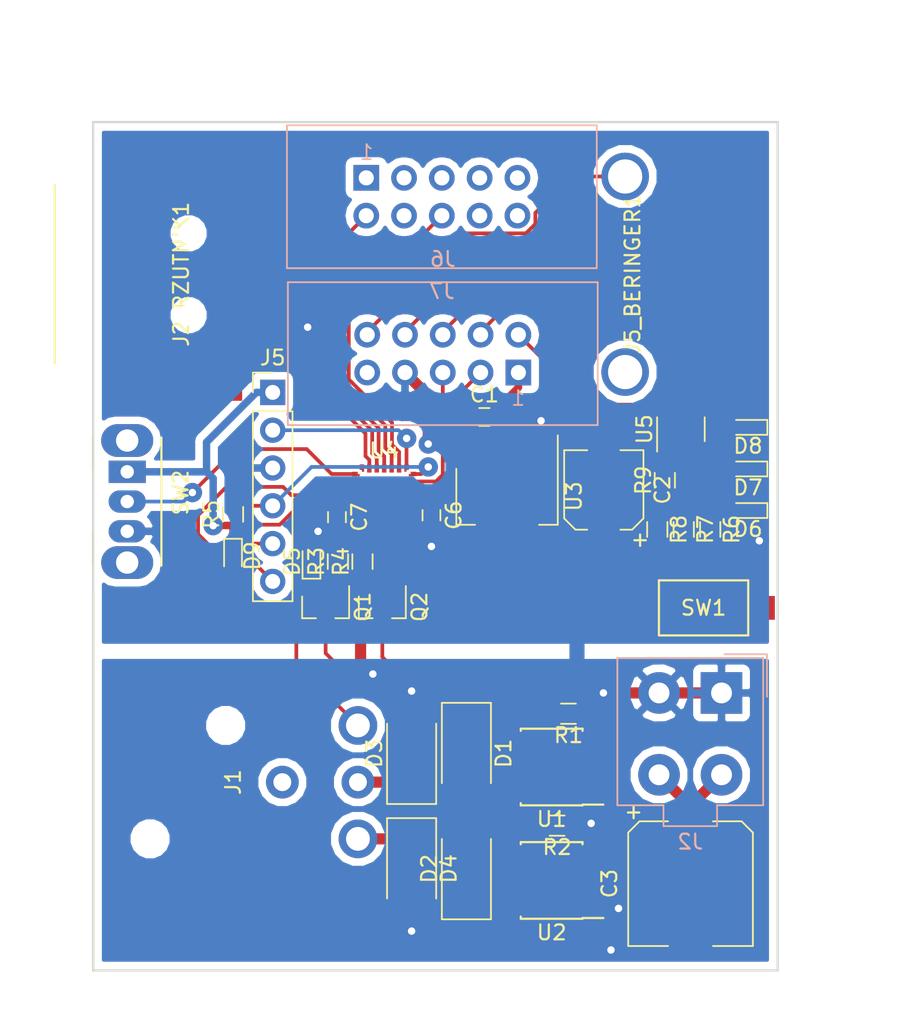
<source format=kicad_pcb>
(kicad_pcb (version 20171130) (host pcbnew "(5.0.0-rc2-dev-311-g1dd4af297)")

  (general
    (thickness 1.6)
    (drawings 7)
    (tracks 388)
    (zones 0)
    (modules 39)
    (nets 43)
  )

  (page A4)
  (title_block
    (title resetUSB)
    (date 2018-02-14)
    (rev 1.0)
    (comment 1 "Projektant: Marek Piotrowski")
  )

  (layers
    (0 F.Cu signal)
    (31 B.Cu signal)
    (32 B.Adhes user)
    (33 F.Adhes user)
    (34 B.Paste user)
    (35 F.Paste user)
    (36 B.SilkS user)
    (37 F.SilkS user)
    (38 B.Mask user)
    (39 F.Mask user)
    (40 Dwgs.User user)
    (41 Cmts.User user)
    (42 Eco1.User user)
    (43 Eco2.User user)
    (44 Edge.Cuts user)
    (45 Margin user)
    (46 B.CrtYd user)
    (47 F.CrtYd user)
    (48 B.Fab user)
    (49 F.Fab user)
  )

  (setup
    (last_trace_width 0.25)
    (trace_clearance 0.2)
    (zone_clearance 0.508)
    (zone_45_only no)
    (trace_min 0.2)
    (segment_width 0.2)
    (edge_width 0.15)
    (via_size 1.3)
    (via_drill 0.5)
    (via_min_size 0.4)
    (via_min_drill 0.3)
    (uvia_size 0.3)
    (uvia_drill 0.1)
    (uvias_allowed no)
    (uvia_min_size 0.2)
    (uvia_min_drill 0.1)
    (pcb_text_width 0.3)
    (pcb_text_size 1.5 1.5)
    (mod_edge_width 0.15)
    (mod_text_size 1 1)
    (mod_text_width 0.15)
    (pad_size 1.524 1.524)
    (pad_drill 0.762)
    (pad_to_mask_clearance 0.1)
    (aux_axis_origin 46.0375 33.4975)
    (grid_origin 46.0375 33.4975)
    (visible_elements 7FFFFFFF)
    (pcbplotparams
      (layerselection 0x00030_80000001)
      (usegerberextensions false)
      (usegerberattributes false)
      (usegerberadvancedattributes false)
      (creategerberjobfile false)
      (excludeedgelayer true)
      (linewidth 0.100000)
      (plotframeref false)
      (viasonmask false)
      (mode 1)
      (useauxorigin false)
      (hpglpennumber 1)
      (hpglpenspeed 20)
      (hpglpendiameter 15)
      (psnegative false)
      (psa4output false)
      (plotreference true)
      (plotvalue true)
      (plotinvisibletext false)
      (padsonsilk false)
      (subtractmaskfromsilk false)
      (outputformat 1)
      (mirror false)
      (drillshape 0)
      (scaleselection 1)
      (outputdirectory ""))
  )

  (net 0 "")
  (net 1 GND)
  (net 2 +5V)
  (net 3 +3V3)
  (net 4 +12V)
  (net 5 "Net-(D1-Pad2)")
  (net 6 "Net-(D2-Pad2)")
  (net 7 "Net-(D5-Pad1)")
  (net 8 "Net-(D6-Pad2)")
  (net 9 "Net-(D7-Pad2)")
  (net 10 "Net-(D8-Pad2)")
  (net 11 /SWDIO)
  (net 12 /USB_P)
  (net 13 /USB_M)
  (net 14 "Net-(J6-Pad2)")
  (net 15 "Net-(Q1-Pad1)")
  (net 16 "Net-(Q1-Pad3)")
  (net 17 "Net-(Q2-Pad3)")
  (net 18 "Net-(Q2-Pad1)")
  (net 19 /USB_PWR)
  (net 20 "Net-(U4-Pad15)")
  (net 21 "Net-(J5_BERINGER1-Pad5)")
  (net 22 "Net-(J5_BERINGER1-Pad2)")
  (net 23 "Net-(J5_BERINGER1-Pad4)")
  (net 24 "Net-(J5_BERINGER1-Pad3)")
  (net 25 "Net-(J5_BERINGER1-Pad1)")
  (net 26 "Net-(D9-Pad2)")
  (net 27 /SWCLK)
  (net 28 /nRST)
  (net 29 /RZUTNIK_VBUS)
  (net 30 /RZUTNIK_D+)
  (net 31 /RZUTNIK_D-)
  (net 32 /PC_PWR)
  (net 33 /PC_LED+)
  (net 34 /M_IMP)
  (net 35 /M_IN1)
  (net 36 /M_IN2)
  (net 37 /LED_PWR)
  (net 38 /LED_PC)
  (net 39 /LED_RZUTNIK)
  (net 40 /SERWISOWY)
  (net 41 "Net-(SW2-Pad2)")
  (net 42 "Net-(U4-Pad28)")

  (net_class Default "This is the default net class."
    (clearance 0.2)
    (trace_width 0.25)
    (via_dia 1.3)
    (via_drill 0.5)
    (uvia_dia 0.3)
    (uvia_drill 0.1)
    (add_net /LED_PC)
    (add_net /LED_PWR)
    (add_net /LED_RZUTNIK)
    (add_net /M_IMP)
    (add_net /M_IN1)
    (add_net /M_IN2)
    (add_net /PC_LED+)
    (add_net /PC_PWR)
    (add_net /RZUTNIK_D+)
    (add_net /RZUTNIK_D-)
    (add_net /RZUTNIK_VBUS)
    (add_net /SERWISOWY)
    (add_net /SWCLK)
    (add_net /SWDIO)
    (add_net /USB_M)
    (add_net /USB_P)
    (add_net /USB_PWR)
    (add_net /nRST)
    (add_net "Net-(D5-Pad1)")
    (add_net "Net-(D6-Pad2)")
    (add_net "Net-(D7-Pad2)")
    (add_net "Net-(D8-Pad2)")
    (add_net "Net-(D9-Pad2)")
    (add_net "Net-(J5_BERINGER1-Pad1)")
    (add_net "Net-(J5_BERINGER1-Pad2)")
    (add_net "Net-(J5_BERINGER1-Pad3)")
    (add_net "Net-(J5_BERINGER1-Pad4)")
    (add_net "Net-(J5_BERINGER1-Pad5)")
    (add_net "Net-(J6-Pad2)")
    (add_net "Net-(Q1-Pad1)")
    (add_net "Net-(Q1-Pad3)")
    (add_net "Net-(Q2-Pad1)")
    (add_net "Net-(Q2-Pad3)")
    (add_net "Net-(SW2-Pad2)")
    (add_net "Net-(U4-Pad15)")
    (add_net "Net-(U4-Pad28)")
  )

  (net_class digital_pwr ""
    (clearance 0.2)
    (trace_width 0.5)
    (via_dia 1.3)
    (via_drill 0.5)
    (uvia_dia 0.3)
    (uvia_drill 0.1)
    (add_net +3V3)
    (add_net +5V)
  )

  (net_class motor_pwr ""
    (clearance 0.2)
    (trace_width 0.75)
    (via_dia 1.3)
    (via_drill 0.5)
    (uvia_dia 0.3)
    (uvia_drill 0.1)
    (add_net +12V)
    (add_net GND)
    (add_net "Net-(D1-Pad2)")
    (add_net "Net-(D2-Pad2)")
  )

  (module Capacitors_SMD:CP_Elec_8x10 (layer F.Cu) (tedit 58AA9153) (tstamp 5AEC4424)
    (at 86.1822 84.6658 270)
    (descr "SMT capacitor, aluminium electrolytic, 8x10")
    (path /5AF8E0DF)
    (attr smd)
    (fp_text reference C3 (at 0 5.45 270) (layer F.SilkS)
      (effects (font (size 1 1) (thickness 0.15)))
    )
    (fp_text value 220uF (at 0 -5.45 270) (layer F.Fab)
      (effects (font (size 1 1) (thickness 0.15)))
    )
    (fp_line (start 5.3 4.29) (end -5.3 4.29) (layer F.CrtYd) (width 0.05))
    (fp_line (start 5.3 4.29) (end 5.3 -4.29) (layer F.CrtYd) (width 0.05))
    (fp_line (start -5.3 -4.29) (end -5.3 4.29) (layer F.CrtYd) (width 0.05))
    (fp_line (start -5.3 -4.29) (end 5.3 -4.29) (layer F.CrtYd) (width 0.05))
    (fp_line (start -3.43 -4.19) (end 4.19 -4.19) (layer F.SilkS) (width 0.12))
    (fp_line (start -4.19 -3.43) (end -3.43 -4.19) (layer F.SilkS) (width 0.12))
    (fp_line (start -3.43 4.19) (end -4.19 3.43) (layer F.SilkS) (width 0.12))
    (fp_line (start 4.19 4.19) (end -3.43 4.19) (layer F.SilkS) (width 0.12))
    (fp_line (start -4.19 3.43) (end -4.19 1.51) (layer F.SilkS) (width 0.12))
    (fp_line (start -4.19 -3.43) (end -4.19 -1.51) (layer F.SilkS) (width 0.12))
    (fp_line (start 4.19 -4.19) (end 4.19 -1.51) (layer F.SilkS) (width 0.12))
    (fp_line (start 4.19 4.19) (end 4.19 1.51) (layer F.SilkS) (width 0.12))
    (fp_line (start 4.04 -4.04) (end -3.37 -4.04) (layer F.Fab) (width 0.1))
    (fp_line (start -3.37 -4.04) (end -4.04 -3.37) (layer F.Fab) (width 0.1))
    (fp_line (start -4.04 -3.37) (end -4.04 3.37) (layer F.Fab) (width 0.1))
    (fp_line (start -4.04 3.37) (end -3.37 4.04) (layer F.Fab) (width 0.1))
    (fp_line (start -3.37 4.04) (end 4.04 4.04) (layer F.Fab) (width 0.1))
    (fp_line (start 4.04 4.04) (end 4.04 -4.04) (layer F.Fab) (width 0.1))
    (fp_text user %R (at 0 5.45 270) (layer F.Fab)
      (effects (font (size 1 1) (thickness 0.15)))
    )
    (fp_text user + (at -4.78 3.9 270) (layer F.SilkS)
      (effects (font (size 1 1) (thickness 0.15)))
    )
    (fp_text user + (at -2.31 -0.08 270) (layer F.Fab)
      (effects (font (size 1 1) (thickness 0.15)))
    )
    (fp_circle (center 0 0) (end -0.6 3.9) (layer F.Fab) (width 0.1))
    (pad 2 smd rect (at 3.05 0 90) (size 4 2.5) (layers F.Cu F.Paste F.Mask)
      (net 1 GND))
    (pad 1 smd rect (at -3.05 0 90) (size 4 2.5) (layers F.Cu F.Paste F.Mask)
      (net 4 +12V))
    (model Capacitors_SMD.3dshapes/CP_Elec_8x10.wrl
      (at (xyz 0 0 0))
      (scale (xyz 1 1 1))
      (rotate (xyz 0 0 180))
    )
  )

  (module mpio:AC3MAH-AU-PRE (layer F.Cu) (tedit 5AE182A2) (tstamp 5AEC43E3)
    (at 54.9402 77.8459 90)
    (path /5AE16F47)
    (fp_text reference J1 (at 0 0.5 90) (layer F.SilkS)
      (effects (font (size 1 1) (thickness 0.15)))
    )
    (fp_text value XLR3 (at 0 -0.5 90) (layer F.Fab)
      (effects (font (size 1 1) (thickness 0.15)))
    )
    (fp_line (start -11 -11.6) (end 11 -11.6) (layer F.Fab) (width 0.15))
    (fp_line (start 16.2 -8.89) (end 16.2 -4.445) (layer F.Fab) (width 0.15))
    (fp_line (start -16.2 -8.89) (end -16.2 -4.445) (layer F.Fab) (width 0.15))
    (fp_line (start 12.7 10.61) (end 12.7 0) (layer F.Fab) (width 0.15))
    (fp_line (start -12.7 10.61) (end 12.7 10.61) (layer F.Fab) (width 0.15))
    (fp_line (start -12.7 0) (end -12.7 10.61) (layer F.Fab) (width 0.15))
    (fp_line (start -12.7 -8.89) (end 12.7 -8.89) (layer F.SilkS) (width 0.15))
    (fp_line (start 12.7 -8.89) (end 12.7 0) (layer F.Fab) (width 0.15))
    (fp_line (start -12.7 -8.89) (end -12.7 0) (layer F.Fab) (width 0.15))
    (fp_line (start -12.7 -8.89) (end 12.7 -8.89) (layer F.Fab) (width 0.15))
    (pad "" np_thru_hole circle (at -3.81 -5.08 90) (size 1.6 1.6) (drill 1.6) (layers *.Cu *.Mask))
    (pad "" np_thru_hole circle (at 3.81 0 90) (size 1.6 1.6) (drill 1.6) (layers *.Cu *.Mask))
    (pad 4 thru_hole circle (at 0 3.81 90) (size 2.2 2.2) (drill 1.2) (layers *.Cu *.Mask))
    (pad 3 thru_hole circle (at 0 8.89 90) (size 2.2 2.2) (drill 1.2) (layers *.Cu *.Mask)
      (net 5 "Net-(D1-Pad2)"))
    (pad 2 thru_hole circle (at -3.81 8.89 90) (size 2.6 2.6) (drill 1.6) (layers *.Cu *.Mask)
      (net 6 "Net-(D2-Pad2)"))
    (pad 1 thru_hole circle (at 3.81 8.89 90) (size 2.6 2.6) (drill 1.6) (layers *.Cu *.Mask)
      (net 7 "Net-(D5-Pad1)"))
    (model ${KICADMPIO}/mpio.3dshapes/AC3MAH-AU-PRE.wrl
      (offset (xyz 0 9 12.5))
      (scale (xyz 0.3937 0.3937 0.3937))
      (rotate (xyz -90 0 180))
    )
  )

  (module mpio:SOIC-8_3.9x4.9mm_Pitch1.27mm (layer F.Cu) (tedit 58CD0CDA) (tstamp 5AEC4245)
    (at 76.8477 84.4499 180)
    (descr "8-Lead Plastic Small Outline (SN) - Narrow, 3.90 mm Body [SOIC] (see Microchip Packaging Specification 00000049BS.pdf)")
    (tags "SOIC 1.27")
    (path /5ACFBB06)
    (attr smd)
    (fp_text reference U2 (at 0 -3.5 180) (layer F.SilkS)
      (effects (font (size 1 1) (thickness 0.15)))
    )
    (fp_text value AO4616 (at 0 3.5 180) (layer F.Fab)
      (effects (font (size 1 1) (thickness 0.15)))
    )
    (fp_line (start -2.075 -2.525) (end -3.475 -2.525) (layer F.SilkS) (width 0.15))
    (fp_line (start -2.075 2.575) (end 2.075 2.575) (layer F.SilkS) (width 0.15))
    (fp_line (start -2.075 -2.575) (end 2.075 -2.575) (layer F.SilkS) (width 0.15))
    (fp_line (start -2.075 2.575) (end -2.075 2.43) (layer F.SilkS) (width 0.15))
    (fp_line (start 2.075 2.575) (end 2.075 2.43) (layer F.SilkS) (width 0.15))
    (fp_line (start 2.075 -2.575) (end 2.075 -2.43) (layer F.SilkS) (width 0.15))
    (fp_line (start -2.075 -2.575) (end -2.075 -2.525) (layer F.SilkS) (width 0.15))
    (fp_line (start -3.73 2.7) (end 3.73 2.7) (layer F.CrtYd) (width 0.05))
    (fp_line (start -3.73 -2.7) (end 3.73 -2.7) (layer F.CrtYd) (width 0.05))
    (fp_line (start 3.73 -2.7) (end 3.73 2.7) (layer F.CrtYd) (width 0.05))
    (fp_line (start -3.73 -2.7) (end -3.73 2.7) (layer F.CrtYd) (width 0.05))
    (fp_line (start -1.95 -1.45) (end -0.95 -2.45) (layer F.Fab) (width 0.1))
    (fp_line (start -1.95 2.45) (end -1.95 -1.45) (layer F.Fab) (width 0.1))
    (fp_line (start 1.95 2.45) (end -1.95 2.45) (layer F.Fab) (width 0.1))
    (fp_line (start 1.95 -2.45) (end 1.95 2.45) (layer F.Fab) (width 0.1))
    (fp_line (start -0.95 -2.45) (end 1.95 -2.45) (layer F.Fab) (width 0.1))
    (fp_text user %R (at 0 0 180) (layer F.Fab)
      (effects (font (size 1 1) (thickness 0.15)))
    )
    (pad 8 smd rect (at 2.7 -1.905 180) (size 1.55 0.6) (layers F.Cu F.Paste F.Mask)
      (net 6 "Net-(D2-Pad2)"))
    (pad 7 smd rect (at 2.7 -0.635 180) (size 1.55 0.6) (layers F.Cu F.Paste F.Mask)
      (net 6 "Net-(D2-Pad2)"))
    (pad 6 smd rect (at 2.7 0.635 180) (size 1.55 0.6) (layers F.Cu F.Paste F.Mask)
      (net 6 "Net-(D2-Pad2)"))
    (pad 5 smd rect (at 2.7 1.905 180) (size 1.55 0.6) (layers F.Cu F.Paste F.Mask)
      (net 6 "Net-(D2-Pad2)"))
    (pad 4 smd rect (at -2.7 1.905 180) (size 1.55 0.6) (layers F.Cu F.Paste F.Mask)
      (net 17 "Net-(Q2-Pad3)"))
    (pad 3 smd rect (at -2.7 0.635 180) (size 1.55 0.6) (layers F.Cu F.Paste F.Mask)
      (net 4 +12V))
    (pad 2 smd rect (at -2.7 -0.635 180) (size 1.55 0.6) (layers F.Cu F.Paste F.Mask)
      (net 17 "Net-(Q2-Pad3)"))
    (pad 1 smd rect (at -2.7 -1.905 180) (size 1.55 0.6) (layers F.Cu F.Paste F.Mask)
      (net 1 GND))
    (model ${KISYS3DMOD}/Housings_SOIC.3dshapes/SOIC-8_3.9x4.9mm_Pitch1.27mm.wrl
      (at (xyz 0 0 0))
      (scale (xyz 1 1 1))
      (rotate (xyz 0 0 0))
    )
  )

  (module Resistors_SMD:R_0603 (layer F.Cu) (tedit 58E0A804) (tstamp 5AEC432C)
    (at 77.216 80.7669 180)
    (descr "Resistor SMD 0603, reflow soldering, Vishay (see dcrcw.pdf)")
    (tags "resistor 0603")
    (path /5B07A201)
    (attr smd)
    (fp_text reference R2 (at 0 -1.45 180) (layer F.SilkS)
      (effects (font (size 1 1) (thickness 0.15)))
    )
    (fp_text value 10K (at 0 1.5 180) (layer F.Fab)
      (effects (font (size 1 1) (thickness 0.15)))
    )
    (fp_line (start 1.25 0.7) (end -1.25 0.7) (layer F.CrtYd) (width 0.05))
    (fp_line (start 1.25 0.7) (end 1.25 -0.7) (layer F.CrtYd) (width 0.05))
    (fp_line (start -1.25 -0.7) (end -1.25 0.7) (layer F.CrtYd) (width 0.05))
    (fp_line (start -1.25 -0.7) (end 1.25 -0.7) (layer F.CrtYd) (width 0.05))
    (fp_line (start -0.5 -0.68) (end 0.5 -0.68) (layer F.SilkS) (width 0.12))
    (fp_line (start 0.5 0.68) (end -0.5 0.68) (layer F.SilkS) (width 0.12))
    (fp_line (start -0.8 -0.4) (end 0.8 -0.4) (layer F.Fab) (width 0.1))
    (fp_line (start 0.8 -0.4) (end 0.8 0.4) (layer F.Fab) (width 0.1))
    (fp_line (start 0.8 0.4) (end -0.8 0.4) (layer F.Fab) (width 0.1))
    (fp_line (start -0.8 0.4) (end -0.8 -0.4) (layer F.Fab) (width 0.1))
    (fp_text user %R (at 0 0 180) (layer F.Fab)
      (effects (font (size 0.4 0.4) (thickness 0.075)))
    )
    (pad 2 smd rect (at 0.75 0 180) (size 0.5 0.9) (layers F.Cu F.Paste F.Mask)
      (net 4 +12V))
    (pad 1 smd rect (at -0.75 0 180) (size 0.5 0.9) (layers F.Cu F.Paste F.Mask)
      (net 17 "Net-(Q2-Pad3)"))
    (model ${KISYS3DMOD}/Resistors_SMD.3dshapes/R_0603.wrl
      (at (xyz 0 0 0))
      (scale (xyz 1 1 1))
      (rotate (xyz 0 0 0))
    )
  )

  (module Resistors_SMD:R_0603 (layer F.Cu) (tedit 58E0A804) (tstamp 5AEC435C)
    (at 77.978 73.2485 180)
    (descr "Resistor SMD 0603, reflow soldering, Vishay (see dcrcw.pdf)")
    (tags "resistor 0603")
    (path /5ACECC66)
    (attr smd)
    (fp_text reference R1 (at 0 -1.45 180) (layer F.SilkS)
      (effects (font (size 1 1) (thickness 0.15)))
    )
    (fp_text value 10K (at 0 1.5 180) (layer F.Fab)
      (effects (font (size 1 1) (thickness 0.15)))
    )
    (fp_line (start 1.25 0.7) (end -1.25 0.7) (layer F.CrtYd) (width 0.05))
    (fp_line (start 1.25 0.7) (end 1.25 -0.7) (layer F.CrtYd) (width 0.05))
    (fp_line (start -1.25 -0.7) (end -1.25 0.7) (layer F.CrtYd) (width 0.05))
    (fp_line (start -1.25 -0.7) (end 1.25 -0.7) (layer F.CrtYd) (width 0.05))
    (fp_line (start -0.5 -0.68) (end 0.5 -0.68) (layer F.SilkS) (width 0.12))
    (fp_line (start 0.5 0.68) (end -0.5 0.68) (layer F.SilkS) (width 0.12))
    (fp_line (start -0.8 -0.4) (end 0.8 -0.4) (layer F.Fab) (width 0.1))
    (fp_line (start 0.8 -0.4) (end 0.8 0.4) (layer F.Fab) (width 0.1))
    (fp_line (start 0.8 0.4) (end -0.8 0.4) (layer F.Fab) (width 0.1))
    (fp_line (start -0.8 0.4) (end -0.8 -0.4) (layer F.Fab) (width 0.1))
    (fp_text user %R (at 0 0 180) (layer F.Fab)
      (effects (font (size 0.4 0.4) (thickness 0.075)))
    )
    (pad 2 smd rect (at 0.75 0 180) (size 0.5 0.9) (layers F.Cu F.Paste F.Mask)
      (net 4 +12V))
    (pad 1 smd rect (at -0.75 0 180) (size 0.5 0.9) (layers F.Cu F.Paste F.Mask)
      (net 16 "Net-(Q1-Pad3)"))
    (model ${KISYS3DMOD}/Resistors_SMD.3dshapes/R_0603.wrl
      (at (xyz 0 0 0))
      (scale (xyz 1 1 1))
      (rotate (xyz 0 0 0))
    )
  )

  (module mpio:SOIC-8_3.9x4.9mm_Pitch1.27mm (layer F.Cu) (tedit 58CD0CDA) (tstamp 5AEC4398)
    (at 76.8477 76.8299 180)
    (descr "8-Lead Plastic Small Outline (SN) - Narrow, 3.90 mm Body [SOIC] (see Microchip Packaging Specification 00000049BS.pdf)")
    (tags "SOIC 1.27")
    (path /5ACEBD2F)
    (attr smd)
    (fp_text reference U1 (at 0 -3.5 180) (layer F.SilkS)
      (effects (font (size 1 1) (thickness 0.15)))
    )
    (fp_text value AO4616 (at 0 3.5 180) (layer F.Fab)
      (effects (font (size 1 1) (thickness 0.15)))
    )
    (fp_line (start -2.075 -2.525) (end -3.475 -2.525) (layer F.SilkS) (width 0.15))
    (fp_line (start -2.075 2.575) (end 2.075 2.575) (layer F.SilkS) (width 0.15))
    (fp_line (start -2.075 -2.575) (end 2.075 -2.575) (layer F.SilkS) (width 0.15))
    (fp_line (start -2.075 2.575) (end -2.075 2.43) (layer F.SilkS) (width 0.15))
    (fp_line (start 2.075 2.575) (end 2.075 2.43) (layer F.SilkS) (width 0.15))
    (fp_line (start 2.075 -2.575) (end 2.075 -2.43) (layer F.SilkS) (width 0.15))
    (fp_line (start -2.075 -2.575) (end -2.075 -2.525) (layer F.SilkS) (width 0.15))
    (fp_line (start -3.73 2.7) (end 3.73 2.7) (layer F.CrtYd) (width 0.05))
    (fp_line (start -3.73 -2.7) (end 3.73 -2.7) (layer F.CrtYd) (width 0.05))
    (fp_line (start 3.73 -2.7) (end 3.73 2.7) (layer F.CrtYd) (width 0.05))
    (fp_line (start -3.73 -2.7) (end -3.73 2.7) (layer F.CrtYd) (width 0.05))
    (fp_line (start -1.95 -1.45) (end -0.95 -2.45) (layer F.Fab) (width 0.1))
    (fp_line (start -1.95 2.45) (end -1.95 -1.45) (layer F.Fab) (width 0.1))
    (fp_line (start 1.95 2.45) (end -1.95 2.45) (layer F.Fab) (width 0.1))
    (fp_line (start 1.95 -2.45) (end 1.95 2.45) (layer F.Fab) (width 0.1))
    (fp_line (start -0.95 -2.45) (end 1.95 -2.45) (layer F.Fab) (width 0.1))
    (fp_text user %R (at 0 0 180) (layer F.Fab)
      (effects (font (size 1 1) (thickness 0.15)))
    )
    (pad 8 smd rect (at 2.7 -1.905 180) (size 1.55 0.6) (layers F.Cu F.Paste F.Mask)
      (net 5 "Net-(D1-Pad2)"))
    (pad 7 smd rect (at 2.7 -0.635 180) (size 1.55 0.6) (layers F.Cu F.Paste F.Mask)
      (net 5 "Net-(D1-Pad2)"))
    (pad 6 smd rect (at 2.7 0.635 180) (size 1.55 0.6) (layers F.Cu F.Paste F.Mask)
      (net 5 "Net-(D1-Pad2)"))
    (pad 5 smd rect (at 2.7 1.905 180) (size 1.55 0.6) (layers F.Cu F.Paste F.Mask)
      (net 5 "Net-(D1-Pad2)"))
    (pad 4 smd rect (at -2.7 1.905 180) (size 1.55 0.6) (layers F.Cu F.Paste F.Mask)
      (net 16 "Net-(Q1-Pad3)"))
    (pad 3 smd rect (at -2.7 0.635 180) (size 1.55 0.6) (layers F.Cu F.Paste F.Mask)
      (net 4 +12V))
    (pad 2 smd rect (at -2.7 -0.635 180) (size 1.55 0.6) (layers F.Cu F.Paste F.Mask)
      (net 16 "Net-(Q1-Pad3)"))
    (pad 1 smd rect (at -2.7 -1.905 180) (size 1.55 0.6) (layers F.Cu F.Paste F.Mask)
      (net 1 GND))
    (model ${KISYS3DMOD}/Housings_SOIC.3dshapes/SOIC-8_3.9x4.9mm_Pitch1.27mm.wrl
      (at (xyz 0 0 0))
      (scale (xyz 1 1 1))
      (rotate (xyz 0 0 0))
    )
  )

  (module mpio:Molex_MiniFit-JR-5556-04A_2x02x4.20mm_Straight (layer B.Cu) (tedit 5AE049B5) (tstamp 5AEC42B2)
    (at 88.265 71.8515 180)
    (descr "Molex Mini-Fit JR, PN:5556-04A, dual row, top entry type, through hole")
    (tags "connector molex mini-fit 5556")
    (path /5AE5313D)
    (fp_text reference J2 (at 2.1 -10 180) (layer B.SilkS)
      (effects (font (size 1 1) (thickness 0.15)) (justify mirror))
    )
    (fp_text value "Mini-Fit Jr; 4,2mm" (at 2.1 4 180) (layer B.Fab)
      (effects (font (size 1 1) (thickness 0.15)) (justify mirror))
    )
    (fp_text user %R (at 2.1 -3 180) (layer B.Fab)
      (effects (font (size 1 1) (thickness 0.15)) (justify mirror))
    )
    (fp_line (start 7.4 2.75) (end -3.15 2.75) (layer B.CrtYd) (width 0.05))
    (fp_line (start 7.4 -9.3) (end 7.4 2.75) (layer B.CrtYd) (width 0.05))
    (fp_line (start -3.15 -9.3) (end 7.4 -9.3) (layer B.CrtYd) (width 0.05))
    (fp_line (start -3.15 2.75) (end -3.15 -9.3) (layer B.CrtYd) (width 0.05))
    (fp_line (start -3.05 2.6) (end -3.05 -0.25) (layer B.Fab) (width 0.1))
    (fp_line (start -0.2 2.6) (end -3.05 2.6) (layer B.Fab) (width 0.1))
    (fp_line (start -3.05 2.6) (end -3.05 -0.25) (layer B.SilkS) (width 0.12))
    (fp_line (start -0.2 2.6) (end -3.05 2.6) (layer B.SilkS) (width 0.12))
    (fp_line (start 3.9 -8.95) (end 2.1 -8.95) (layer B.SilkS) (width 0.12))
    (fp_line (start 3.9 -7.55) (end 3.9 -8.95) (layer B.SilkS) (width 0.12))
    (fp_line (start 7 -7.55) (end 3.9 -7.55) (layer B.SilkS) (width 0.12))
    (fp_line (start 7 2.35) (end 7 -7.55) (layer B.SilkS) (width 0.12))
    (fp_line (start 2.1 2.35) (end 7 2.35) (layer B.SilkS) (width 0.12))
    (fp_line (start 0.3 -8.95) (end 2.1 -8.95) (layer B.SilkS) (width 0.12))
    (fp_line (start 0.3 -7.55) (end 0.3 -8.95) (layer B.SilkS) (width 0.12))
    (fp_line (start -2.8 -7.55) (end 0.3 -7.55) (layer B.SilkS) (width 0.12))
    (fp_line (start -2.8 2.35) (end -2.8 -7.55) (layer B.SilkS) (width 0.12))
    (fp_line (start 2.1 2.35) (end -2.8 2.35) (layer B.SilkS) (width 0.12))
    (fp_line (start 5.95 -1.75) (end 2.45 -1.75) (layer B.Fab) (width 0.1))
    (fp_line (start 5.95 0.875) (end 5.95 -1.75) (layer B.Fab) (width 0.1))
    (fp_line (start 5.075 1.75) (end 5.95 0.875) (layer B.Fab) (width 0.1))
    (fp_line (start 3.325 1.75) (end 5.075 1.75) (layer B.Fab) (width 0.1))
    (fp_line (start 2.45 0.875) (end 3.325 1.75) (layer B.Fab) (width 0.1))
    (fp_line (start 2.45 -1.75) (end 2.45 0.875) (layer B.Fab) (width 0.1))
    (fp_line (start 5.95 -3.75) (end 2.45 -3.75) (layer B.Fab) (width 0.1))
    (fp_line (start 5.95 -7.25) (end 5.95 -3.75) (layer B.Fab) (width 0.1))
    (fp_line (start 2.45 -7.25) (end 5.95 -7.25) (layer B.Fab) (width 0.1))
    (fp_line (start 2.45 -3.75) (end 2.45 -7.25) (layer B.Fab) (width 0.1))
    (fp_line (start 1.75 -7.25) (end -1.75 -7.25) (layer B.Fab) (width 0.1))
    (fp_line (start 1.75 -4.625) (end 1.75 -7.25) (layer B.Fab) (width 0.1))
    (fp_line (start 0.875 -3.75) (end 1.75 -4.625) (layer B.Fab) (width 0.1))
    (fp_line (start -0.875 -3.75) (end 0.875 -3.75) (layer B.Fab) (width 0.1))
    (fp_line (start -1.75 -4.625) (end -0.875 -3.75) (layer B.Fab) (width 0.1))
    (fp_line (start -1.75 -7.25) (end -1.75 -4.625) (layer B.Fab) (width 0.1))
    (fp_line (start 1.75 1.75) (end -1.75 1.75) (layer B.Fab) (width 0.1))
    (fp_line (start 1.75 -1.75) (end 1.75 1.75) (layer B.Fab) (width 0.1))
    (fp_line (start -1.75 -1.75) (end 1.75 -1.75) (layer B.Fab) (width 0.1))
    (fp_line (start -1.75 1.75) (end -1.75 -1.75) (layer B.Fab) (width 0.1))
    (fp_line (start 3.8 -8.85) (end 3.8 -7.45) (layer B.Fab) (width 0.1))
    (fp_line (start 0.4 -8.85) (end 3.8 -8.85) (layer B.Fab) (width 0.1))
    (fp_line (start 0.4 -7.45) (end 0.4 -8.85) (layer B.Fab) (width 0.1))
    (fp_line (start 6.9 2.25) (end -2.7 2.25) (layer B.Fab) (width 0.1))
    (fp_line (start 6.9 -7.45) (end 6.9 2.25) (layer B.Fab) (width 0.1))
    (fp_line (start -2.7 -7.45) (end 6.9 -7.45) (layer B.Fab) (width 0.1))
    (fp_line (start -2.7 2.25) (end -2.7 -7.45) (layer B.Fab) (width 0.1))
    (pad 4 thru_hole circle (at 4.2 -5.5 180) (size 2.8 2.8) (drill 1.4) (layers *.Cu *.Mask)
      (net 4 +12V))
    (pad 3 thru_hole circle (at 0 -5.5 180) (size 2.8 2.8) (drill 1.4) (layers *.Cu *.Mask)
      (net 4 +12V))
    (pad 2 thru_hole circle (at 4.2 0 180) (size 2.8 2.8) (drill 1.4) (layers *.Cu *.Mask)
      (net 1 GND))
    (pad 1 thru_hole rect (at 0 0 180) (size 2.8 2.8) (drill 1.4) (layers *.Cu *.Mask)
      (net 1 GND))
    (model ${KICADMPIO}/mpio.3dshapes/Molex_MiniFit-JR-5556-04A_2x02x4.20mm_Straight.wrl
      (offset (xyz 2.1 -2.55 0))
      (scale (xyz 0.3937007874015748 0.3937007874015748 0.3937007874015748))
      (rotate (xyz -90 0 180))
    )
  )

  (module TO_SOT_Packages_SMD:SOT-23 (layer F.Cu) (tedit 58CE4E7E) (tstamp 5AE12758)
    (at 65.4685 66.073 270)
    (descr "SOT-23, Standard")
    (tags SOT-23)
    (path /5B07A20B)
    (attr smd)
    (fp_text reference Q2 (at 0 -2.5 270) (layer F.SilkS)
      (effects (font (size 1 1) (thickness 0.15)))
    )
    (fp_text value BC817 (at 0 2.5 270) (layer F.Fab)
      (effects (font (size 1 1) (thickness 0.15)))
    )
    (fp_line (start 0.76 1.58) (end -0.7 1.58) (layer F.SilkS) (width 0.12))
    (fp_line (start 0.76 -1.58) (end -1.4 -1.58) (layer F.SilkS) (width 0.12))
    (fp_line (start -1.7 1.75) (end -1.7 -1.75) (layer F.CrtYd) (width 0.05))
    (fp_line (start 1.7 1.75) (end -1.7 1.75) (layer F.CrtYd) (width 0.05))
    (fp_line (start 1.7 -1.75) (end 1.7 1.75) (layer F.CrtYd) (width 0.05))
    (fp_line (start -1.7 -1.75) (end 1.7 -1.75) (layer F.CrtYd) (width 0.05))
    (fp_line (start 0.76 -1.58) (end 0.76 -0.65) (layer F.SilkS) (width 0.12))
    (fp_line (start 0.76 1.58) (end 0.76 0.65) (layer F.SilkS) (width 0.12))
    (fp_line (start -0.7 1.52) (end 0.7 1.52) (layer F.Fab) (width 0.1))
    (fp_line (start 0.7 -1.52) (end 0.7 1.52) (layer F.Fab) (width 0.1))
    (fp_line (start -0.7 -0.95) (end -0.15 -1.52) (layer F.Fab) (width 0.1))
    (fp_line (start -0.15 -1.52) (end 0.7 -1.52) (layer F.Fab) (width 0.1))
    (fp_line (start -0.7 -0.95) (end -0.7 1.5) (layer F.Fab) (width 0.1))
    (fp_text user %R (at 0 0) (layer F.Fab)
      (effects (font (size 0.5 0.5) (thickness 0.075)))
    )
    (pad 3 smd rect (at 1 0 270) (size 0.9 0.8) (layers F.Cu F.Paste F.Mask)
      (net 17 "Net-(Q2-Pad3)"))
    (pad 2 smd rect (at -1 0.95 270) (size 0.9 0.8) (layers F.Cu F.Paste F.Mask)
      (net 1 GND))
    (pad 1 smd rect (at -1 -0.95 270) (size 0.9 0.8) (layers F.Cu F.Paste F.Mask)
      (net 18 "Net-(Q2-Pad1)"))
    (model ${KISYS3DMOD}/TO_SOT_Packages_SMD.3dshapes/SOT-23.wrl
      (at (xyz 0 0 0))
      (scale (xyz 1 1 1))
      (rotate (xyz 0 0 0))
    )
  )

  (module TO_SOT_Packages_SMD:SOT-23 (layer F.Cu) (tedit 58CE4E7E) (tstamp 5AE126EC)
    (at 61.6585 66.073 270)
    (descr "SOT-23, Standard")
    (tags SOT-23)
    (path /5AF8C0AE)
    (attr smd)
    (fp_text reference Q1 (at 0 -2.5 270) (layer F.SilkS)
      (effects (font (size 1 1) (thickness 0.15)))
    )
    (fp_text value BC817 (at 0 2.5 270) (layer F.Fab)
      (effects (font (size 1 1) (thickness 0.15)))
    )
    (fp_line (start 0.76 1.58) (end -0.7 1.58) (layer F.SilkS) (width 0.12))
    (fp_line (start 0.76 -1.58) (end -1.4 -1.58) (layer F.SilkS) (width 0.12))
    (fp_line (start -1.7 1.75) (end -1.7 -1.75) (layer F.CrtYd) (width 0.05))
    (fp_line (start 1.7 1.75) (end -1.7 1.75) (layer F.CrtYd) (width 0.05))
    (fp_line (start 1.7 -1.75) (end 1.7 1.75) (layer F.CrtYd) (width 0.05))
    (fp_line (start -1.7 -1.75) (end 1.7 -1.75) (layer F.CrtYd) (width 0.05))
    (fp_line (start 0.76 -1.58) (end 0.76 -0.65) (layer F.SilkS) (width 0.12))
    (fp_line (start 0.76 1.58) (end 0.76 0.65) (layer F.SilkS) (width 0.12))
    (fp_line (start -0.7 1.52) (end 0.7 1.52) (layer F.Fab) (width 0.1))
    (fp_line (start 0.7 -1.52) (end 0.7 1.52) (layer F.Fab) (width 0.1))
    (fp_line (start -0.7 -0.95) (end -0.15 -1.52) (layer F.Fab) (width 0.1))
    (fp_line (start -0.15 -1.52) (end 0.7 -1.52) (layer F.Fab) (width 0.1))
    (fp_line (start -0.7 -0.95) (end -0.7 1.5) (layer F.Fab) (width 0.1))
    (fp_text user %R (at 0 0) (layer F.Fab)
      (effects (font (size 0.5 0.5) (thickness 0.075)))
    )
    (pad 3 smd rect (at 1 0 270) (size 0.9 0.8) (layers F.Cu F.Paste F.Mask)
      (net 16 "Net-(Q1-Pad3)"))
    (pad 2 smd rect (at -1 0.95 270) (size 0.9 0.8) (layers F.Cu F.Paste F.Mask)
      (net 1 GND))
    (pad 1 smd rect (at -1 -0.95 270) (size 0.9 0.8) (layers F.Cu F.Paste F.Mask)
      (net 15 "Net-(Q1-Pad1)"))
    (model ${KISYS3DMOD}/TO_SOT_Packages_SMD.3dshapes/SOT-23.wrl
      (at (xyz 0 0 0))
      (scale (xyz 1 1 1))
      (rotate (xyz 0 0 0))
    )
  )

  (module Capacitors_SMD:C_0603 (layer F.Cu) (tedit 59958EE7) (tstamp 5AE11EF9)
    (at 68.7705 59.9135 270)
    (descr "Capacitor SMD 0603, reflow soldering, AVX (see smccp.pdf)")
    (tags "capacitor 0603")
    (path /5B2803B9)
    (attr smd)
    (fp_text reference C6 (at 0 -1.5 270) (layer F.SilkS)
      (effects (font (size 1 1) (thickness 0.15)))
    )
    (fp_text value 100n (at 0 1.5 270) (layer F.Fab)
      (effects (font (size 1 1) (thickness 0.15)))
    )
    (fp_text user %R (at 0 0 270) (layer F.Fab)
      (effects (font (size 0.3 0.3) (thickness 0.075)))
    )
    (fp_line (start -0.8 0.4) (end -0.8 -0.4) (layer F.Fab) (width 0.1))
    (fp_line (start 0.8 0.4) (end -0.8 0.4) (layer F.Fab) (width 0.1))
    (fp_line (start 0.8 -0.4) (end 0.8 0.4) (layer F.Fab) (width 0.1))
    (fp_line (start -0.8 -0.4) (end 0.8 -0.4) (layer F.Fab) (width 0.1))
    (fp_line (start -0.35 -0.6) (end 0.35 -0.6) (layer F.SilkS) (width 0.12))
    (fp_line (start 0.35 0.6) (end -0.35 0.6) (layer F.SilkS) (width 0.12))
    (fp_line (start -1.4 -0.65) (end 1.4 -0.65) (layer F.CrtYd) (width 0.05))
    (fp_line (start -1.4 -0.65) (end -1.4 0.65) (layer F.CrtYd) (width 0.05))
    (fp_line (start 1.4 0.65) (end 1.4 -0.65) (layer F.CrtYd) (width 0.05))
    (fp_line (start 1.4 0.65) (end -1.4 0.65) (layer F.CrtYd) (width 0.05))
    (pad 1 smd rect (at -0.75 0 270) (size 0.8 0.75) (layers F.Cu F.Paste F.Mask)
      (net 3 +3V3))
    (pad 2 smd rect (at 0.75 0 270) (size 0.8 0.75) (layers F.Cu F.Paste F.Mask)
      (net 1 GND))
    (model Capacitors_SMD.3dshapes/C_0603.wrl
      (at (xyz 0 0 0))
      (scale (xyz 1 1 1))
      (rotate (xyz 0 0 0))
    )
  )

  (module mpio:UFQFPN28_4x4mm_Pitch0.5mm (layer F.Cu) (tedit 5AE058BA) (tstamp 5AE11E42)
    (at 65.5955 58.6435)
    (path /5B103AF1)
    (fp_text reference U4 (at 0 -3.075) (layer F.SilkS)
      (effects (font (size 1 1) (thickness 0.15)))
    )
    (fp_text value STM32F042G4Ux (at 0 3.225) (layer F.Fab)
      (effects (font (size 1 1) (thickness 0.15)))
    )
    (fp_line (start -2 -2) (end 2 -2) (layer F.Fab) (width 0.15))
    (fp_line (start 2 -2) (end 2 2) (layer F.Fab) (width 0.15))
    (fp_line (start 2 2) (end -2 2) (layer F.Fab) (width 0.15))
    (fp_line (start -2 2) (end -2 -2) (layer F.Fab) (width 0.15))
    (pad 14 smd rect (at 1.425 1.65) (size 0.15 0.125) (drill (offset 0 0.0625)) (layers F.Cu F.Paste F.Mask)
      (net 19 /USB_PWR))
    (pad 8 smd rect (at -1.425 1.65) (size 0.15 0.125) (drill (offset 0 0.0625)) (layers F.Cu F.Paste F.Mask)
      (net 35 /M_IN1))
    (pad 28 smd rect (at -1.425 -1.65) (size 0.15 0.125) (drill (offset 0 -0.0625)) (layers F.Cu F.Paste F.Mask)
      (net 42 "Net-(U4-Pad28)"))
    (pad 22 smd rect (at 1.425 -1.65) (size 0.15 0.125) (drill (offset 0 -0.0625)) (layers F.Cu F.Paste F.Mask)
      (net 27 /SWCLK))
    (pad 21 smd rect (at 1.65 -1.425) (size 0.125 0.15) (drill (offset 0.0625 0)) (layers F.Cu F.Paste F.Mask)
      (net 11 /SWDIO))
    (pad 15 smd rect (at 1.65 1.425) (size 0.125 0.15) (drill (offset 0.0625 0)) (layers F.Cu F.Paste F.Mask)
      (net 20 "Net-(U4-Pad15)"))
    (pad 7 smd rect (at -1.65 1.425) (size 0.125 0.15) (drill (offset -0.0625 0)) (layers F.Cu F.Paste F.Mask)
      (net 34 /M_IMP))
    (pad 1 smd rect (at -1.65 -1.425) (size 0.125 0.15) (drill (offset -0.0625 0)) (layers F.Cu F.Paste F.Mask)
      (net 41 "Net-(SW2-Pad2)"))
    (pad 1 smd rect (at -1.9 -1.5) (size 0.375 0.3) (drill (offset -0.0625 0)) (layers F.Cu F.Paste F.Mask)
      (net 41 "Net-(SW2-Pad2)"))
    (pad 2 smd rect (at -1.875 -1) (size 0.55 0.3) (layers F.Cu F.Paste F.Mask))
    (pad 3 smd rect (at -1.875 -0.5) (size 0.55 0.3) (layers F.Cu F.Paste F.Mask))
    (pad 4 smd rect (at -1.875 0) (size 0.55 0.3) (layers F.Cu F.Paste F.Mask)
      (net 28 /nRST))
    (pad 5 smd rect (at -1.875 0.5) (size 0.55 0.3) (layers F.Cu F.Paste F.Mask)
      (net 3 +3V3))
    (pad 6 smd rect (at -1.875 1) (size 0.55 0.3) (layers F.Cu F.Paste F.Mask))
    (pad 7 smd rect (at -1.9 1.5) (size 0.375 0.3) (drill (offset -0.0625 0)) (layers F.Cu F.Paste F.Mask)
      (net 34 /M_IMP))
    (pad 15 smd rect (at 1.9 1.5 180) (size 0.375 0.3) (drill (offset -0.0625 0)) (layers F.Cu F.Paste F.Mask)
      (net 20 "Net-(U4-Pad15)"))
    (pad 16 smd rect (at 1.875 1) (size 0.55 0.3) (layers F.Cu F.Paste F.Mask)
      (net 1 GND))
    (pad 17 smd rect (at 1.875 0.5) (size 0.55 0.3) (layers F.Cu F.Paste F.Mask)
      (net 3 +3V3))
    (pad 18 smd rect (at 1.875 0) (size 0.55 0.3) (layers F.Cu F.Paste F.Mask)
      (net 3 +3V3))
    (pad 19 smd rect (at 1.875 -0.5) (size 0.55 0.3) (layers F.Cu F.Paste F.Mask)
      (net 13 /USB_M))
    (pad 20 smd rect (at 1.875 -1) (size 0.55 0.3) (layers F.Cu F.Paste F.Mask)
      (net 12 /USB_P))
    (pad 21 smd rect (at 1.9 -1.5 180) (size 0.375 0.3) (drill (offset -0.0625 0)) (layers F.Cu F.Paste F.Mask)
      (net 11 /SWDIO))
    (pad 22 smd rect (at 1.5 -1.9 180) (size 0.3 0.375) (drill (offset 0 0.0625)) (layers F.Cu F.Paste F.Mask)
      (net 27 /SWCLK))
    (pad 23 smd rect (at 1 -1.875) (size 0.3 0.55) (layers F.Cu F.Paste F.Mask)
      (net 32 /PC_PWR))
    (pad 24 smd rect (at 0.5 -1.875) (size 0.3 0.55) (layers F.Cu F.Paste F.Mask)
      (net 33 /PC_LED+))
    (pad 25 smd rect (at 0 -1.875) (size 0.3 0.55) (layers F.Cu F.Paste F.Mask)
      (net 30 /RZUTNIK_D+))
    (pad 26 smd rect (at -0.5 -1.875) (size 0.3 0.55) (layers F.Cu F.Paste F.Mask)
      (net 31 /RZUTNIK_D-))
    (pad 27 smd rect (at -1 -1.875) (size 0.3 0.55) (layers F.Cu F.Paste F.Mask)
      (net 29 /RZUTNIK_VBUS))
    (pad 28 smd rect (at -1.5 -1.9 180) (size 0.3 0.375) (drill (offset 0 0.0625)) (layers F.Cu F.Paste F.Mask)
      (net 42 "Net-(U4-Pad28)"))
    (pad 8 smd trapezoid (at -1.5 1.9) (size 0.3 0.375) (drill (offset 0 0.0625)) (layers F.Cu F.Paste F.Mask)
      (net 35 /M_IN1))
    (pad 9 smd rect (at -1 1.875) (size 0.3 0.55) (layers F.Cu F.Paste F.Mask)
      (net 36 /M_IN2))
    (pad 10 smd rect (at -0.5 1.875) (size 0.3 0.55) (layers F.Cu F.Paste F.Mask)
      (net 40 /SERWISOWY))
    (pad 11 smd rect (at 0 1.875) (size 0.3 0.55) (layers F.Cu F.Paste F.Mask)
      (net 37 /LED_PWR))
    (pad 12 smd rect (at 0.5 1.875) (size 0.3 0.55) (layers F.Cu F.Paste F.Mask)
      (net 38 /LED_PC))
    (pad 13 smd rect (at 1 1.875) (size 0.3 0.55) (layers F.Cu F.Paste F.Mask)
      (net 39 /LED_RZUTNIK))
    (pad 14 smd rect (at 1.5 1.9) (size 0.3 0.375) (drill (offset 0 0.0625)) (layers F.Cu F.Paste F.Mask)
      (net 19 /USB_PWR))
    (model ${KICADMPIO}/mpio.3dshapes/UFQFPN28_4x4mm_Pitch0_5mm.wrl
      (at (xyz 0 0 0))
      (scale (xyz 0.3937 0.3937 0.3937))
      (rotate (xyz 0 0 180))
    )
  )

  (module Capacitors_SMD:C_0603 (layer F.Cu) (tedit 59958EE7) (tstamp 5AE11DF7)
    (at 62.4205 60.0405 270)
    (descr "Capacitor SMD 0603, reflow soldering, AVX (see smccp.pdf)")
    (tags "capacitor 0603")
    (path /5AE0DDFC)
    (attr smd)
    (fp_text reference C7 (at 0 -1.5 270) (layer F.SilkS)
      (effects (font (size 1 1) (thickness 0.15)))
    )
    (fp_text value 100n (at 0 1.5 270) (layer F.Fab)
      (effects (font (size 1 1) (thickness 0.15)))
    )
    (fp_text user %R (at 0 0 270) (layer F.Fab)
      (effects (font (size 0.3 0.3) (thickness 0.075)))
    )
    (fp_line (start -0.8 0.4) (end -0.8 -0.4) (layer F.Fab) (width 0.1))
    (fp_line (start 0.8 0.4) (end -0.8 0.4) (layer F.Fab) (width 0.1))
    (fp_line (start 0.8 -0.4) (end 0.8 0.4) (layer F.Fab) (width 0.1))
    (fp_line (start -0.8 -0.4) (end 0.8 -0.4) (layer F.Fab) (width 0.1))
    (fp_line (start -0.35 -0.6) (end 0.35 -0.6) (layer F.SilkS) (width 0.12))
    (fp_line (start 0.35 0.6) (end -0.35 0.6) (layer F.SilkS) (width 0.12))
    (fp_line (start -1.4 -0.65) (end 1.4 -0.65) (layer F.CrtYd) (width 0.05))
    (fp_line (start -1.4 -0.65) (end -1.4 0.65) (layer F.CrtYd) (width 0.05))
    (fp_line (start 1.4 0.65) (end 1.4 -0.65) (layer F.CrtYd) (width 0.05))
    (fp_line (start 1.4 0.65) (end -1.4 0.65) (layer F.CrtYd) (width 0.05))
    (pad 1 smd rect (at -0.75 0 270) (size 0.8 0.75) (layers F.Cu F.Paste F.Mask)
      (net 3 +3V3))
    (pad 2 smd rect (at 0.75 0 270) (size 0.8 0.75) (layers F.Cu F.Paste F.Mask)
      (net 1 GND))
    (model Capacitors_SMD.3dshapes/C_0603.wrl
      (at (xyz 0 0 0))
      (scale (xyz 1 1 1))
      (rotate (xyz 0 0 0))
    )
  )

  (module mpio:IDC10 (layer B.Cu) (tedit 0) (tstamp 5AE10E2E)
    (at 74.6125 50.325 180)
    (descr "10 pins through hole IDC header")
    (tags "IDC header socket VASCH")
    (path /5ACB9A54)
    (fp_text reference J6 (at 5.08 7.62 180) (layer B.SilkS)
      (effects (font (size 1 1) (thickness 0.15)) (justify mirror))
    )
    (fp_text value Conn_02x05 (at 5.08 -5.223 180) (layer B.Fab)
      (effects (font (size 1 1) (thickness 0.15)) (justify mirror))
    )
    (fp_line (start -5.33 -3.53) (end -5.33 6.07) (layer B.SilkS) (width 0.12))
    (fp_line (start 15.49 -3.53) (end -5.33 -3.53) (layer B.SilkS) (width 0.12))
    (fp_line (start 15.49 6.07) (end 15.49 -3.53) (layer B.SilkS) (width 0.12))
    (fp_line (start -5.33 6.07) (end 15.49 6.07) (layer B.SilkS) (width 0.12))
    (fp_text user 1 (at 0.02 -1.72 180) (layer B.SilkS)
      (effects (font (size 1 1) (thickness 0.12)) (justify mirror))
    )
    (fp_line (start -5.58 -3.78) (end -5.58 6.32) (layer B.CrtYd) (width 0.05))
    (fp_line (start 15.74 -3.78) (end -5.58 -3.78) (layer B.CrtYd) (width 0.05))
    (fp_line (start 15.74 6.32) (end 15.74 -3.78) (layer B.CrtYd) (width 0.05))
    (fp_line (start -5.58 6.32) (end 15.74 6.32) (layer B.CrtYd) (width 0.05))
    (fp_line (start 15.24 -3.28) (end 14.68 -2.73) (layer B.Fab) (width 0.1))
    (fp_line (start -5.08 -3.28) (end -4.54 -2.73) (layer B.Fab) (width 0.1))
    (fp_line (start 15.24 5.82) (end 14.68 5.27) (layer B.Fab) (width 0.1))
    (fp_line (start -5.08 5.82) (end -4.54 5.27) (layer B.Fab) (width 0.1))
    (fp_line (start 14.68 5.27) (end 14.68 -2.73) (layer B.Fab) (width 0.1))
    (fp_line (start 15.24 5.82) (end 15.24 -3.28) (layer B.Fab) (width 0.1))
    (fp_line (start -4.54 5.27) (end -4.54 -2.73) (layer B.Fab) (width 0.1))
    (fp_line (start -5.08 5.82) (end -5.08 -3.28) (layer B.Fab) (width 0.1))
    (fp_line (start 7.33 -2.73) (end 7.33 -3.28) (layer B.Fab) (width 0.1))
    (fp_line (start 2.83 -2.73) (end 2.83 -3.28) (layer B.Fab) (width 0.1))
    (fp_line (start 7.33 -2.73) (end 14.68 -2.73) (layer B.Fab) (width 0.1))
    (fp_line (start -4.54 -2.73) (end 2.83 -2.73) (layer B.Fab) (width 0.1))
    (fp_line (start -5.08 -3.28) (end 15.24 -3.28) (layer B.Fab) (width 0.1))
    (fp_line (start -4.54 5.27) (end 14.68 5.27) (layer B.Fab) (width 0.1))
    (fp_line (start -5.08 5.82) (end 15.24 5.82) (layer B.Fab) (width 0.1))
    (pad 10 thru_hole oval (at 10.16 2.54 180) (size 1.7272 1.7272) (drill 1.016) (layers *.Cu *.Mask)
      (net 21 "Net-(J5_BERINGER1-Pad5)"))
    (pad 9 thru_hole oval (at 10.16 0 180) (size 1.7272 1.7272) (drill 1.016) (layers *.Cu *.Mask))
    (pad 8 thru_hole oval (at 7.62 2.54 180) (size 1.7272 1.7272) (drill 1.016) (layers *.Cu *.Mask)
      (net 23 "Net-(J5_BERINGER1-Pad4)"))
    (pad 7 thru_hole oval (at 7.62 0 180) (size 1.7272 1.7272) (drill 1.016) (layers *.Cu *.Mask)
      (net 1 GND))
    (pad 6 thru_hole oval (at 5.08 2.54 180) (size 1.7272 1.7272) (drill 1.016) (layers *.Cu *.Mask)
      (net 24 "Net-(J5_BERINGER1-Pad3)"))
    (pad 5 thru_hole oval (at 5.08 0 180) (size 1.7272 1.7272) (drill 1.016) (layers *.Cu *.Mask)
      (net 12 /USB_P))
    (pad 4 thru_hole oval (at 2.54 2.54 180) (size 1.7272 1.7272) (drill 1.016) (layers *.Cu *.Mask)
      (net 22 "Net-(J5_BERINGER1-Pad2)"))
    (pad 3 thru_hole oval (at 2.54 0 180) (size 1.7272 1.7272) (drill 1.016) (layers *.Cu *.Mask)
      (net 13 /USB_M))
    (pad 2 thru_hole oval (at 0 2.54 180) (size 1.7272 1.7272) (drill 1.016) (layers *.Cu *.Mask)
      (net 14 "Net-(J6-Pad2)"))
    (pad 1 thru_hole rect (at 0 0 180) (size 1.7272 1.7272) (drill 1.016) (layers *.Cu *.Mask)
      (net 2 +5V))
    (model ${KICADMPIO}/mpio.3dshapes/IDC10.wrl
      (offset (xyz 5.079999923706055 1.269999980926514 0))
      (scale (xyz 0.393701 0.393701 0.393701))
      (rotate (xyz 0 0 0))
    )
  )

  (module mpio:USB-A_SMD (layer F.Cu) (tedit 5AE03D41) (tstamp 5AE115C1)
    (at 81.788 43.721 90)
    (descr https://www.tme.eu/pl/details/tuea4f2s0bht/zlacza-usb-i-ieee1394/amphenol/)
    (tags "AMPHENOL TUEA4F2S0BHT ")
    (path /5ACB968E)
    (fp_text reference J5_BERINGER1 (at 0 0.5 90) (layer F.SilkS)
      (effects (font (size 1 1) (thickness 0.15)))
    )
    (fp_text value "DS1098-BN0 " (at 0 -0.5 90) (layer F.Fab)
      (effects (font (size 1 1) (thickness 0.15)))
    )
    (fp_line (start 7.5 0) (end 7.5 10.6) (layer F.Fab) (width 0.15))
    (fp_line (start -7.5 0) (end -7.5 10.6) (layer F.Fab) (width 0.15))
    (fp_line (start -7.5 -4.4) (end -7.5 0) (layer F.CrtYd) (width 0.15))
    (fp_line (start 7.5 -4.4) (end 7.5 0) (layer F.Fab) (width 0.15))
    (fp_line (start -7.5 -4.4) (end 7.5 -4.4) (layer F.Fab) (width 0.15))
    (fp_line (start -7.5 10.6) (end 7.5 10.6) (layer F.Fab) (width 0.15))
    (pad 5 thru_hole circle (at -6.57 0 90) (size 3.2 3.2) (drill 2.3) (layers *.Cu *.Mask)
      (net 21 "Net-(J5_BERINGER1-Pad5)"))
    (pad 5 thru_hole circle (at 6.57 0 90) (size 3.2 3.2) (drill 2.3) (layers *.Cu *.Mask)
      (net 21 "Net-(J5_BERINGER1-Pad5)"))
    (pad 3 smd rect (at 1 -4.21 90) (size 1 3) (layers F.Cu F.Paste F.Mask)
      (net 24 "Net-(J5_BERINGER1-Pad3)"))
    (pad 4 smd rect (at 3 -4.21 90) (size 1 3) (layers F.Cu F.Paste F.Mask)
      (net 23 "Net-(J5_BERINGER1-Pad4)"))
    (pad 2 smd rect (at -1 -4.21 90) (size 1 3) (layers F.Cu F.Paste F.Mask)
      (net 22 "Net-(J5_BERINGER1-Pad2)"))
    (pad 1 smd rect (at -3 -4.21 90) (size 1 3) (layers F.Cu F.Paste F.Mask)
      (net 25 "Net-(J5_BERINGER1-Pad1)"))
    (model ${KICADMPIO}/mpio.3dshapes/USB-A_SMD.wrl
      (offset (xyz 0 -10.3 0.5))
      (scale (xyz 0.3937007874015748 0.3937007874015748 0.3937007874015748))
      (rotate (xyz -90 0 0))
    )
  )

  (module Resistors_SMD:R_0603 (layer F.Cu) (tedit 58E0A804) (tstamp 5AE13008)
    (at 84.455 57.564 90)
    (descr "Resistor SMD 0603, reflow soldering, Vishay (see dcrcw.pdf)")
    (tags "resistor 0603")
    (path /5AD47AE7)
    (attr smd)
    (fp_text reference R9 (at 0 -1.45 90) (layer F.SilkS)
      (effects (font (size 1 1) (thickness 0.15)))
    )
    (fp_text value 100K (at 0 1.5 90) (layer F.Fab)
      (effects (font (size 1 1) (thickness 0.15)))
    )
    (fp_line (start 1.25 0.7) (end -1.25 0.7) (layer F.CrtYd) (width 0.05))
    (fp_line (start 1.25 0.7) (end 1.25 -0.7) (layer F.CrtYd) (width 0.05))
    (fp_line (start -1.25 -0.7) (end -1.25 0.7) (layer F.CrtYd) (width 0.05))
    (fp_line (start -1.25 -0.7) (end 1.25 -0.7) (layer F.CrtYd) (width 0.05))
    (fp_line (start -0.5 -0.68) (end 0.5 -0.68) (layer F.SilkS) (width 0.12))
    (fp_line (start 0.5 0.68) (end -0.5 0.68) (layer F.SilkS) (width 0.12))
    (fp_line (start -0.8 -0.4) (end 0.8 -0.4) (layer F.Fab) (width 0.1))
    (fp_line (start 0.8 -0.4) (end 0.8 0.4) (layer F.Fab) (width 0.1))
    (fp_line (start 0.8 0.4) (end -0.8 0.4) (layer F.Fab) (width 0.1))
    (fp_line (start -0.8 0.4) (end -0.8 -0.4) (layer F.Fab) (width 0.1))
    (fp_text user %R (at 0 0 90) (layer F.Fab)
      (effects (font (size 0.4 0.4) (thickness 0.075)))
    )
    (pad 2 smd rect (at 0.75 0 90) (size 0.5 0.9) (layers F.Cu F.Paste F.Mask)
      (net 19 /USB_PWR))
    (pad 1 smd rect (at -0.75 0 90) (size 0.5 0.9) (layers F.Cu F.Paste F.Mask)
      (net 3 +3V3))
    (model ${KISYS3DMOD}/Resistors_SMD.3dshapes/R_0603.wrl
      (at (xyz 0 0 0))
      (scale (xyz 1 1 1))
      (rotate (xyz 0 0 0))
    )
  )

  (module mpio:TSOP-6_1.65x3.05mm_Pitch0.95mm (layer F.Cu) (tedit 5ADF3DEC) (tstamp 5AE11837)
    (at 85.5345 54.135 90)
    (descr "TSOP-6 package (comparable to TSOT-23), https://www.vishay.com/docs/71200/71200.pdf")
    (tags "Jedec MO-193C TSOP-6L")
    (path /5B048C43)
    (attr smd)
    (fp_text reference U5 (at 0 -2.45 90) (layer F.SilkS)
      (effects (font (size 1 1) (thickness 0.15)))
    )
    (fp_text value IRLTS2242 (at 0 2.5 90) (layer F.Fab)
      (effects (font (size 1 1) (thickness 0.15)))
    )
    (fp_line (start 1.76 1.77) (end -1.76 1.77) (layer F.CrtYd) (width 0.05))
    (fp_line (start 1.76 1.77) (end 1.76 -1.78) (layer F.CrtYd) (width 0.05))
    (fp_line (start -1.76 -1.78) (end -1.76 1.77) (layer F.CrtYd) (width 0.05))
    (fp_line (start -1.76 -1.78) (end 1.76 -1.78) (layer F.CrtYd) (width 0.05))
    (fp_line (start 0.825 -1.525) (end 0.825 1.525) (layer F.Fab) (width 0.1))
    (fp_line (start 0.825 1.525) (end -0.825 1.525) (layer F.Fab) (width 0.1))
    (fp_line (start -0.825 -1.1) (end -0.825 1.525) (layer F.Fab) (width 0.1))
    (fp_line (start 0.825 -1.525) (end -0.425 -1.525) (layer F.Fab) (width 0.1))
    (fp_line (start -0.825 -1.1) (end -0.425 -1.525) (layer F.Fab) (width 0.1))
    (fp_line (start 0.8 -1.6) (end -1.5 -1.6) (layer F.SilkS) (width 0.12))
    (fp_line (start -0.8 1.6) (end 0.8 1.6) (layer F.SilkS) (width 0.12))
    (fp_text user %R (at 0 0 180) (layer F.Fab)
      (effects (font (size 0.5 0.5) (thickness 0.075)))
    )
    (pad 6 smd rect (at 1.16 -0.95 90) (size 0.7 0.51) (layers F.Cu F.Paste F.Mask)
      (net 25 "Net-(J5_BERINGER1-Pad1)"))
    (pad 5 smd rect (at 1.16 0 90) (size 0.7 0.51) (layers F.Cu F.Paste F.Mask)
      (net 25 "Net-(J5_BERINGER1-Pad1)"))
    (pad 4 smd rect (at 1.16 0.95 90) (size 0.7 0.51) (layers F.Cu F.Paste F.Mask)
      (net 14 "Net-(J6-Pad2)"))
    (pad 3 smd rect (at -1.16 0.95 90) (size 0.7 0.51) (layers F.Cu F.Paste F.Mask)
      (net 19 /USB_PWR))
    (pad 2 smd rect (at -1.16 0 90) (size 0.7 0.51) (layers F.Cu F.Paste F.Mask)
      (net 25 "Net-(J5_BERINGER1-Pad1)"))
    (pad 1 smd rect (at -1.16 -0.95 90) (size 0.7 0.51) (layers F.Cu F.Paste F.Mask)
      (net 25 "Net-(J5_BERINGER1-Pad1)"))
    (model ${KICADMPIO}/mpio.3dshapes/TSOP-6.wrl
      (at (xyz 0 0 0))
      (scale (xyz 0.3937 0.3937 0.3937))
      (rotate (xyz 0 0 90))
    )
  )

  (module mpio:USB-B_SMD (layer F.Cu) (tedit 5AE03DFC) (tstamp 5AE0F126)
    (at 52.451 43.721 270)
    (descr https://pl.ninigi.com/product/ninigi/gniazdo/usbb-g-smd)
    (tags USBB-G-SMD)
    (path /5A74515E)
    (fp_text reference J2_RZUTNIK1 (at 0 0.5 270) (layer F.SilkS)
      (effects (font (size 1 1) (thickness 0.15)))
    )
    (fp_text value "DS1098-BN0 " (at 0 -0.5 270) (layer F.Fab)
      (effects (font (size 1 1) (thickness 0.15)))
    )
    (fp_line (start -6 9) (end 6 9) (layer F.SilkS) (width 0.15))
    (fp_line (start 6 9) (end -6 9) (layer F.Fab) (width 0.15))
    (fp_line (start 6 -7) (end 6 9) (layer F.Fab) (width 0.15))
    (fp_line (start -6 -7) (end 6 -7) (layer F.Fab) (width 0.15))
    (fp_line (start -6 9) (end -6 -7) (layer F.Fab) (width 0.15))
    (pad 1 smd rect (at 1.875 -7 270) (size 0.7 3) (layers F.Cu F.Paste F.Mask)
      (net 29 /RZUTNIK_VBUS))
    (pad 3 smd rect (at -1.875 -7 270) (size 0.7 3) (layers F.Cu F.Paste F.Mask)
      (net 30 /RZUTNIK_D+))
    (pad 4 smd rect (at 0.625 -7 270) (size 0.7 3) (layers F.Cu F.Paste F.Mask)
      (net 1 GND))
    (pad 2 smd rect (at -0.625 -7 270) (size 0.7 3) (layers F.Cu F.Paste F.Mask)
      (net 31 /RZUTNIK_D-))
    (pad 5 smd rect (at 6.8 0 270) (size 3.4 6.04) (drill (offset 0 -0.58)) (layers F.Cu F.Paste F.Mask)
      (net 1 GND))
    (pad 5 smd rect (at -6.8 0 270) (size 3.4 6.04) (drill (offset 0 -0.58)) (layers F.Cu F.Paste F.Mask)
      (net 1 GND))
    (pad "" np_thru_hole circle (at 2.75 0 270) (size 1.4 1.4) (drill 1.4) (layers *.Cu *.Mask))
    (pad "" np_thru_hole circle (at -2.75 0 270) (size 1.4 1.4) (drill 1.4) (layers *.Cu *.Mask))
    (model ${KICADMPIO}/mpio.3dshapes/USB-B_SMD.wrl
      (offset (xyz 0 -9 0))
      (scale (xyz 0.3937007874015748 0.3937007874015748 0.3937007874015748))
      (rotate (xyz -90 0 0))
    )
  )

  (module Capacitors_SMD:C_0603 (layer F.Cu) (tedit 59958EE7) (tstamp 5AE11F29)
    (at 72.3265 53.3095)
    (descr "Capacitor SMD 0603, reflow soldering, AVX (see smccp.pdf)")
    (tags "capacitor 0603")
    (path /5AB4EEC0)
    (attr smd)
    (fp_text reference C1 (at 0 -1.5) (layer F.SilkS)
      (effects (font (size 1 1) (thickness 0.15)))
    )
    (fp_text value 100n (at 0 1.5) (layer F.Fab)
      (effects (font (size 1 1) (thickness 0.15)))
    )
    (fp_text user %R (at 0 0) (layer F.Fab)
      (effects (font (size 0.3 0.3) (thickness 0.075)))
    )
    (fp_line (start -0.8 0.4) (end -0.8 -0.4) (layer F.Fab) (width 0.1))
    (fp_line (start 0.8 0.4) (end -0.8 0.4) (layer F.Fab) (width 0.1))
    (fp_line (start 0.8 -0.4) (end 0.8 0.4) (layer F.Fab) (width 0.1))
    (fp_line (start -0.8 -0.4) (end 0.8 -0.4) (layer F.Fab) (width 0.1))
    (fp_line (start -0.35 -0.6) (end 0.35 -0.6) (layer F.SilkS) (width 0.12))
    (fp_line (start 0.35 0.6) (end -0.35 0.6) (layer F.SilkS) (width 0.12))
    (fp_line (start -1.4 -0.65) (end 1.4 -0.65) (layer F.CrtYd) (width 0.05))
    (fp_line (start -1.4 -0.65) (end -1.4 0.65) (layer F.CrtYd) (width 0.05))
    (fp_line (start 1.4 0.65) (end 1.4 -0.65) (layer F.CrtYd) (width 0.05))
    (fp_line (start 1.4 0.65) (end -1.4 0.65) (layer F.CrtYd) (width 0.05))
    (pad 1 smd rect (at -0.75 0) (size 0.8 0.75) (layers F.Cu F.Paste F.Mask)
      (net 2 +5V))
    (pad 2 smd rect (at 0.75 0) (size 0.8 0.75) (layers F.Cu F.Paste F.Mask)
      (net 1 GND))
    (model Capacitors_SMD.3dshapes/C_0603.wrl
      (at (xyz 0 0 0))
      (scale (xyz 1 1 1))
      (rotate (xyz 0 0 0))
    )
  )

  (module Capacitors_SMD:CP_Elec_5x5.3 (layer F.Cu) (tedit 58AA8A8F) (tstamp 5AE11EB3)
    (at 80.3783 58.2117 90)
    (descr "SMT capacitor, aluminium electrolytic, 5x5.3")
    (path /5AB4EF1E)
    (attr smd)
    (fp_text reference C2 (at 0 3.92 90) (layer F.SilkS)
      (effects (font (size 1 1) (thickness 0.15)))
    )
    (fp_text value 10u (at 0 -3.92 90) (layer F.Fab)
      (effects (font (size 1 1) (thickness 0.15)))
    )
    (fp_line (start 3.95 2.74) (end -3.95 2.74) (layer F.CrtYd) (width 0.05))
    (fp_line (start 3.95 2.74) (end 3.95 -2.79) (layer F.CrtYd) (width 0.05))
    (fp_line (start -3.95 -2.79) (end -3.95 2.74) (layer F.CrtYd) (width 0.05))
    (fp_line (start -3.95 -2.79) (end 3.95 -2.79) (layer F.CrtYd) (width 0.05))
    (fp_line (start -1.91 2.64) (end 2.67 2.64) (layer F.SilkS) (width 0.12))
    (fp_line (start -2.67 1.88) (end -1.91 2.64) (layer F.SilkS) (width 0.12))
    (fp_line (start -1.91 -2.69) (end -2.67 -1.93) (layer F.SilkS) (width 0.12))
    (fp_line (start 2.67 -2.69) (end -1.91 -2.69) (layer F.SilkS) (width 0.12))
    (fp_line (start -2.67 -1.93) (end -2.67 -1.14) (layer F.SilkS) (width 0.12))
    (fp_line (start -2.67 1.88) (end -2.67 1.09) (layer F.SilkS) (width 0.12))
    (fp_line (start 2.67 2.64) (end 2.67 1.09) (layer F.SilkS) (width 0.12))
    (fp_line (start 2.67 -2.69) (end 2.67 -1.14) (layer F.SilkS) (width 0.12))
    (fp_line (start 2.51 -2.54) (end -1.84 -2.54) (layer F.Fab) (width 0.1))
    (fp_line (start -1.84 -2.54) (end -2.51 -1.87) (layer F.Fab) (width 0.1))
    (fp_line (start -2.51 -1.87) (end -2.51 1.82) (layer F.Fab) (width 0.1))
    (fp_line (start -2.51 1.82) (end -1.84 2.49) (layer F.Fab) (width 0.1))
    (fp_line (start -1.84 2.49) (end 2.51 2.49) (layer F.Fab) (width 0.1))
    (fp_line (start 2.51 2.49) (end 2.51 -2.54) (layer F.Fab) (width 0.1))
    (fp_text user %R (at 0 3.92 90) (layer F.Fab)
      (effects (font (size 1 1) (thickness 0.15)))
    )
    (fp_text user + (at -3.38 2.34 90) (layer F.SilkS)
      (effects (font (size 1 1) (thickness 0.15)))
    )
    (fp_text user + (at -1.37 -0.08 90) (layer F.Fab)
      (effects (font (size 1 1) (thickness 0.15)))
    )
    (fp_circle (center 0 0) (end 0.3 2.4) (layer F.Fab) (width 0.1))
    (pad 2 smd rect (at 2.2 0 270) (size 3 1.6) (layers F.Cu F.Paste F.Mask)
      (net 1 GND))
    (pad 1 smd rect (at -2.2 0 270) (size 3 1.6) (layers F.Cu F.Paste F.Mask)
      (net 3 +3V3))
    (model Capacitors_SMD.3dshapes/CP_Elec_5x5.3.wrl
      (at (xyz 0 0 0))
      (scale (xyz 1 1 1))
      (rotate (xyz 0 0 180))
    )
  )

  (module LEDs:LED_0603 (layer F.Cu) (tedit 57FE93A5) (tstamp 5AE90DF4)
    (at 90.043 59.596 180)
    (descr "LED 0603 smd package")
    (tags "LED led 0603 SMD smd SMT smt smdled SMDLED smtled SMTLED")
    (path /5A74A9C8)
    (attr smd)
    (fp_text reference D6 (at 0 -1.25 180) (layer F.SilkS)
      (effects (font (size 1 1) (thickness 0.15)))
    )
    (fp_text value RED (at 0 1.35 180) (layer F.Fab)
      (effects (font (size 1 1) (thickness 0.15)))
    )
    (fp_line (start -1.45 -0.65) (end 1.45 -0.65) (layer F.CrtYd) (width 0.05))
    (fp_line (start -1.45 0.65) (end -1.45 -0.65) (layer F.CrtYd) (width 0.05))
    (fp_line (start 1.45 0.65) (end -1.45 0.65) (layer F.CrtYd) (width 0.05))
    (fp_line (start 1.45 -0.65) (end 1.45 0.65) (layer F.CrtYd) (width 0.05))
    (fp_line (start -1.3 -0.5) (end 0.8 -0.5) (layer F.SilkS) (width 0.12))
    (fp_line (start -1.3 0.5) (end 0.8 0.5) (layer F.SilkS) (width 0.12))
    (fp_line (start -0.8 0.4) (end -0.8 -0.4) (layer F.Fab) (width 0.1))
    (fp_line (start -0.8 -0.4) (end 0.8 -0.4) (layer F.Fab) (width 0.1))
    (fp_line (start 0.8 -0.4) (end 0.8 0.4) (layer F.Fab) (width 0.1))
    (fp_line (start 0.8 0.4) (end -0.8 0.4) (layer F.Fab) (width 0.1))
    (fp_line (start 0.15 -0.2) (end 0.15 0.2) (layer F.Fab) (width 0.1))
    (fp_line (start 0.15 0.2) (end -0.15 0) (layer F.Fab) (width 0.1))
    (fp_line (start -0.15 0) (end 0.15 -0.2) (layer F.Fab) (width 0.1))
    (fp_line (start -0.2 -0.2) (end -0.2 0.2) (layer F.Fab) (width 0.1))
    (fp_line (start -1.3 -0.5) (end -1.3 0.5) (layer F.SilkS) (width 0.12))
    (pad 1 smd rect (at -0.8 0) (size 0.8 0.8) (layers F.Cu F.Paste F.Mask)
      (net 1 GND))
    (pad 2 smd rect (at 0.8 0) (size 0.8 0.8) (layers F.Cu F.Paste F.Mask)
      (net 8 "Net-(D6-Pad2)"))
    (model ${KISYS3DMOD}/LEDs.3dshapes/LED_0603.wrl
      (at (xyz 0 0 0))
      (scale (xyz 1 1 1))
      (rotate (xyz 0 0 180))
    )
  )

  (module LEDs:LED_0603 (layer F.Cu) (tedit 57FE93A5) (tstamp 5AE90E09)
    (at 90.043 56.802 180)
    (descr "LED 0603 smd package")
    (tags "LED led 0603 SMD smd SMT smt smdled SMDLED smtled SMTLED")
    (path /5A74B241)
    (attr smd)
    (fp_text reference D7 (at 0 -1.25 180) (layer F.SilkS)
      (effects (font (size 1 1) (thickness 0.15)))
    )
    (fp_text value GREEN (at 0 1.35 180) (layer F.Fab)
      (effects (font (size 1 1) (thickness 0.15)))
    )
    (fp_line (start -1.45 -0.65) (end 1.45 -0.65) (layer F.CrtYd) (width 0.05))
    (fp_line (start -1.45 0.65) (end -1.45 -0.65) (layer F.CrtYd) (width 0.05))
    (fp_line (start 1.45 0.65) (end -1.45 0.65) (layer F.CrtYd) (width 0.05))
    (fp_line (start 1.45 -0.65) (end 1.45 0.65) (layer F.CrtYd) (width 0.05))
    (fp_line (start -1.3 -0.5) (end 0.8 -0.5) (layer F.SilkS) (width 0.12))
    (fp_line (start -1.3 0.5) (end 0.8 0.5) (layer F.SilkS) (width 0.12))
    (fp_line (start -0.8 0.4) (end -0.8 -0.4) (layer F.Fab) (width 0.1))
    (fp_line (start -0.8 -0.4) (end 0.8 -0.4) (layer F.Fab) (width 0.1))
    (fp_line (start 0.8 -0.4) (end 0.8 0.4) (layer F.Fab) (width 0.1))
    (fp_line (start 0.8 0.4) (end -0.8 0.4) (layer F.Fab) (width 0.1))
    (fp_line (start 0.15 -0.2) (end 0.15 0.2) (layer F.Fab) (width 0.1))
    (fp_line (start 0.15 0.2) (end -0.15 0) (layer F.Fab) (width 0.1))
    (fp_line (start -0.15 0) (end 0.15 -0.2) (layer F.Fab) (width 0.1))
    (fp_line (start -0.2 -0.2) (end -0.2 0.2) (layer F.Fab) (width 0.1))
    (fp_line (start -1.3 -0.5) (end -1.3 0.5) (layer F.SilkS) (width 0.12))
    (pad 1 smd rect (at -0.8 0) (size 0.8 0.8) (layers F.Cu F.Paste F.Mask)
      (net 1 GND))
    (pad 2 smd rect (at 0.8 0) (size 0.8 0.8) (layers F.Cu F.Paste F.Mask)
      (net 9 "Net-(D7-Pad2)"))
    (model ${KISYS3DMOD}/LEDs.3dshapes/LED_0603.wrl
      (at (xyz 0 0 0))
      (scale (xyz 1 1 1))
      (rotate (xyz 0 0 180))
    )
  )

  (module LEDs:LED_0603 (layer F.Cu) (tedit 57FE93A5) (tstamp 5AE90E1E)
    (at 90.043 54.008 180)
    (descr "LED 0603 smd package")
    (tags "LED led 0603 SMD smd SMT smt smdled SMDLED smtled SMTLED")
    (path /5A74B2C1)
    (attr smd)
    (fp_text reference D8 (at 0 -1.25 180) (layer F.SilkS)
      (effects (font (size 1 1) (thickness 0.15)))
    )
    (fp_text value BLUE (at 0 1.35 180) (layer F.Fab)
      (effects (font (size 1 1) (thickness 0.15)))
    )
    (fp_line (start -1.45 -0.65) (end 1.45 -0.65) (layer F.CrtYd) (width 0.05))
    (fp_line (start -1.45 0.65) (end -1.45 -0.65) (layer F.CrtYd) (width 0.05))
    (fp_line (start 1.45 0.65) (end -1.45 0.65) (layer F.CrtYd) (width 0.05))
    (fp_line (start 1.45 -0.65) (end 1.45 0.65) (layer F.CrtYd) (width 0.05))
    (fp_line (start -1.3 -0.5) (end 0.8 -0.5) (layer F.SilkS) (width 0.12))
    (fp_line (start -1.3 0.5) (end 0.8 0.5) (layer F.SilkS) (width 0.12))
    (fp_line (start -0.8 0.4) (end -0.8 -0.4) (layer F.Fab) (width 0.1))
    (fp_line (start -0.8 -0.4) (end 0.8 -0.4) (layer F.Fab) (width 0.1))
    (fp_line (start 0.8 -0.4) (end 0.8 0.4) (layer F.Fab) (width 0.1))
    (fp_line (start 0.8 0.4) (end -0.8 0.4) (layer F.Fab) (width 0.1))
    (fp_line (start 0.15 -0.2) (end 0.15 0.2) (layer F.Fab) (width 0.1))
    (fp_line (start 0.15 0.2) (end -0.15 0) (layer F.Fab) (width 0.1))
    (fp_line (start -0.15 0) (end 0.15 -0.2) (layer F.Fab) (width 0.1))
    (fp_line (start -0.2 -0.2) (end -0.2 0.2) (layer F.Fab) (width 0.1))
    (fp_line (start -1.3 -0.5) (end -1.3 0.5) (layer F.SilkS) (width 0.12))
    (pad 1 smd rect (at -0.8 0) (size 0.8 0.8) (layers F.Cu F.Paste F.Mask)
      (net 1 GND))
    (pad 2 smd rect (at 0.8 0) (size 0.8 0.8) (layers F.Cu F.Paste F.Mask)
      (net 10 "Net-(D8-Pad2)"))
    (model ${KISYS3DMOD}/LEDs.3dshapes/LED_0603.wrl
      (at (xyz 0 0 0))
      (scale (xyz 1 1 1))
      (rotate (xyz 0 0 180))
    )
  )

  (module Resistors_SMD:R_0603 (layer F.Cu) (tedit 58E0A804) (tstamp 5AE137D0)
    (at 62.484 63.025 90)
    (descr "Resistor SMD 0603, reflow soldering, Vishay (see dcrcw.pdf)")
    (tags "resistor 0603")
    (path /5B034078)
    (attr smd)
    (fp_text reference R3 (at 0 -1.45 90) (layer F.SilkS)
      (effects (font (size 1 1) (thickness 0.15)))
    )
    (fp_text value 10K (at 0 1.5 90) (layer F.Fab)
      (effects (font (size 1 1) (thickness 0.15)))
    )
    (fp_line (start 1.25 0.7) (end -1.25 0.7) (layer F.CrtYd) (width 0.05))
    (fp_line (start 1.25 0.7) (end 1.25 -0.7) (layer F.CrtYd) (width 0.05))
    (fp_line (start -1.25 -0.7) (end -1.25 0.7) (layer F.CrtYd) (width 0.05))
    (fp_line (start -1.25 -0.7) (end 1.25 -0.7) (layer F.CrtYd) (width 0.05))
    (fp_line (start -0.5 -0.68) (end 0.5 -0.68) (layer F.SilkS) (width 0.12))
    (fp_line (start 0.5 0.68) (end -0.5 0.68) (layer F.SilkS) (width 0.12))
    (fp_line (start -0.8 -0.4) (end 0.8 -0.4) (layer F.Fab) (width 0.1))
    (fp_line (start 0.8 -0.4) (end 0.8 0.4) (layer F.Fab) (width 0.1))
    (fp_line (start 0.8 0.4) (end -0.8 0.4) (layer F.Fab) (width 0.1))
    (fp_line (start -0.8 0.4) (end -0.8 -0.4) (layer F.Fab) (width 0.1))
    (fp_text user %R (at 0 0 90) (layer F.Fab)
      (effects (font (size 0.4 0.4) (thickness 0.075)))
    )
    (pad 2 smd rect (at 0.75 0 90) (size 0.5 0.9) (layers F.Cu F.Paste F.Mask)
      (net 35 /M_IN1))
    (pad 1 smd rect (at -0.75 0 90) (size 0.5 0.9) (layers F.Cu F.Paste F.Mask)
      (net 15 "Net-(Q1-Pad1)"))
    (model ${KISYS3DMOD}/Resistors_SMD.3dshapes/R_0603.wrl
      (at (xyz 0 0 0))
      (scale (xyz 1 1 1))
      (rotate (xyz 0 0 0))
    )
  )

  (module Resistors_SMD:R_0603 (layer F.Cu) (tedit 58E0A804) (tstamp 5AE12724)
    (at 64.135 63.025 90)
    (descr "Resistor SMD 0603, reflow soldering, Vishay (see dcrcw.pdf)")
    (tags "resistor 0603")
    (path /5B07A220)
    (attr smd)
    (fp_text reference R4 (at 0 -1.45 90) (layer F.SilkS)
      (effects (font (size 1 1) (thickness 0.15)))
    )
    (fp_text value 10K (at 0 1.5 90) (layer F.Fab)
      (effects (font (size 1 1) (thickness 0.15)))
    )
    (fp_line (start 1.25 0.7) (end -1.25 0.7) (layer F.CrtYd) (width 0.05))
    (fp_line (start 1.25 0.7) (end 1.25 -0.7) (layer F.CrtYd) (width 0.05))
    (fp_line (start -1.25 -0.7) (end -1.25 0.7) (layer F.CrtYd) (width 0.05))
    (fp_line (start -1.25 -0.7) (end 1.25 -0.7) (layer F.CrtYd) (width 0.05))
    (fp_line (start -0.5 -0.68) (end 0.5 -0.68) (layer F.SilkS) (width 0.12))
    (fp_line (start 0.5 0.68) (end -0.5 0.68) (layer F.SilkS) (width 0.12))
    (fp_line (start -0.8 -0.4) (end 0.8 -0.4) (layer F.Fab) (width 0.1))
    (fp_line (start 0.8 -0.4) (end 0.8 0.4) (layer F.Fab) (width 0.1))
    (fp_line (start 0.8 0.4) (end -0.8 0.4) (layer F.Fab) (width 0.1))
    (fp_line (start -0.8 0.4) (end -0.8 -0.4) (layer F.Fab) (width 0.1))
    (fp_text user %R (at 0 0 90) (layer F.Fab)
      (effects (font (size 0.4 0.4) (thickness 0.075)))
    )
    (pad 2 smd rect (at 0.75 0 90) (size 0.5 0.9) (layers F.Cu F.Paste F.Mask)
      (net 36 /M_IN2))
    (pad 1 smd rect (at -0.75 0 90) (size 0.5 0.9) (layers F.Cu F.Paste F.Mask)
      (net 18 "Net-(Q2-Pad1)"))
    (model ${KISYS3DMOD}/Resistors_SMD.3dshapes/R_0603.wrl
      (at (xyz 0 0 0))
      (scale (xyz 1 1 1))
      (rotate (xyz 0 0 0))
    )
  )

  (module Resistors_SMD:R_0603 (layer F.Cu) (tedit 58E0A804) (tstamp 5AE1C9B9)
    (at 55.4355 59.85 90)
    (descr "Resistor SMD 0603, reflow soldering, Vishay (see dcrcw.pdf)")
    (tags "resistor 0603")
    (path /5ACF384F)
    (attr smd)
    (fp_text reference R5 (at 0 -1.45 90) (layer F.SilkS)
      (effects (font (size 1 1) (thickness 0.15)))
    )
    (fp_text value 100K (at 0 1.5 90) (layer F.Fab)
      (effects (font (size 1 1) (thickness 0.15)))
    )
    (fp_line (start 1.25 0.7) (end -1.25 0.7) (layer F.CrtYd) (width 0.05))
    (fp_line (start 1.25 0.7) (end 1.25 -0.7) (layer F.CrtYd) (width 0.05))
    (fp_line (start -1.25 -0.7) (end -1.25 0.7) (layer F.CrtYd) (width 0.05))
    (fp_line (start -1.25 -0.7) (end 1.25 -0.7) (layer F.CrtYd) (width 0.05))
    (fp_line (start -0.5 -0.68) (end 0.5 -0.68) (layer F.SilkS) (width 0.12))
    (fp_line (start 0.5 0.68) (end -0.5 0.68) (layer F.SilkS) (width 0.12))
    (fp_line (start -0.8 -0.4) (end 0.8 -0.4) (layer F.Fab) (width 0.1))
    (fp_line (start 0.8 -0.4) (end 0.8 0.4) (layer F.Fab) (width 0.1))
    (fp_line (start 0.8 0.4) (end -0.8 0.4) (layer F.Fab) (width 0.1))
    (fp_line (start -0.8 0.4) (end -0.8 -0.4) (layer F.Fab) (width 0.1))
    (fp_text user %R (at 0 0 90) (layer F.Fab)
      (effects (font (size 0.4 0.4) (thickness 0.075)))
    )
    (pad 2 smd rect (at 0.75 0 90) (size 0.5 0.9) (layers F.Cu F.Paste F.Mask)
      (net 11 /SWDIO))
    (pad 1 smd rect (at -0.75 0 90) (size 0.5 0.9) (layers F.Cu F.Paste F.Mask)
      (net 3 +3V3))
    (model ${KISYS3DMOD}/Resistors_SMD.3dshapes/R_0603.wrl
      (at (xyz 0 0 0))
      (scale (xyz 1 1 1))
      (rotate (xyz 0 0 0))
    )
  )

  (module Resistors_SMD:R_0603 (layer F.Cu) (tedit 58E0A804) (tstamp 5AE90F73)
    (at 87.503 60.866 270)
    (descr "Resistor SMD 0603, reflow soldering, Vishay (see dcrcw.pdf)")
    (tags "resistor 0603")
    (path /5A74BEF3)
    (attr smd)
    (fp_text reference R6 (at 0 -1.45 270) (layer F.SilkS)
      (effects (font (size 1 1) (thickness 0.15)))
    )
    (fp_text value 22K (at 0 1.5 270) (layer F.Fab)
      (effects (font (size 1 1) (thickness 0.15)))
    )
    (fp_line (start 1.25 0.7) (end -1.25 0.7) (layer F.CrtYd) (width 0.05))
    (fp_line (start 1.25 0.7) (end 1.25 -0.7) (layer F.CrtYd) (width 0.05))
    (fp_line (start -1.25 -0.7) (end -1.25 0.7) (layer F.CrtYd) (width 0.05))
    (fp_line (start -1.25 -0.7) (end 1.25 -0.7) (layer F.CrtYd) (width 0.05))
    (fp_line (start -0.5 -0.68) (end 0.5 -0.68) (layer F.SilkS) (width 0.12))
    (fp_line (start 0.5 0.68) (end -0.5 0.68) (layer F.SilkS) (width 0.12))
    (fp_line (start -0.8 -0.4) (end 0.8 -0.4) (layer F.Fab) (width 0.1))
    (fp_line (start 0.8 -0.4) (end 0.8 0.4) (layer F.Fab) (width 0.1))
    (fp_line (start 0.8 0.4) (end -0.8 0.4) (layer F.Fab) (width 0.1))
    (fp_line (start -0.8 0.4) (end -0.8 -0.4) (layer F.Fab) (width 0.1))
    (fp_text user %R (at 0 0 270) (layer F.Fab)
      (effects (font (size 0.4 0.4) (thickness 0.075)))
    )
    (pad 2 smd rect (at 0.75 0 270) (size 0.5 0.9) (layers F.Cu F.Paste F.Mask)
      (net 37 /LED_PWR))
    (pad 1 smd rect (at -0.75 0 270) (size 0.5 0.9) (layers F.Cu F.Paste F.Mask)
      (net 8 "Net-(D6-Pad2)"))
    (model ${KISYS3DMOD}/Resistors_SMD.3dshapes/R_0603.wrl
      (at (xyz 0 0 0))
      (scale (xyz 1 1 1))
      (rotate (xyz 0 0 0))
    )
  )

  (module Resistors_SMD:R_0603 (layer F.Cu) (tedit 58E0A804) (tstamp 5AE90F84)
    (at 85.725 60.866 270)
    (descr "Resistor SMD 0603, reflow soldering, Vishay (see dcrcw.pdf)")
    (tags "resistor 0603")
    (path /5A74C28D)
    (attr smd)
    (fp_text reference R7 (at 0 -1.45 270) (layer F.SilkS)
      (effects (font (size 1 1) (thickness 0.15)))
    )
    (fp_text value 6K8 (at 0 1.5 270) (layer F.Fab)
      (effects (font (size 1 1) (thickness 0.15)))
    )
    (fp_line (start 1.25 0.7) (end -1.25 0.7) (layer F.CrtYd) (width 0.05))
    (fp_line (start 1.25 0.7) (end 1.25 -0.7) (layer F.CrtYd) (width 0.05))
    (fp_line (start -1.25 -0.7) (end -1.25 0.7) (layer F.CrtYd) (width 0.05))
    (fp_line (start -1.25 -0.7) (end 1.25 -0.7) (layer F.CrtYd) (width 0.05))
    (fp_line (start -0.5 -0.68) (end 0.5 -0.68) (layer F.SilkS) (width 0.12))
    (fp_line (start 0.5 0.68) (end -0.5 0.68) (layer F.SilkS) (width 0.12))
    (fp_line (start -0.8 -0.4) (end 0.8 -0.4) (layer F.Fab) (width 0.1))
    (fp_line (start 0.8 -0.4) (end 0.8 0.4) (layer F.Fab) (width 0.1))
    (fp_line (start 0.8 0.4) (end -0.8 0.4) (layer F.Fab) (width 0.1))
    (fp_line (start -0.8 0.4) (end -0.8 -0.4) (layer F.Fab) (width 0.1))
    (fp_text user %R (at 0 0 270) (layer F.Fab)
      (effects (font (size 0.4 0.4) (thickness 0.075)))
    )
    (pad 2 smd rect (at 0.75 0 270) (size 0.5 0.9) (layers F.Cu F.Paste F.Mask)
      (net 38 /LED_PC))
    (pad 1 smd rect (at -0.75 0 270) (size 0.5 0.9) (layers F.Cu F.Paste F.Mask)
      (net 9 "Net-(D7-Pad2)"))
    (model ${KISYS3DMOD}/Resistors_SMD.3dshapes/R_0603.wrl
      (at (xyz 0 0 0))
      (scale (xyz 1 1 1))
      (rotate (xyz 0 0 0))
    )
  )

  (module Resistors_SMD:R_0603 (layer F.Cu) (tedit 58E0A804) (tstamp 5AE0D209)
    (at 83.947 60.866 270)
    (descr "Resistor SMD 0603, reflow soldering, Vishay (see dcrcw.pdf)")
    (tags "resistor 0603")
    (path /5A74C2D7)
    (attr smd)
    (fp_text reference R8 (at 0 -1.45 270) (layer F.SilkS)
      (effects (font (size 1 1) (thickness 0.15)))
    )
    (fp_text value 33K (at 0 1.5 270) (layer F.Fab)
      (effects (font (size 1 1) (thickness 0.15)))
    )
    (fp_line (start 1.25 0.7) (end -1.25 0.7) (layer F.CrtYd) (width 0.05))
    (fp_line (start 1.25 0.7) (end 1.25 -0.7) (layer F.CrtYd) (width 0.05))
    (fp_line (start -1.25 -0.7) (end -1.25 0.7) (layer F.CrtYd) (width 0.05))
    (fp_line (start -1.25 -0.7) (end 1.25 -0.7) (layer F.CrtYd) (width 0.05))
    (fp_line (start -0.5 -0.68) (end 0.5 -0.68) (layer F.SilkS) (width 0.12))
    (fp_line (start 0.5 0.68) (end -0.5 0.68) (layer F.SilkS) (width 0.12))
    (fp_line (start -0.8 -0.4) (end 0.8 -0.4) (layer F.Fab) (width 0.1))
    (fp_line (start 0.8 -0.4) (end 0.8 0.4) (layer F.Fab) (width 0.1))
    (fp_line (start 0.8 0.4) (end -0.8 0.4) (layer F.Fab) (width 0.1))
    (fp_line (start -0.8 0.4) (end -0.8 -0.4) (layer F.Fab) (width 0.1))
    (fp_text user %R (at 0 0 270) (layer F.Fab)
      (effects (font (size 0.4 0.4) (thickness 0.075)))
    )
    (pad 2 smd rect (at 0.75 0 270) (size 0.5 0.9) (layers F.Cu F.Paste F.Mask)
      (net 39 /LED_RZUTNIK))
    (pad 1 smd rect (at -0.75 0 270) (size 0.5 0.9) (layers F.Cu F.Paste F.Mask)
      (net 10 "Net-(D8-Pad2)"))
    (model ${KISYS3DMOD}/Resistors_SMD.3dshapes/R_0603.wrl
      (at (xyz 0 0 0))
      (scale (xyz 1 1 1))
      (rotate (xyz 0 0 0))
    )
  )

  (module mpio:SW_3x6_1,6x7,4 (layer F.Cu) (tedit 5A843D6C) (tstamp 5AEC3C08)
    (at 87.0585 66.1365 180)
    (path /5A74C917)
    (fp_text reference SW1 (at 0 0 180) (layer F.SilkS)
      (effects (font (size 1 1) (thickness 0.15)))
    )
    (fp_text value "TACTM-34N-F " (at 0 2.8 180) (layer F.Fab) hide
      (effects (font (size 1 1) (thickness 0.15)))
    )
    (fp_line (start -3 -1.85) (end 0 -1.85) (layer F.SilkS) (width 0.15))
    (fp_line (start -3 1.85) (end -3 -1.85) (layer F.SilkS) (width 0.15))
    (fp_line (start 3 1.85) (end -3 1.85) (layer F.SilkS) (width 0.15))
    (fp_line (start 3 -1.85) (end 3 1.85) (layer F.SilkS) (width 0.15))
    (fp_line (start 0 -1.85) (end 3 -1.85) (layer F.SilkS) (width 0.15))
    (fp_line (start -1.5 -0.7) (end 0 -0.7) (layer F.Fab) (width 0.15))
    (fp_line (start -1.5 0.7) (end -1.5 -0.7) (layer F.Fab) (width 0.15))
    (fp_line (start 1.5 0.7) (end -1.5 0.7) (layer F.Fab) (width 0.15))
    (fp_line (start 1.5 -0.7) (end 1.5 0.7) (layer F.Fab) (width 0.15))
    (fp_line (start 0 -0.7) (end 1.5 -0.7) (layer F.Fab) (width 0.15))
    (fp_text user %R (at 0 0 180) (layer F.Fab)
      (effects (font (size 0.8 0.8) (thickness 0.15)))
    )
    (fp_line (start -3 1.85) (end -3 -1.85) (layer F.Fab) (width 0.15))
    (fp_line (start 3 1.85) (end -3 1.85) (layer F.Fab) (width 0.15))
    (fp_line (start 3 -1.85) (end 3 1.85) (layer F.Fab) (width 0.15))
    (fp_line (start -3 -1.85) (end 3 -1.85) (layer F.Fab) (width 0.15))
    (pad 2 smd rect (at 3.7 0 180) (size 2.18 1.6) (layers F.Cu F.Paste F.Mask)
      (net 40 /SERWISOWY))
    (pad 1 smd rect (at -3.7 0 180) (size 2.18 1.6) (layers F.Cu F.Paste F.Mask)
      (net 1 GND))
    (model ${KICADMPIO}/mpio.3dshapes/SW_3x6_1,6x7,4.wrl
      (at (xyz 0 0 0))
      (scale (xyz 0.393701 0.393701 0.393701))
      (rotate (xyz 0 0 0))
    )
  )

  (module TO_SOT_Packages_SMD:SOT-223-3_TabPin2 (layer F.Cu) (tedit 58CE4E7E) (tstamp 5AE11F61)
    (at 73.8505 58.6435 270)
    (descr "module CMS SOT223 4 pins")
    (tags "CMS SOT")
    (path /5AB4ECD6)
    (attr smd)
    (fp_text reference U3 (at 0 -4.5 270) (layer F.SilkS)
      (effects (font (size 1 1) (thickness 0.15)))
    )
    (fp_text value LD1117S33TR (at 0 4.5 270) (layer F.Fab)
      (effects (font (size 1 1) (thickness 0.15)))
    )
    (fp_line (start 1.85 -3.35) (end 1.85 3.35) (layer F.Fab) (width 0.1))
    (fp_line (start -1.85 3.35) (end 1.85 3.35) (layer F.Fab) (width 0.1))
    (fp_line (start -4.1 -3.41) (end 1.91 -3.41) (layer F.SilkS) (width 0.12))
    (fp_line (start -0.85 -3.35) (end 1.85 -3.35) (layer F.Fab) (width 0.1))
    (fp_line (start -1.85 3.41) (end 1.91 3.41) (layer F.SilkS) (width 0.12))
    (fp_line (start -1.85 -2.35) (end -1.85 3.35) (layer F.Fab) (width 0.1))
    (fp_line (start -1.85 -2.35) (end -0.85 -3.35) (layer F.Fab) (width 0.1))
    (fp_line (start -4.4 -3.6) (end -4.4 3.6) (layer F.CrtYd) (width 0.05))
    (fp_line (start -4.4 3.6) (end 4.4 3.6) (layer F.CrtYd) (width 0.05))
    (fp_line (start 4.4 3.6) (end 4.4 -3.6) (layer F.CrtYd) (width 0.05))
    (fp_line (start 4.4 -3.6) (end -4.4 -3.6) (layer F.CrtYd) (width 0.05))
    (fp_line (start 1.91 -3.41) (end 1.91 -2.15) (layer F.SilkS) (width 0.12))
    (fp_line (start 1.91 3.41) (end 1.91 2.15) (layer F.SilkS) (width 0.12))
    (fp_text user %R (at 0 0) (layer F.Fab)
      (effects (font (size 0.8 0.8) (thickness 0.12)))
    )
    (pad 1 smd rect (at -3.15 -2.3 270) (size 2 1.5) (layers F.Cu F.Paste F.Mask)
      (net 1 GND))
    (pad 3 smd rect (at -3.15 2.3 270) (size 2 1.5) (layers F.Cu F.Paste F.Mask)
      (net 2 +5V))
    (pad 2 smd rect (at -3.15 0 270) (size 2 1.5) (layers F.Cu F.Paste F.Mask)
      (net 3 +3V3))
    (pad 2 smd rect (at 3.15 0 270) (size 2 3.8) (layers F.Cu F.Paste F.Mask)
      (net 3 +3V3))
    (model ${KISYS3DMOD}/TO_SOT_Packages_SMD.3dshapes/SOT-223.wrl
      (at (xyz 0 0 0))
      (scale (xyz 1 1 1))
      (rotate (xyz 0 0 0))
    )
  )

  (module mpio:IDC10 (layer B.Cu) (tedit 0) (tstamp 5AE10ECA)
    (at 64.389 37.244)
    (descr "10 pins through hole IDC header")
    (tags "IDC header socket VASCH")
    (path /5AD616A0)
    (fp_text reference J7 (at 5.08 7.62) (layer B.SilkS)
      (effects (font (size 1 1) (thickness 0.15)) (justify mirror))
    )
    (fp_text value Conn_02x05 (at 5.08 -5.223) (layer B.Fab)
      (effects (font (size 1 1) (thickness 0.15)) (justify mirror))
    )
    (fp_line (start -5.33 -3.53) (end -5.33 6.07) (layer B.SilkS) (width 0.12))
    (fp_line (start 15.49 -3.53) (end -5.33 -3.53) (layer B.SilkS) (width 0.12))
    (fp_line (start 15.49 6.07) (end 15.49 -3.53) (layer B.SilkS) (width 0.12))
    (fp_line (start -5.33 6.07) (end 15.49 6.07) (layer B.SilkS) (width 0.12))
    (fp_text user 1 (at 0.02 -1.72) (layer B.SilkS)
      (effects (font (size 1 1) (thickness 0.12)) (justify mirror))
    )
    (fp_line (start -5.58 -3.78) (end -5.58 6.32) (layer B.CrtYd) (width 0.05))
    (fp_line (start 15.74 -3.78) (end -5.58 -3.78) (layer B.CrtYd) (width 0.05))
    (fp_line (start 15.74 6.32) (end 15.74 -3.78) (layer B.CrtYd) (width 0.05))
    (fp_line (start -5.58 6.32) (end 15.74 6.32) (layer B.CrtYd) (width 0.05))
    (fp_line (start 15.24 -3.28) (end 14.68 -2.73) (layer B.Fab) (width 0.1))
    (fp_line (start -5.08 -3.28) (end -4.54 -2.73) (layer B.Fab) (width 0.1))
    (fp_line (start 15.24 5.82) (end 14.68 5.27) (layer B.Fab) (width 0.1))
    (fp_line (start -5.08 5.82) (end -4.54 5.27) (layer B.Fab) (width 0.1))
    (fp_line (start 14.68 5.27) (end 14.68 -2.73) (layer B.Fab) (width 0.1))
    (fp_line (start 15.24 5.82) (end 15.24 -3.28) (layer B.Fab) (width 0.1))
    (fp_line (start -4.54 5.27) (end -4.54 -2.73) (layer B.Fab) (width 0.1))
    (fp_line (start -5.08 5.82) (end -5.08 -3.28) (layer B.Fab) (width 0.1))
    (fp_line (start 7.33 -2.73) (end 7.33 -3.28) (layer B.Fab) (width 0.1))
    (fp_line (start 2.83 -2.73) (end 2.83 -3.28) (layer B.Fab) (width 0.1))
    (fp_line (start 7.33 -2.73) (end 14.68 -2.73) (layer B.Fab) (width 0.1))
    (fp_line (start -4.54 -2.73) (end 2.83 -2.73) (layer B.Fab) (width 0.1))
    (fp_line (start -5.08 -3.28) (end 15.24 -3.28) (layer B.Fab) (width 0.1))
    (fp_line (start -4.54 5.27) (end 14.68 5.27) (layer B.Fab) (width 0.1))
    (fp_line (start -5.08 5.82) (end 15.24 5.82) (layer B.Fab) (width 0.1))
    (pad 10 thru_hole oval (at 10.16 2.54) (size 1.7272 1.7272) (drill 1.016) (layers *.Cu *.Mask))
    (pad 9 thru_hole oval (at 10.16 0) (size 1.7272 1.7272) (drill 1.016) (layers *.Cu *.Mask))
    (pad 8 thru_hole oval (at 7.62 2.54) (size 1.7272 1.7272) (drill 1.016) (layers *.Cu *.Mask))
    (pad 7 thru_hole oval (at 7.62 0) (size 1.7272 1.7272) (drill 1.016) (layers *.Cu *.Mask))
    (pad 6 thru_hole oval (at 5.08 2.54) (size 1.7272 1.7272) (drill 1.016) (layers *.Cu *.Mask)
      (net 32 /PC_PWR))
    (pad 5 thru_hole oval (at 5.08 0) (size 1.7272 1.7272) (drill 1.016) (layers *.Cu *.Mask))
    (pad 4 thru_hole oval (at 2.54 2.54) (size 1.7272 1.7272) (drill 1.016) (layers *.Cu *.Mask))
    (pad 3 thru_hole oval (at 2.54 0) (size 1.7272 1.7272) (drill 1.016) (layers *.Cu *.Mask))
    (pad 2 thru_hole oval (at 0 2.54) (size 1.7272 1.7272) (drill 1.016) (layers *.Cu *.Mask)
      (net 33 /PC_LED+))
    (pad 1 thru_hole rect (at 0 0) (size 1.7272 1.7272) (drill 1.016) (layers *.Cu *.Mask))
    (model ${KICADMPIO}/mpio.3dshapes/IDC10.wrl
      (offset (xyz 5.079999923706055 1.269999980926514 0))
      (scale (xyz 0.393701 0.393701 0.393701))
      (rotate (xyz 0 0 0))
    )
  )

  (module Pin_Headers:Pin_Header_Straight_1x06_Pitch2.54mm (layer F.Cu) (tedit 59650532) (tstamp 5AE07386)
    (at 58.1025 51.6585)
    (descr "Through hole straight pin header, 1x06, 2.54mm pitch, single row")
    (tags "Through hole pin header THT 1x06 2.54mm single row")
    (path /5AF1C3DC)
    (fp_text reference J5 (at 0 -2.33) (layer F.SilkS)
      (effects (font (size 1 1) (thickness 0.15)))
    )
    (fp_text value SWD_6pin (at 0 15.03) (layer F.Fab)
      (effects (font (size 1 1) (thickness 0.15)))
    )
    (fp_text user %R (at 0 6.35 90) (layer F.Fab)
      (effects (font (size 1 1) (thickness 0.15)))
    )
    (fp_line (start 1.8 -1.8) (end -1.8 -1.8) (layer F.CrtYd) (width 0.05))
    (fp_line (start 1.8 14.5) (end 1.8 -1.8) (layer F.CrtYd) (width 0.05))
    (fp_line (start -1.8 14.5) (end 1.8 14.5) (layer F.CrtYd) (width 0.05))
    (fp_line (start -1.8 -1.8) (end -1.8 14.5) (layer F.CrtYd) (width 0.05))
    (fp_line (start -1.33 -1.33) (end 0 -1.33) (layer F.SilkS) (width 0.12))
    (fp_line (start -1.33 0) (end -1.33 -1.33) (layer F.SilkS) (width 0.12))
    (fp_line (start -1.33 1.27) (end 1.33 1.27) (layer F.SilkS) (width 0.12))
    (fp_line (start 1.33 1.27) (end 1.33 14.03) (layer F.SilkS) (width 0.12))
    (fp_line (start -1.33 1.27) (end -1.33 14.03) (layer F.SilkS) (width 0.12))
    (fp_line (start -1.33 14.03) (end 1.33 14.03) (layer F.SilkS) (width 0.12))
    (fp_line (start -1.27 -0.635) (end -0.635 -1.27) (layer F.Fab) (width 0.1))
    (fp_line (start -1.27 13.97) (end -1.27 -0.635) (layer F.Fab) (width 0.1))
    (fp_line (start 1.27 13.97) (end -1.27 13.97) (layer F.Fab) (width 0.1))
    (fp_line (start 1.27 -1.27) (end 1.27 13.97) (layer F.Fab) (width 0.1))
    (fp_line (start -0.635 -1.27) (end 1.27 -1.27) (layer F.Fab) (width 0.1))
    (pad 6 thru_hole oval (at 0 12.7) (size 1.7 1.7) (drill 1) (layers *.Cu *.Mask)
      (net 26 "Net-(D9-Pad2)"))
    (pad 5 thru_hole oval (at 0 10.16) (size 1.7 1.7) (drill 1) (layers *.Cu *.Mask)
      (net 28 /nRST))
    (pad 4 thru_hole oval (at 0 7.62) (size 1.7 1.7) (drill 1) (layers *.Cu *.Mask)
      (net 11 /SWDIO))
    (pad 3 thru_hole oval (at 0 5.08) (size 1.7 1.7) (drill 1) (layers *.Cu *.Mask)
      (net 1 GND))
    (pad 2 thru_hole oval (at 0 2.54) (size 1.7 1.7) (drill 1) (layers *.Cu *.Mask)
      (net 27 /SWCLK))
    (pad 1 thru_hole rect (at 0 0) (size 1.7 1.7) (drill 1) (layers *.Cu *.Mask)
      (net 3 +3V3))
    (model ${KISYS3DMOD}/Pin_Headers.3dshapes/Pin_Header_Straight_1x06_Pitch2.54mm.wrl
      (at (xyz 0 0 0))
      (scale (xyz 1 1 1))
      (rotate (xyz 0 0 0))
    )
  )

  (module mpio:SW_CuK_OS102011MA1QN1_SPDT_Angled (layer F.Cu) (tedit 5AE1906E) (tstamp 5B08881E)
    (at 48.3235 56.9925 270)
    (descr "CuK miniature slide switch, OS series, SPDT, right angle, http://www.ckswitches.com/media/1428/os.pdf")
    (tags "switch SPDT")
    (path /5AE2C64F)
    (fp_text reference SW2 (at 1.4 -3.6 270) (layer F.SilkS)
      (effects (font (size 1 1) (thickness 0.15)))
    )
    (fp_text value SW_SPDT (at 1.7 7.7 270) (layer F.Fab)
      (effects (font (size 1 1) (thickness 0.15)))
    )
    (fp_line (start -3.7 -2.7) (end 7.7 -2.7) (layer F.CrtYd) (width 0.05))
    (fp_line (start -3.7 6.7) (end -3.7 -2.7) (layer F.CrtYd) (width 0.05))
    (fp_line (start 7.7 6.7) (end -3.7 6.7) (layer F.CrtYd) (width 0.05))
    (fp_line (start 7.7 -2.7) (end 7.7 6.7) (layer F.CrtYd) (width 0.05))
    (fp_line (start 4 2.3) (end 6.3 2.3) (layer F.SilkS) (width 0.15))
    (fp_line (start -2.3 2.3) (end -0.1 2.3) (layer F.SilkS) (width 0.15))
    (fp_line (start -2.3 -2.3) (end 6.3 -2.3) (layer F.SilkS) (width 0.15))
    (fp_line (start 0 6.2) (end 0 2.2) (layer F.Fab) (width 0.1))
    (fp_line (start 2 6.2) (end 0 6.2) (layer F.Fab) (width 0.1))
    (fp_line (start 2 2.2) (end 2 6.2) (layer F.Fab) (width 0.1))
    (fp_line (start 6.3 2.2) (end 6.3 -2.2) (layer F.Fab) (width 0.1))
    (fp_line (start -2.3 2.2) (end 6.3 2.2) (layer F.Fab) (width 0.1))
    (fp_line (start -2.3 -2.2) (end -2.3 2.2) (layer F.Fab) (width 0.1))
    (fp_line (start -2.3 -2.2) (end 6.3 -2.2) (layer F.Fab) (width 0.1))
    (fp_text user %R (at 2.3 1.7 270) (layer F.Fab)
      (effects (font (size 0.5 0.5) (thickness 0.1)))
    )
    (pad "" thru_hole oval (at 6.1 0 270) (size 2.2 3.5) (drill 1.5) (layers *.Cu *.Mask))
    (pad "" thru_hole oval (at -2.1 0 270) (size 2.2 3.5) (drill 1.5) (layers *.Cu *.Mask))
    (pad 3 thru_hole oval (at 4 0 270) (size 1.5 2.5) (drill 0.9) (layers *.Cu *.Mask)
      (net 1 GND))
    (pad 2 thru_hole oval (at 2 0 270) (size 1.5 2.5) (drill 0.9) (layers *.Cu *.Mask)
      (net 41 "Net-(SW2-Pad2)"))
    (pad 1 thru_hole rect (at 0 0 270) (size 1.5 2.5) (drill 0.9) (layers *.Cu *.Mask)
      (net 3 +3V3))
    (model ${KICADMPIO}/mpio.3dshapes/OS102011MA1QN1.wrl
      (offset (xyz 2 0 4.35))
      (scale (xyz 0.3937007874015748 0.3937007874015748 0.3937007874015748))
      (rotate (xyz -90 0 0))
    )
  )

  (module Diodes_SMD:D_SOD-523 (layer F.Cu) (tedit 586419F0) (tstamp 5AEB6C68)
    (at 60.706 63.025 90)
    (descr "http://www.diodes.com/datasheets/ap02001.pdf p.144")
    (tags "Diode SOD523")
    (path /5AE83E53)
    (attr smd)
    (fp_text reference D5 (at 0 -1.3 90) (layer F.SilkS)
      (effects (font (size 1 1) (thickness 0.15)))
    )
    (fp_text value D_Schottky (at 0 1.4 90) (layer F.Fab)
      (effects (font (size 1 1) (thickness 0.15)))
    )
    (fp_line (start 0.7 0.6) (end -1.15 0.6) (layer F.SilkS) (width 0.12))
    (fp_line (start 0.7 -0.6) (end -1.15 -0.6) (layer F.SilkS) (width 0.12))
    (fp_line (start 0.65 0.45) (end -0.65 0.45) (layer F.Fab) (width 0.1))
    (fp_line (start -0.65 0.45) (end -0.65 -0.45) (layer F.Fab) (width 0.1))
    (fp_line (start -0.65 -0.45) (end 0.65 -0.45) (layer F.Fab) (width 0.1))
    (fp_line (start 0.65 -0.45) (end 0.65 0.45) (layer F.Fab) (width 0.1))
    (fp_line (start -0.2 0.2) (end -0.2 -0.2) (layer F.Fab) (width 0.1))
    (fp_line (start -0.2 0) (end -0.35 0) (layer F.Fab) (width 0.1))
    (fp_line (start -0.2 0) (end 0.1 0.2) (layer F.Fab) (width 0.1))
    (fp_line (start 0.1 0.2) (end 0.1 -0.2) (layer F.Fab) (width 0.1))
    (fp_line (start 0.1 -0.2) (end -0.2 0) (layer F.Fab) (width 0.1))
    (fp_line (start 0.1 0) (end 0.25 0) (layer F.Fab) (width 0.1))
    (fp_line (start 1.25 0.7) (end -1.25 0.7) (layer F.CrtYd) (width 0.05))
    (fp_line (start -1.25 0.7) (end -1.25 -0.7) (layer F.CrtYd) (width 0.05))
    (fp_line (start -1.25 -0.7) (end 1.25 -0.7) (layer F.CrtYd) (width 0.05))
    (fp_line (start 1.25 -0.7) (end 1.25 0.7) (layer F.CrtYd) (width 0.05))
    (fp_line (start -1.15 -0.6) (end -1.15 0.6) (layer F.SilkS) (width 0.12))
    (fp_text user %R (at 0 -1.3 90) (layer F.Fab)
      (effects (font (size 1 1) (thickness 0.15)))
    )
    (pad 1 smd rect (at -0.7 0 270) (size 0.6 0.7) (layers F.Cu F.Paste F.Mask)
      (net 7 "Net-(D5-Pad1)"))
    (pad 2 smd rect (at 0.7 0 270) (size 0.6 0.7) (layers F.Cu F.Paste F.Mask)
      (net 34 /M_IMP))
    (model ${KISYS3DMOD}/Diodes_SMD.3dshapes/D_SOD-523.wrl
      (at (xyz 0 0 0))
      (scale (xyz 1 1 1))
      (rotate (xyz 0 0 0))
    )
  )

  (module Diodes_SMD:D_SOD-523 (layer F.Cu) (tedit 586419F0) (tstamp 5AEB6C7F)
    (at 55.4355 62.644 270)
    (descr "http://www.diodes.com/datasheets/ap02001.pdf p.144")
    (tags "Diode SOD523")
    (path /5AF55745)
    (attr smd)
    (fp_text reference D9 (at 0 -1.3 270) (layer F.SilkS)
      (effects (font (size 1 1) (thickness 0.15)))
    )
    (fp_text value D_Schott (at 0 1.4 270) (layer F.Fab)
      (effects (font (size 1 1) (thickness 0.15)))
    )
    (fp_text user %R (at 0 -1.3 270) (layer F.Fab)
      (effects (font (size 1 1) (thickness 0.15)))
    )
    (fp_line (start -1.15 -0.6) (end -1.15 0.6) (layer F.SilkS) (width 0.12))
    (fp_line (start 1.25 -0.7) (end 1.25 0.7) (layer F.CrtYd) (width 0.05))
    (fp_line (start -1.25 -0.7) (end 1.25 -0.7) (layer F.CrtYd) (width 0.05))
    (fp_line (start -1.25 0.7) (end -1.25 -0.7) (layer F.CrtYd) (width 0.05))
    (fp_line (start 1.25 0.7) (end -1.25 0.7) (layer F.CrtYd) (width 0.05))
    (fp_line (start 0.1 0) (end 0.25 0) (layer F.Fab) (width 0.1))
    (fp_line (start 0.1 -0.2) (end -0.2 0) (layer F.Fab) (width 0.1))
    (fp_line (start 0.1 0.2) (end 0.1 -0.2) (layer F.Fab) (width 0.1))
    (fp_line (start -0.2 0) (end 0.1 0.2) (layer F.Fab) (width 0.1))
    (fp_line (start -0.2 0) (end -0.35 0) (layer F.Fab) (width 0.1))
    (fp_line (start -0.2 0.2) (end -0.2 -0.2) (layer F.Fab) (width 0.1))
    (fp_line (start 0.65 -0.45) (end 0.65 0.45) (layer F.Fab) (width 0.1))
    (fp_line (start -0.65 -0.45) (end 0.65 -0.45) (layer F.Fab) (width 0.1))
    (fp_line (start -0.65 0.45) (end -0.65 -0.45) (layer F.Fab) (width 0.1))
    (fp_line (start 0.65 0.45) (end -0.65 0.45) (layer F.Fab) (width 0.1))
    (fp_line (start 0.7 -0.6) (end -1.15 -0.6) (layer F.SilkS) (width 0.12))
    (fp_line (start 0.7 0.6) (end -1.15 0.6) (layer F.SilkS) (width 0.12))
    (pad 2 smd rect (at 0.7 0 90) (size 0.6 0.7) (layers F.Cu F.Paste F.Mask)
      (net 26 "Net-(D9-Pad2)"))
    (pad 1 smd rect (at -0.7 0 90) (size 0.6 0.7) (layers F.Cu F.Paste F.Mask)
      (net 3 +3V3))
    (model ${KISYS3DMOD}/Diodes_SMD.3dshapes/D_SOD-523.wrl
      (at (xyz 0 0 0))
      (scale (xyz 1 1 1))
      (rotate (xyz 0 0 0))
    )
  )

  (module Diodes_SMD:D_SMA (layer F.Cu) (tedit 586432E5) (tstamp 5AEC41B6)
    (at 71.12 75.9155 270)
    (descr "Diode SMA (DO-214AC)")
    (tags "Diode SMA (DO-214AC)")
    (path /5ACFAFF7)
    (attr smd)
    (fp_text reference D1 (at 0 -2.5 270) (layer F.SilkS)
      (effects (font (size 1 1) (thickness 0.15)))
    )
    (fp_text value D (at 0 2.6 270) (layer F.Fab)
      (effects (font (size 1 1) (thickness 0.15)))
    )
    (fp_line (start -3.4 -1.65) (end 2 -1.65) (layer F.SilkS) (width 0.12))
    (fp_line (start -3.4 1.65) (end 2 1.65) (layer F.SilkS) (width 0.12))
    (fp_line (start -0.64944 0.00102) (end 0.50118 -0.79908) (layer F.Fab) (width 0.1))
    (fp_line (start -0.64944 0.00102) (end 0.50118 0.75032) (layer F.Fab) (width 0.1))
    (fp_line (start 0.50118 0.75032) (end 0.50118 -0.79908) (layer F.Fab) (width 0.1))
    (fp_line (start -0.64944 -0.79908) (end -0.64944 0.80112) (layer F.Fab) (width 0.1))
    (fp_line (start 0.50118 0.00102) (end 1.4994 0.00102) (layer F.Fab) (width 0.1))
    (fp_line (start -0.64944 0.00102) (end -1.55114 0.00102) (layer F.Fab) (width 0.1))
    (fp_line (start -3.5 1.75) (end -3.5 -1.75) (layer F.CrtYd) (width 0.05))
    (fp_line (start 3.5 1.75) (end -3.5 1.75) (layer F.CrtYd) (width 0.05))
    (fp_line (start 3.5 -1.75) (end 3.5 1.75) (layer F.CrtYd) (width 0.05))
    (fp_line (start -3.5 -1.75) (end 3.5 -1.75) (layer F.CrtYd) (width 0.05))
    (fp_line (start 2.3 -1.5) (end -2.3 -1.5) (layer F.Fab) (width 0.1))
    (fp_line (start 2.3 -1.5) (end 2.3 1.5) (layer F.Fab) (width 0.1))
    (fp_line (start -2.3 1.5) (end -2.3 -1.5) (layer F.Fab) (width 0.1))
    (fp_line (start 2.3 1.5) (end -2.3 1.5) (layer F.Fab) (width 0.1))
    (fp_line (start -3.4 -1.65) (end -3.4 1.65) (layer F.SilkS) (width 0.12))
    (fp_text user %R (at 0 -2.5 270) (layer F.Fab)
      (effects (font (size 1 1) (thickness 0.15)))
    )
    (pad 2 smd rect (at 2 0 270) (size 2.5 1.8) (layers F.Cu F.Paste F.Mask)
      (net 5 "Net-(D1-Pad2)"))
    (pad 1 smd rect (at -2 0 270) (size 2.5 1.8) (layers F.Cu F.Paste F.Mask)
      (net 4 +12V))
    (model ${KISYS3DMOD}/Diodes_SMD.3dshapes/D_SMA.wrl
      (at (xyz 0 0 0))
      (scale (xyz 1 1 1))
      (rotate (xyz 0 0 0))
    )
  )

  (module Diodes_SMD:D_SMA (layer F.Cu) (tedit 586432E5) (tstamp 5AEC412C)
    (at 71.12 83.6625 90)
    (descr "Diode SMA (DO-214AC)")
    (tags "Diode SMA (DO-214AC)")
    (path /5ACFB163)
    (attr smd)
    (fp_text reference D2 (at 0 -2.5 90) (layer F.SilkS)
      (effects (font (size 1 1) (thickness 0.15)))
    )
    (fp_text value D (at 0 2.6 90) (layer F.Fab)
      (effects (font (size 1 1) (thickness 0.15)))
    )
    (fp_line (start -3.4 -1.65) (end 2 -1.65) (layer F.SilkS) (width 0.12))
    (fp_line (start -3.4 1.65) (end 2 1.65) (layer F.SilkS) (width 0.12))
    (fp_line (start -0.64944 0.00102) (end 0.50118 -0.79908) (layer F.Fab) (width 0.1))
    (fp_line (start -0.64944 0.00102) (end 0.50118 0.75032) (layer F.Fab) (width 0.1))
    (fp_line (start 0.50118 0.75032) (end 0.50118 -0.79908) (layer F.Fab) (width 0.1))
    (fp_line (start -0.64944 -0.79908) (end -0.64944 0.80112) (layer F.Fab) (width 0.1))
    (fp_line (start 0.50118 0.00102) (end 1.4994 0.00102) (layer F.Fab) (width 0.1))
    (fp_line (start -0.64944 0.00102) (end -1.55114 0.00102) (layer F.Fab) (width 0.1))
    (fp_line (start -3.5 1.75) (end -3.5 -1.75) (layer F.CrtYd) (width 0.05))
    (fp_line (start 3.5 1.75) (end -3.5 1.75) (layer F.CrtYd) (width 0.05))
    (fp_line (start 3.5 -1.75) (end 3.5 1.75) (layer F.CrtYd) (width 0.05))
    (fp_line (start -3.5 -1.75) (end 3.5 -1.75) (layer F.CrtYd) (width 0.05))
    (fp_line (start 2.3 -1.5) (end -2.3 -1.5) (layer F.Fab) (width 0.1))
    (fp_line (start 2.3 -1.5) (end 2.3 1.5) (layer F.Fab) (width 0.1))
    (fp_line (start -2.3 1.5) (end -2.3 -1.5) (layer F.Fab) (width 0.1))
    (fp_line (start 2.3 1.5) (end -2.3 1.5) (layer F.Fab) (width 0.1))
    (fp_line (start -3.4 -1.65) (end -3.4 1.65) (layer F.SilkS) (width 0.12))
    (fp_text user %R (at 0 -2.5 90) (layer F.Fab)
      (effects (font (size 1 1) (thickness 0.15)))
    )
    (pad 2 smd rect (at 2 0 90) (size 2.5 1.8) (layers F.Cu F.Paste F.Mask)
      (net 6 "Net-(D2-Pad2)"))
    (pad 1 smd rect (at -2 0 90) (size 2.5 1.8) (layers F.Cu F.Paste F.Mask)
      (net 4 +12V))
    (model ${KISYS3DMOD}/Diodes_SMD.3dshapes/D_SMA.wrl
      (at (xyz 0 0 0))
      (scale (xyz 1 1 1))
      (rotate (xyz 0 0 0))
    )
  )

  (module Diodes_SMD:D_SMA (layer F.Cu) (tedit 586432E5) (tstamp 5AEC4171)
    (at 67.437 75.9155 90)
    (descr "Diode SMA (DO-214AC)")
    (tags "Diode SMA (DO-214AC)")
    (path /5ACFB075)
    (attr smd)
    (fp_text reference D3 (at 0 -2.5 90) (layer F.SilkS)
      (effects (font (size 1 1) (thickness 0.15)))
    )
    (fp_text value D (at 0 2.6 90) (layer F.Fab)
      (effects (font (size 1 1) (thickness 0.15)))
    )
    (fp_text user %R (at 0 -2.5 90) (layer F.Fab)
      (effects (font (size 1 1) (thickness 0.15)))
    )
    (fp_line (start -3.4 -1.65) (end -3.4 1.65) (layer F.SilkS) (width 0.12))
    (fp_line (start 2.3 1.5) (end -2.3 1.5) (layer F.Fab) (width 0.1))
    (fp_line (start -2.3 1.5) (end -2.3 -1.5) (layer F.Fab) (width 0.1))
    (fp_line (start 2.3 -1.5) (end 2.3 1.5) (layer F.Fab) (width 0.1))
    (fp_line (start 2.3 -1.5) (end -2.3 -1.5) (layer F.Fab) (width 0.1))
    (fp_line (start -3.5 -1.75) (end 3.5 -1.75) (layer F.CrtYd) (width 0.05))
    (fp_line (start 3.5 -1.75) (end 3.5 1.75) (layer F.CrtYd) (width 0.05))
    (fp_line (start 3.5 1.75) (end -3.5 1.75) (layer F.CrtYd) (width 0.05))
    (fp_line (start -3.5 1.75) (end -3.5 -1.75) (layer F.CrtYd) (width 0.05))
    (fp_line (start -0.64944 0.00102) (end -1.55114 0.00102) (layer F.Fab) (width 0.1))
    (fp_line (start 0.50118 0.00102) (end 1.4994 0.00102) (layer F.Fab) (width 0.1))
    (fp_line (start -0.64944 -0.79908) (end -0.64944 0.80112) (layer F.Fab) (width 0.1))
    (fp_line (start 0.50118 0.75032) (end 0.50118 -0.79908) (layer F.Fab) (width 0.1))
    (fp_line (start -0.64944 0.00102) (end 0.50118 0.75032) (layer F.Fab) (width 0.1))
    (fp_line (start -0.64944 0.00102) (end 0.50118 -0.79908) (layer F.Fab) (width 0.1))
    (fp_line (start -3.4 1.65) (end 2 1.65) (layer F.SilkS) (width 0.12))
    (fp_line (start -3.4 -1.65) (end 2 -1.65) (layer F.SilkS) (width 0.12))
    (pad 1 smd rect (at -2 0 90) (size 2.5 1.8) (layers F.Cu F.Paste F.Mask)
      (net 5 "Net-(D1-Pad2)"))
    (pad 2 smd rect (at 2 0 90) (size 2.5 1.8) (layers F.Cu F.Paste F.Mask)
      (net 1 GND))
    (model ${KISYS3DMOD}/Diodes_SMD.3dshapes/D_SMA.wrl
      (at (xyz 0 0 0))
      (scale (xyz 1 1 1))
      (rotate (xyz 0 0 0))
    )
  )

  (module Diodes_SMD:D_SMA (layer F.Cu) (tedit 586432E5) (tstamp 5AEC41FB)
    (at 67.437 83.6625 270)
    (descr "Diode SMA (DO-214AC)")
    (tags "Diode SMA (DO-214AC)")
    (path /5ACFB1C1)
    (attr smd)
    (fp_text reference D4 (at 0 -2.5 270) (layer F.SilkS)
      (effects (font (size 1 1) (thickness 0.15)))
    )
    (fp_text value D (at 0 2.6 270) (layer F.Fab)
      (effects (font (size 1 1) (thickness 0.15)))
    )
    (fp_text user %R (at 0 -2.5 270) (layer F.Fab)
      (effects (font (size 1 1) (thickness 0.15)))
    )
    (fp_line (start -3.4 -1.65) (end -3.4 1.65) (layer F.SilkS) (width 0.12))
    (fp_line (start 2.3 1.5) (end -2.3 1.5) (layer F.Fab) (width 0.1))
    (fp_line (start -2.3 1.5) (end -2.3 -1.5) (layer F.Fab) (width 0.1))
    (fp_line (start 2.3 -1.5) (end 2.3 1.5) (layer F.Fab) (width 0.1))
    (fp_line (start 2.3 -1.5) (end -2.3 -1.5) (layer F.Fab) (width 0.1))
    (fp_line (start -3.5 -1.75) (end 3.5 -1.75) (layer F.CrtYd) (width 0.05))
    (fp_line (start 3.5 -1.75) (end 3.5 1.75) (layer F.CrtYd) (width 0.05))
    (fp_line (start 3.5 1.75) (end -3.5 1.75) (layer F.CrtYd) (width 0.05))
    (fp_line (start -3.5 1.75) (end -3.5 -1.75) (layer F.CrtYd) (width 0.05))
    (fp_line (start -0.64944 0.00102) (end -1.55114 0.00102) (layer F.Fab) (width 0.1))
    (fp_line (start 0.50118 0.00102) (end 1.4994 0.00102) (layer F.Fab) (width 0.1))
    (fp_line (start -0.64944 -0.79908) (end -0.64944 0.80112) (layer F.Fab) (width 0.1))
    (fp_line (start 0.50118 0.75032) (end 0.50118 -0.79908) (layer F.Fab) (width 0.1))
    (fp_line (start -0.64944 0.00102) (end 0.50118 0.75032) (layer F.Fab) (width 0.1))
    (fp_line (start -0.64944 0.00102) (end 0.50118 -0.79908) (layer F.Fab) (width 0.1))
    (fp_line (start -3.4 1.65) (end 2 1.65) (layer F.SilkS) (width 0.12))
    (fp_line (start -3.4 -1.65) (end 2 -1.65) (layer F.SilkS) (width 0.12))
    (pad 1 smd rect (at -2 0 270) (size 2.5 1.8) (layers F.Cu F.Paste F.Mask)
      (net 6 "Net-(D2-Pad2)"))
    (pad 2 smd rect (at 2 0 270) (size 2.5 1.8) (layers F.Cu F.Paste F.Mask)
      (net 1 GND))
    (model ${KISYS3DMOD}/Diodes_SMD.3dshapes/D_SMA.wrl
      (at (xyz 0 0 0))
      (scale (xyz 1 1 1))
      (rotate (xyz 0 0 0))
    )
  )

  (dimension 57 (width 0.3) (layer Dwgs.User)
    (gr_text "57.000 mm" (at 99.1375 61.9975 270) (layer Dwgs.User)
      (effects (font (size 1.5 1.5) (thickness 0.3)))
    )
    (feature1 (pts (xy 92.0375 90.4975) (xy 97.623921 90.4975)))
    (feature2 (pts (xy 92.0375 33.4975) (xy 97.623921 33.4975)))
    (crossbar (pts (xy 97.0375 33.4975) (xy 97.0375 90.4975)))
    (arrow1a (pts (xy 97.0375 90.4975) (xy 96.451079 89.370996)))
    (arrow1b (pts (xy 97.0375 90.4975) (xy 97.623921 89.370996)))
    (arrow2a (pts (xy 97.0375 33.4975) (xy 96.451079 34.624004)))
    (arrow2b (pts (xy 97.0375 33.4975) (xy 97.623921 34.624004)))
  )
  (dimension 46 (width 0.3) (layer Dwgs.User)
    (gr_text "46.000 mm" (at 69.0375 26.3975) (layer Dwgs.User)
      (effects (font (size 1.5 1.5) (thickness 0.3)))
    )
    (feature1 (pts (xy 92.0375 33.4975) (xy 92.0375 27.911079)))
    (feature2 (pts (xy 46.0375 33.4975) (xy 46.0375 27.911079)))
    (crossbar (pts (xy 46.0375 28.4975) (xy 92.0375 28.4975)))
    (arrow1a (pts (xy 92.0375 28.4975) (xy 90.910996 29.083921)))
    (arrow1b (pts (xy 92.0375 28.4975) (xy 90.910996 27.911079)))
    (arrow2a (pts (xy 46.0375 28.4975) (xy 47.164004 29.083921)))
    (arrow2b (pts (xy 46.0375 28.4975) (xy 47.164004 27.911079)))
  )
  (gr_line (start 46.0375 90.4975) (end 46.0375 33.4975) (layer Edge.Cuts) (width 0.15))
  (gr_line (start 92.0375 90.4975) (end 46.0375 90.4975) (layer Edge.Cuts) (width 0.15))
  (gr_line (start 92.0375 33.4975) (end 92.0375 90.4975) (layer Edge.Cuts) (width 0.15))
  (gr_line (start 46.0375 33.4975) (end 92.0375 33.4975) (layer Edge.Cuts) (width 0.15))
  (gr_line (start 92.1385 43.721) (end 42.3545 43.721) (angle 90) (layer F.Fab) (width 0.2) (tstamp 5AE111CD))

  (segment (start 88.265 71.8515) (end 84.065 71.8515) (width 0.75) (layer F.Cu) (net 1) (status C00000))
  (segment (start 64.8335 70.5815) (end 65.5955 70.5815) (width 0.75) (layer B.Cu) (net 1))
  (segment (start 64.8335 70.5815) (end 64.008 69.756) (width 0.75) (layer F.Cu) (net 1))
  (segment (start 64.008 69.756) (end 64.008 66.073) (width 0.75) (layer F.Cu) (net 1))
  (via (at 64.8335 70.5815) (size 1.3) (drill 0.5) (layers F.Cu B.Cu) (net 1))
  (segment (start 61.087 66.073) (end 64.008 66.073) (width 0.25) (layer F.Cu) (net 1))
  (segment (start 60.7085 65.073) (end 60.7085 65.6945) (width 0.75) (layer F.Cu) (net 1) (status 10))
  (segment (start 60.7085 65.6945) (end 61.087 66.073) (width 0.75) (layer F.Cu) (net 1))
  (segment (start 64.008 66.073) (end 64.5185 65.5625) (width 0.75) (layer F.Cu) (net 1))
  (segment (start 64.5185 65.5625) (end 64.5185 65.073) (width 0.75) (layer F.Cu) (net 1) (status 20))
  (segment (start 84.065 71.8515) (end 80.3275 71.8515) (width 0.75) (layer F.Cu) (net 1) (status 400000))
  (via (at 80.3275 71.8515) (size 1.3) (drill 0.5) (layers F.Cu B.Cu) (net 1))
  (segment (start 80.3275 71.8515) (end 80.3275 70.8355) (width 0.75) (layer B.Cu) (net 1) (tstamp 5AE1C760))
  (segment (start 86.1822 87.7158) (end 83.7672 87.7158) (width 0.75) (layer F.Cu) (net 1) (status 400000))
  (segment (start 80.8355 89.1235) (end 80.0735 89.1235) (width 0.75) (layer B.Cu) (net 1) (tstamp 5AE1D558))
  (via (at 80.8355 89.1235) (size 1.3) (drill 0.5) (layers F.Cu B.Cu) (net 1))
  (segment (start 82.3595 89.1235) (end 80.8355 89.1235) (width 0.75) (layer F.Cu) (net 1) (tstamp 5AE1D555))
  (segment (start 83.7672 87.7158) (end 82.3595 89.1235) (width 0.75) (layer F.Cu) (net 1) (tstamp 5AE1D553))
  (segment (start 79.5477 86.3549) (end 81.3181 86.3549) (width 0.75) (layer F.Cu) (net 1) (status 400000))
  (segment (start 81.3435 86.3295) (end 82.3595 86.3295) (width 0.75) (layer B.Cu) (net 1) (tstamp 5AE1D546))
  (via (at 81.3435 86.3295) (size 1.3) (drill 0.5) (layers F.Cu B.Cu) (net 1))
  (segment (start 81.3181 86.3549) (end 81.3435 86.3295) (width 0.75) (layer F.Cu) (net 1) (tstamp 5AE1D544))
  (segment (start 90.805 61.628) (end 90.805 66.09) (width 0.75) (layer F.Cu) (net 1) (status 800000))
  (segment (start 90.805 66.09) (end 90.7585 66.1365) (width 0.75) (layer F.Cu) (net 1) (tstamp 5AE1D481) (status C00000))
  (segment (start 61.1505 60.993) (end 61.1505 60.2945) (width 0.75) (layer B.Cu) (net 1))
  (segment (start 61.353 60.7905) (end 61.1505 60.993) (width 0.75) (layer F.Cu) (net 1))
  (segment (start 62.4205 60.7905) (end 61.353 60.7905) (width 0.75) (layer F.Cu) (net 1))
  (via (at 61.1505 60.993) (size 1.3) (drill 0.5) (layers F.Cu B.Cu) (net 1))
  (segment (start 90.805 61.628) (end 89.885762 61.628) (width 0.75) (layer B.Cu) (net 1))
  (segment (start 90.843 61.59) (end 90.805 61.628) (width 0.75) (layer F.Cu) (net 1))
  (segment (start 90.843 59.596) (end 90.843 61.59) (width 0.75) (layer F.Cu) (net 1))
  (via (at 90.805 61.628) (size 1.3) (drill 0.5) (layers F.Cu B.Cu) (net 1))
  (segment (start 67.437 71.7245) (end 67.437 70.8355) (width 0.75) (layer B.Cu) (net 1) (tstamp 5AEC4491))
  (segment (start 67.437 73.9155) (end 67.437 71.7245) (width 0.75) (layer F.Cu) (net 1) (tstamp 5AEC448E))
  (via (at 67.437 71.7245) (size 1.3) (drill 0.5) (layers F.Cu B.Cu) (net 1) (tstamp 5AEC453F))
  (segment (start 67.437 87.8535) (end 68.453 87.8535) (width 0.75) (layer B.Cu) (net 1) (tstamp 5AEC40EC))
  (segment (start 67.437 85.6625) (end 67.437 87.8535) (width 0.75) (layer F.Cu) (net 1) (tstamp 5AEC40EF))
  (via (at 67.437 87.8535) (size 1.3) (drill 0.5) (layers F.Cu B.Cu) (net 1) (tstamp 5AEC4503))
  (segment (start 79.502 80.6145) (end 80.264 80.6145) (width 0.75) (layer B.Cu) (net 1) (tstamp 5AEC44A6))
  (segment (start 79.5477 80.5688) (end 79.502 80.6145) (width 0.75) (layer F.Cu) (net 1) (tstamp 5AEC44A0))
  (segment (start 79.5477 78.7349) (end 79.5477 80.5688) (width 0.75) (layer F.Cu) (net 1) (tstamp 5AEC44B8))
  (via (at 79.502 80.6145) (size 1.3) (drill 0.5) (layers F.Cu B.Cu) (net 1) (tstamp 5AEC445B))
  (segment (start 90.843 56.802) (end 90.843 57.452) (width 0.75) (layer F.Cu) (net 1) (status 10))
  (segment (start 90.843 57.452) (end 90.843 59.596) (width 0.75) (layer F.Cu) (net 1) (status 20))
  (segment (start 90.843 54.008) (end 90.843 56.802) (width 0.75) (layer F.Cu) (net 1) (status 30))
  (segment (start 68.7705 62.009) (end 69.689738 62.009) (width 0.75) (layer B.Cu) (net 1))
  (segment (start 68.7705 60.6635) (end 68.7705 62.009) (width 0.75) (layer F.Cu) (net 1) (status 10))
  (via (at 68.7705 62.009) (size 1.3) (drill 0.5) (layers F.Cu B.Cu) (net 1))
  (segment (start 68.5546 55.1256) (end 68.5575 51.89) (width 0.75) (layer F.Cu) (net 1))
  (segment (start 68.5575 51.89) (end 66.9925 50.325) (width 0.75) (layer F.Cu) (net 1) (status 20))
  (segment (start 68.5546 55.1256) (end 68.5575 55.3825) (width 0.75) (layer B.Cu) (net 1))
  (via (at 68.5546 55.1256) (size 1.3) (drill 0.5) (layers F.Cu B.Cu) (net 1))
  (segment (start 68.1455 59.808498) (end 68.1455 60.0135) (width 0.25) (layer F.Cu) (net 1) (tstamp 5AE11DCA))
  (segment (start 68.1455 60.0135) (end 68.7705 60.6385) (width 0.25) (layer F.Cu) (net 1) (tstamp 5AE11DBB) (status 20))
  (segment (start 67.4705 59.6435) (end 67.980502 59.6435) (width 0.25) (layer F.Cu) (net 1) (tstamp 5AE11DAC) (status 10))
  (segment (start 67.980502 59.6435) (end 68.1455 59.808498) (width 0.25) (layer F.Cu) (net 1) (tstamp 5AE11DA6))
  (segment (start 71.5765 52.4345) (end 72.0477 51.9633) (width 0.5) (layer F.Cu) (net 2))
  (segment (start 71.5765 53.3095) (end 71.5765 52.4345) (width 0.5) (layer F.Cu) (net 2))
  (segment (start 72.0477 51.9633) (end 73.9775 51.9633) (width 0.5) (layer F.Cu) (net 2))
  (segment (start 73.9775 51.9633) (end 74.6125 51.3283) (width 0.5) (layer F.Cu) (net 2))
  (segment (start 74.6125 51.3283) (end 74.6125 50.325) (width 0.5) (layer F.Cu) (net 2))
  (segment (start 68.7705 59.1635) (end 70.4095 59.1635) (width 0.5) (layer F.Cu) (net 3) (status 400000))
  (segment (start 73.8505 57.1957) (end 73.8505 55.4935) (width 0.5) (layer F.Cu) (net 3) (tstamp 5AE1D1DA) (status 800000))
  (segment (start 73.2155 57.8307) (end 73.8505 57.1957) (width 0.5) (layer F.Cu) (net 3) (tstamp 5AE1D1D9))
  (segment (start 71.7423 57.8307) (end 73.2155 57.8307) (width 0.5) (layer F.Cu) (net 3) (tstamp 5AE1D1D7))
  (segment (start 70.4095 59.1635) (end 71.7423 57.8307) (width 0.5) (layer F.Cu) (net 3) (tstamp 5AE1D1D5))
  (segment (start 58.1025 51.6585) (end 57.0025 51.6585) (width 0.5) (layer B.Cu) (net 3))
  (segment (start 57.0025 51.6585) (end 53.6575 55.0035) (width 0.5) (layer B.Cu) (net 3))
  (segment (start 53.6575 55.0035) (end 53.6575 56.9925) (width 0.5) (layer B.Cu) (net 3))
  (segment (start 54.102 57.437) (end 53.6575 56.9925) (width 0.5) (layer B.Cu) (net 3))
  (segment (start 54.102 60.612) (end 54.102 57.437) (width 0.5) (layer B.Cu) (net 3))
  (segment (start 53.6575 56.9925) (end 52.832 56.9925) (width 0.5) (layer B.Cu) (net 3))
  (segment (start 52.832 56.9925) (end 48.3235 56.9925) (width 0.5) (layer B.Cu) (net 3))
  (segment (start 55.4355 60.6) (end 54.114 60.6) (width 0.5) (layer F.Cu) (net 3))
  (segment (start 54.114 60.6) (end 54.102 60.612) (width 0.5) (layer F.Cu) (net 3))
  (via (at 54.102 60.612) (size 1.3) (drill 0.5) (layers F.Cu B.Cu) (net 3))
  (segment (start 58.571502 60.5485) (end 55.487 60.5485) (width 0.25) (layer F.Cu) (net 3) (status 800000))
  (segment (start 55.4355 61.944) (end 55.4355 60.6) (width 0.5) (layer F.Cu) (net 3) (status C00000))
  (segment (start 55.487 60.5485) (end 55.4355 60.6) (width 0.5) (layer F.Cu) (net 3) (tstamp 5AE1CA24) (status C00000))
  (segment (start 59.829502 59.2905) (end 58.571502 60.5485) (width 0.25) (layer F.Cu) (net 3))
  (segment (start 62.4205 59.2905) (end 59.829502 59.2905) (width 0.5) (layer F.Cu) (net 3))
  (segment (start 83.578 58.314) (end 81.4803 60.4117) (width 0.5) (layer F.Cu) (net 3))
  (segment (start 84.455 58.314) (end 83.578 58.314) (width 0.5) (layer F.Cu) (net 3) (status 10))
  (segment (start 81.4803 60.4117) (end 80.3783 60.4117) (width 0.5) (layer F.Cu) (net 3) (status 20))
  (segment (start 62.9165 59.2905) (end 62.4205 59.2905) (width 0.5) (layer F.Cu) (net 3) (tstamp 5AE11DE5) (status 800020))
  (segment (start 63.7205 59.1435) (end 63.0635 59.1435) (width 0.25) (layer F.Cu) (net 3) (tstamp 5AE11DC4) (status 400010))
  (segment (start 63.0635 59.1435) (end 62.9165 59.2905) (width 0.25) (layer F.Cu) (net 3) (tstamp 5AE11DB5))
  (segment (start 67.4705 59.1435) (end 67.4705 58.6435) (width 0.25) (layer F.Cu) (net 3) (tstamp 5AE11DA0) (status 30))
  (segment (start 67.4705 59.1435) (end 63.7205 59.1435) (width 0.25) (layer F.Cu) (net 3) (tstamp 5AE11D9A) (status 30))
  (segment (start 67.4705 59.1435) (end 68.7505 59.1435) (width 0.25) (layer F.Cu) (net 3) (tstamp 5AE11D91) (status 30))
  (segment (start 77.089 87.4725) (end 76.1365 87.4725) (width 0.75) (layer F.Cu) (net 4))
  (segment (start 71.12 87.028) (end 71.12 85.6625) (width 0.75) (layer F.Cu) (net 4) (tstamp 5AE1D130) (status 800000))
  (segment (start 71.8185 87.7265) (end 71.12 87.028) (width 0.75) (layer F.Cu) (net 4) (tstamp 5AE1D12F))
  (segment (start 75.8825 87.7265) (end 71.8185 87.7265) (width 0.75) (layer F.Cu) (net 4) (tstamp 5AE1D12E))
  (segment (start 76.1365 87.4725) (end 75.8825 87.7265) (width 0.75) (layer F.Cu) (net 4) (tstamp 5AE1D12D))
  (segment (start 77.343 87.7265) (end 82.1563 87.7265) (width 0.75) (layer F.Cu) (net 4))
  (segment (start 77.089 87.4725) (end 77.343 87.7265) (width 0.75) (layer F.Cu) (net 4) (tstamp 5AEC446D))
  (segment (start 86.1822 82.2528) (end 86.1822 81.6158) (width 0.75) (layer F.Cu) (net 4) (tstamp 5AE1D54F) (status C00000))
  (segment (start 83.3755 85.0595) (end 86.1822 82.2528) (width 0.75) (layer F.Cu) (net 4) (tstamp 5AE1D54D) (status 800000))
  (segment (start 83.3755 86.5073) (end 83.3755 85.0595) (width 0.75) (layer F.Cu) (net 4) (tstamp 5AE1D54B))
  (segment (start 82.1563 87.7265) (end 83.3755 86.5073) (width 0.75) (layer F.Cu) (net 4) (tstamp 5AE1D54A))
  (segment (start 86.1822 79.4842) (end 86.1822 79.4343) (width 0.75) (layer F.Cu) (net 4))
  (segment (start 86.1822 79.4343) (end 88.265 77.3515) (width 0.75) (layer F.Cu) (net 4) (tstamp 5AE1BCDB) (status 800000))
  (segment (start 86.1822 81.6158) (end 86.1822 79.4842) (width 0.75) (layer F.Cu) (net 4) (status 400000))
  (segment (start 86.1822 79.4842) (end 86.1822 79.4687) (width 0.75) (layer F.Cu) (net 4) (tstamp 5AE1BCD9))
  (segment (start 86.1822 79.4687) (end 84.065 77.3515) (width 0.75) (layer F.Cu) (net 4) (tstamp 5AE1BCD5) (status 800000))
  (segment (start 77.4446 83.8149) (end 77.089 84.1705) (width 0.75) (layer F.Cu) (net 4) (tstamp 5AEC4479))
  (segment (start 77.7494 83.8149) (end 77.4446 83.8149) (width 0.75) (layer F.Cu) (net 4) (tstamp 5AEC4473))
  (segment (start 77.089 84.1705) (end 77.089 87.4725) (width 0.75) (layer F.Cu) (net 4) (tstamp 5AEC447C))
  (segment (start 77.4954 83.8149) (end 77.47 83.7895) (width 0.75) (layer F.Cu) (net 4) (tstamp 5AEC40FB))
  (segment (start 77.7494 83.8149) (end 77.4954 83.8149) (width 0.75) (layer F.Cu) (net 4) (tstamp 5AEC40F8))
  (segment (start 77.47 83.7895) (end 77.47 83.1545) (width 0.75) (layer F.Cu) (net 4) (tstamp 5AEC4101))
  (segment (start 77.47 83.1545) (end 76.466 82.1505) (width 0.75) (layer F.Cu) (net 4) (tstamp 5AEC40FE))
  (segment (start 76.466 82.1505) (end 76.466 80.7669) (width 0.75) (layer F.Cu) (net 4) (tstamp 5AEC4104))
  (segment (start 77.7494 83.8149) (end 79.5477 83.8149) (width 0.75) (layer F.Cu) (net 4) (tstamp 5AEC4512) (status 800000))
  (segment (start 77.228 76.1575) (end 76.466 76.9195) (width 0.75) (layer F.Cu) (net 4) (tstamp 5AEC4518))
  (segment (start 76.466 76.9195) (end 76.466 80.7669) (width 0.75) (layer F.Cu) (net 4) (tstamp 5AEC4515) (status 800000))
  (segment (start 77.228 73.2485) (end 77.228 76.1575) (width 0.75) (layer F.Cu) (net 4) (tstamp 5AEC451B) (status 400000))
  (segment (start 77.2654 76.1949) (end 79.5477 76.1949) (width 0.75) (layer F.Cu) (net 4) (tstamp 5AEC4521) (status 800000))
  (segment (start 77.228 76.1575) (end 77.2654 76.1949) (width 0.75) (layer F.Cu) (net 4) (tstamp 5AEC450F))
  (segment (start 71.12 73.9155) (end 71.787 73.2485) (width 0.75) (layer F.Cu) (net 4) (tstamp 5AEC451E) (status C00000))
  (segment (start 71.787 73.2485) (end 77.228 73.2485) (width 0.75) (layer F.Cu) (net 4) (tstamp 5AEC4524) (status C00000))
  (segment (start 72.27 77.9155) (end 72.7206 77.4649) (width 0.75) (layer F.Cu) (net 5) (tstamp 5AEC44AF))
  (segment (start 71.12 77.9155) (end 72.27 77.9155) (width 0.75) (layer F.Cu) (net 5) (tstamp 5AEC44A9))
  (segment (start 72.7206 77.4649) (end 74.1477 77.4649) (width 0.75) (layer F.Cu) (net 5) (tstamp 5AEC44BB))
  (segment (start 67.437 77.9155) (end 71.12 77.9155) (width 0.75) (layer F.Cu) (net 5) (tstamp 5AEC452A) (status C00000))
  (segment (start 63.8302 77.8459) (end 67.3674 77.8459) (width 0.75) (layer F.Cu) (net 5) (tstamp 5AEC4527) (status C00010))
  (segment (start 67.3674 77.8459) (end 67.437 77.9155) (width 0.75) (layer F.Cu) (net 5) (tstamp 5AEC4533) (status C00000))
  (segment (start 74.1477 74.9249) (end 74.1477 76.1949) (width 0.75) (layer F.Cu) (net 5) (tstamp 5AEC44F7) (status C00030))
  (segment (start 74.1477 76.8299) (end 74.1477 77.4649) (width 0.75) (layer F.Cu) (net 5) (tstamp 5AEC44FD) (status 800020))
  (segment (start 74.1477 76.1949) (end 74.1477 76.8299) (width 0.75) (layer F.Cu) (net 5) (tstamp 5AEC44F4) (status 400010))
  (segment (start 74.1477 77.4649) (end 74.1477 78.7349) (width 0.75) (layer F.Cu) (net 5) (tstamp 5AEC44F1) (status C00030))
  (segment (start 71.12 81.6625) (end 73.8153 81.6625) (width 0.75) (layer F.Cu) (net 6) (tstamp 5AEC449A))
  (segment (start 73.8153 81.6625) (end 74.1477 81.9949) (width 0.75) (layer F.Cu) (net 6) (tstamp 5AEC4497))
  (segment (start 74.1477 81.9949) (end 74.1477 82.5449) (width 0.75) (layer F.Cu) (net 6) (tstamp 5AEC449D))
  (segment (start 67.437 81.6625) (end 71.12 81.6625) (width 0.75) (layer F.Cu) (net 6) (tstamp 5AEC452D) (status C00000))
  (segment (start 63.8302 81.6559) (end 67.4304 81.6559) (width 0.75) (layer F.Cu) (net 6) (tstamp 5AEC4530) (status C00010))
  (segment (start 67.4304 81.6559) (end 67.437 81.6625) (width 0.75) (layer F.Cu) (net 6) (tstamp 5AEC453C) (status C00000))
  (segment (start 74.1477 84.4499) (end 74.1477 85.0849) (width 0.75) (layer F.Cu) (net 6) (tstamp 5AEC44FA) (status 800020))
  (segment (start 74.1477 85.0849) (end 74.1477 86.3549) (width 0.75) (layer F.Cu) (net 6) (tstamp 5AEC44EB) (status C00030))
  (segment (start 74.1477 83.8149) (end 74.1477 84.4499) (width 0.75) (layer F.Cu) (net 6) (tstamp 5AEC44E8) (status 400010))
  (segment (start 74.1477 82.5449) (end 74.1477 83.8149) (width 0.75) (layer F.Cu) (net 6) (tstamp 5AEC44EE) (status C00030))
  (segment (start 59.69 64.691) (end 59.69 69.8957) (width 0.25) (layer F.Cu) (net 7))
  (segment (start 59.69 69.8957) (end 63.8302 74.0359) (width 0.25) (layer F.Cu) (net 7))
  (segment (start 60.706 63.725) (end 60.656 63.725) (width 0.25) (layer F.Cu) (net 7))
  (segment (start 60.656 63.725) (end 59.69 64.691) (width 0.25) (layer F.Cu) (net 7))
  (segment (start 87.757 59.596) (end 87.503 59.85) (width 0.25) (layer F.Cu) (net 8))
  (segment (start 89.243 59.596) (end 87.757 59.596) (width 0.25) (layer F.Cu) (net 8) (status 10))
  (segment (start 87.503 59.85) (end 87.503 60.116) (width 0.25) (layer F.Cu) (net 8) (status 20))
  (segment (start 89.243 56.802) (end 88.593 56.802) (width 0.25) (layer F.Cu) (net 9) (status 10))
  (segment (start 88.593 56.802) (end 85.725 59.67) (width 0.25) (layer F.Cu) (net 9))
  (segment (start 85.725 59.67) (end 85.725 60.116) (width 0.25) (layer F.Cu) (net 9) (status 20))
  (segment (start 89.243 54.008) (end 89.243 55.02) (width 0.25) (layer F.Cu) (net 10) (status 10))
  (segment (start 89.243 55.02) (end 84.147 60.116) (width 0.25) (layer F.Cu) (net 10) (status 20))
  (segment (start 84.147 60.116) (end 83.947 60.116) (width 0.25) (layer F.Cu) (net 10) (status 30))
  (segment (start 68.5575 56.6685) (end 60.7125 56.6685) (width 0.25) (layer B.Cu) (net 11))
  (segment (start 60.7125 56.6685) (end 58.1025 59.2785) (width 0.25) (layer B.Cu) (net 11))
  (segment (start 68.0825 57.1435) (end 68.5575 56.6685) (width 0.25) (layer F.Cu) (net 11))
  (via (at 68.5575 56.6685) (size 1.3) (drill 0.5) (layers F.Cu B.Cu) (net 11))
  (segment (start 67.4955 57.1435) (end 68.0825 57.1435) (width 0.25) (layer F.Cu) (net 11) (status 10))
  (segment (start 58.1025 59.2785) (end 56.4515 59.2785) (width 0.25) (layer F.Cu) (net 11) (status 400000))
  (segment (start 56.273 59.1) (end 55.4355 59.1) (width 0.25) (layer F.Cu) (net 11) (tstamp 5AE1CA28) (status 800000))
  (segment (start 56.4515 59.2785) (end 56.273 59.1) (width 0.25) (layer F.Cu) (net 11) (tstamp 5AE1CA27))
  (segment (start 70.104 53.373) (end 70.104 52.2935) (width 0.25) (layer F.Cu) (net 13))
  (segment (start 70.104 57.437) (end 70.104 53.373) (width 0.25) (layer F.Cu) (net 13))
  (segment (start 67.4705 58.1435) (end 69.3975 58.1435) (width 0.25) (layer F.Cu) (net 13) (status 10))
  (segment (start 69.3975 58.1435) (end 70.104 57.437) (width 0.25) (layer F.Cu) (net 13))
  (segment (start 70.104 52.2935) (end 72.0725 50.325) (width 0.25) (layer F.Cu) (net 13) (tstamp 5AE1D490) (status 800000))
  (segment (start 64.3255 71.8515) (end 61.6585 69.1845) (width 0.25) (layer F.Cu) (net 16))
  (segment (start 65.3415 71.8515) (end 64.3255 71.8515) (width 0.25) (layer F.Cu) (net 16))
  (segment (start 66.6115 70.5815) (end 65.3415 71.8515) (width 0.25) (layer F.Cu) (net 16))
  (segment (start 76.261 70.5815) (end 66.6115 70.5815) (width 0.25) (layer F.Cu) (net 16))
  (segment (start 78.728 73.2485) (end 78.728 73.0485) (width 0.25) (layer F.Cu) (net 16))
  (segment (start 78.728 73.0485) (end 76.261 70.5815) (width 0.25) (layer F.Cu) (net 16))
  (segment (start 61.6585 69.1845) (end 61.6585 67.773) (width 0.25) (layer F.Cu) (net 16))
  (segment (start 61.6585 67.773) (end 61.6585 67.073) (width 0.25) (layer F.Cu) (net 16))
  (segment (start 78.728 73.4485) (end 79.5477 74.2682) (width 0.25) (layer F.Cu) (net 16) (tstamp 5AEC4488))
  (segment (start 78.728 73.2485) (end 78.728 73.4485) (width 0.25) (layer F.Cu) (net 16) (tstamp 5AEC4485))
  (segment (start 79.5477 74.2682) (end 79.5477 74.9249) (width 0.25) (layer F.Cu) (net 16) (tstamp 5AEC4482))
  (segment (start 81.097711 81.960391) (end 81.097711 74.333209) (width 0.25) (layer F.Cu) (net 17))
  (segment (start 80.640202 82.4179) (end 81.097711 81.960391) (width 0.25) (layer F.Cu) (net 17))
  (segment (start 81.097711 74.333209) (end 76.584002 69.8195) (width 0.25) (layer F.Cu) (net 17))
  (segment (start 76.584002 69.8195) (end 65.8495 69.8195) (width 0.25) (layer F.Cu) (net 17))
  (segment (start 65.8495 69.8195) (end 65.4685 69.4385) (width 0.25) (layer F.Cu) (net 17))
  (segment (start 65.4685 69.4385) (end 65.4685 67.073) (width 0.25) (layer F.Cu) (net 17))
  (segment (start 78.613 82.5195) (end 79.5223 82.5195) (width 0.25) (layer F.Cu) (net 17) (tstamp 5AEC44A3))
  (segment (start 79.5223 82.5195) (end 79.5477 82.5449) (width 0.25) (layer F.Cu) (net 17) (tstamp 5AEC44B2))
  (segment (start 77.966 81.8725) (end 78.613 82.5195) (width 0.25) (layer F.Cu) (net 17) (tstamp 5AEC44B5))
  (segment (start 77.966 80.7669) (end 77.966 81.8725) (width 0.25) (layer F.Cu) (net 17) (tstamp 5AEC44AC))
  (segment (start 55.4355 63.344) (end 57.088 63.344) (width 0.25) (layer F.Cu) (net 26) (status 400000))
  (segment (start 57.088 63.344) (end 58.1025 64.3585) (width 0.25) (layer F.Cu) (net 26) (tstamp 5AE1D13B) (status 800000))
  (segment (start 54.991 58.0085) (end 53.086 59.9135) (width 0.25) (layer F.Cu) (net 28))
  (segment (start 54.471501 62.569001) (end 56.149918 62.569001) (width 0.25) (layer F.Cu) (net 28))
  (segment (start 58.801 58.0085) (end 54.991 58.0085) (width 0.25) (layer F.Cu) (net 28))
  (segment (start 59.357999 58.565499) (end 58.801 58.0085) (width 0.25) (layer F.Cu) (net 28))
  (segment (start 63.231499 58.565499) (end 59.357999 58.565499) (width 0.25) (layer F.Cu) (net 28))
  (segment (start 63.7205 58.6435) (end 63.3095 58.6435) (width 0.25) (layer F.Cu) (net 28))
  (segment (start 53.086 59.9135) (end 53.086 61.1835) (width 0.25) (layer F.Cu) (net 28))
  (segment (start 63.3095 58.6435) (end 63.231499 58.565499) (width 0.25) (layer F.Cu) (net 28))
  (segment (start 53.086 61.1835) (end 54.471501 62.569001) (width 0.25) (layer F.Cu) (net 28))
  (segment (start 56.149918 62.569001) (end 56.900419 61.8185) (width 0.25) (layer F.Cu) (net 28))
  (segment (start 56.900419 61.8185) (end 58.1025 61.8185) (width 0.25) (layer F.Cu) (net 28))
  (segment (start 60.706 59.9135) (end 60.106 60.5135) (width 0.25) (layer F.Cu) (net 34))
  (segment (start 61.514002 59.9135) (end 60.706 59.9135) (width 0.25) (layer F.Cu) (net 34))
  (segment (start 61.641002 60.0405) (end 61.514002 59.9135) (width 0.25) (layer F.Cu) (net 34))
  (segment (start 63.030502 60.0405) (end 61.641002 60.0405) (width 0.25) (layer F.Cu) (net 34))
  (segment (start 60.106 61.775) (end 60.656 62.325) (width 0.25) (layer F.Cu) (net 34))
  (segment (start 63.6955 60.1435) (end 63.133502 60.1435) (width 0.25) (layer F.Cu) (net 34))
  (segment (start 60.106 60.5135) (end 60.106 61.775) (width 0.25) (layer F.Cu) (net 34))
  (segment (start 63.133502 60.1435) (end 63.030502 60.0405) (width 0.25) (layer F.Cu) (net 34))
  (segment (start 60.656 62.325) (end 60.706 62.325) (width 0.25) (layer F.Cu) (net 34))
  (segment (start 85.55897 64.33403) (end 87.503 62.39) (width 0.25) (layer F.Cu) (net 37))
  (segment (start 87.503 62.39) (end 87.503 61.616) (width 0.25) (layer F.Cu) (net 37))
  (segment (start 71.97138 64.33403) (end 85.55897 64.33403) (width 0.25) (layer F.Cu) (net 37))
  (segment (start 66.0955 62.049822) (end 67.929699 63.884021) (width 0.25) (layer F.Cu) (net 38))
  (segment (start 66.0955 60.5185) (end 66.0955 62.049822) (width 0.25) (layer F.Cu) (net 38))
  (segment (start 67.929699 63.884021) (end 83.976979 63.884021) (width 0.25) (layer F.Cu) (net 38))
  (segment (start 83.976979 63.884021) (end 85.725 62.136) (width 0.25) (layer F.Cu) (net 38))
  (segment (start 85.725 62.136) (end 85.725 61.616) (width 0.25) (layer F.Cu) (net 38))
  (segment (start 66.5955 60.5185) (end 66.5955 61.913412) (width 0.25) (layer F.Cu) (net 39))
  (segment (start 66.5955 61.913412) (end 68.116099 63.434011) (width 0.25) (layer F.Cu) (net 39))
  (segment (start 68.116099 63.434011) (end 82.628989 63.434011) (width 0.25) (layer F.Cu) (net 39))
  (segment (start 82.628989 63.434011) (end 83.947 62.116) (width 0.25) (layer F.Cu) (net 39))
  (segment (start 83.947 62.116) (end 83.947 61.616) (width 0.25) (layer F.Cu) (net 39))
  (segment (start 72.157781 64.784039) (end 82.912039 64.784039) (width 0.25) (layer F.Cu) (net 40))
  (segment (start 65.0955 62.322642) (end 67.5569 64.78404) (width 0.25) (layer F.Cu) (net 40))
  (segment (start 65.0955 60.5185) (end 65.0955 62.322642) (width 0.25) (layer F.Cu) (net 40) (status 10))
  (segment (start 67.5569 64.78404) (end 72.157781 64.784039) (width 0.25) (layer F.Cu) (net 40))
  (segment (start 83.3585 65.2305) (end 83.3585 66.1365) (width 0.25) (layer F.Cu) (net 40) (tstamp 5AE1D486) (status 800000))
  (segment (start 82.912039 64.784039) (end 83.3585 65.2305) (width 0.25) (layer F.Cu) (net 40) (tstamp 5AE1D485))
  (segment (start 69.072 57.6435) (end 69.5325 57.183) (width 0.25) (layer F.Cu) (net 12))
  (segment (start 67.4705 57.6435) (end 69.072 57.6435) (width 0.25) (layer F.Cu) (net 12) (status 10))
  (segment (start 69.5325 57.183) (end 69.5325 50.325) (width 0.25) (layer F.Cu) (net 12) (status 20))
  (segment (start 83.941489 51.981511) (end 86.091011 51.981511) (width 0.25) (layer F.Cu) (net 14))
  (segment (start 82.988989 52.934011) (end 83.941489 51.981511) (width 0.25) (layer F.Cu) (net 14))
  (segment (start 77.8551 52.934011) (end 82.988989 52.934011) (width 0.25) (layer F.Cu) (net 14))
  (segment (start 76.3905 51.469411) (end 77.8551 52.934011) (width 0.25) (layer F.Cu) (net 14))
  (segment (start 74.6125 47.785) (end 76.3905 49.563) (width 0.25) (layer F.Cu) (net 14) (status 10))
  (segment (start 76.3905 49.563) (end 76.3905 51.469411) (width 0.25) (layer F.Cu) (net 14))
  (segment (start 86.091011 51.981511) (end 86.4845 52.375) (width 0.25) (layer F.Cu) (net 14))
  (segment (start 86.4845 52.375) (end 86.4845 52.975) (width 0.25) (layer F.Cu) (net 14) (status 20))
  (segment (start 62.484 63.775) (end 62.484 64.9485) (width 0.25) (layer F.Cu) (net 15) (status 30))
  (segment (start 62.484 64.9485) (end 62.6085 65.073) (width 0.25) (layer F.Cu) (net 15) (status 30))
  (segment (start 80.647701 75.549901) (end 80.0227 74.9249) (width 0.25) (layer F.Cu) (net 16) (tstamp 5AEC44D3) (status 20))
  (segment (start 80.647701 76.1949) (end 80.647701 75.549901) (width 0.25) (layer F.Cu) (net 16) (tstamp 5AEC44C1))
  (segment (start 80.0227 74.9249) (end 79.5477 74.9249) (width 0.25) (layer F.Cu) (net 16) (tstamp 5AEC44DF) (status 30))
  (segment (start 80.0227 77.4649) (end 80.647701 76.839899) (width 0.25) (layer F.Cu) (net 16) (tstamp 5AEC44D9) (status 10))
  (segment (start 79.5477 77.4649) (end 80.0227 77.4649) (width 0.25) (layer F.Cu) (net 16) (tstamp 5AEC44D6) (status 30))
  (segment (start 80.647701 76.839899) (end 80.647701 76.1949) (width 0.25) (layer F.Cu) (net 16) (tstamp 5AEC44BE))
  (segment (start 80.513202 82.5449) (end 80.640202 82.4179) (width 0.25) (layer F.Cu) (net 17) (tstamp 5AEC44D0))
  (segment (start 80.647701 82.679399) (end 80.647701 82.425399) (width 0.25) (layer F.Cu) (net 17) (tstamp 5AEC44CD))
  (segment (start 80.647701 82.425399) (end 80.640202 82.4179) (width 0.25) (layer F.Cu) (net 17) (tstamp 5AEC44CA))
  (segment (start 79.5477 85.0849) (end 80.0227 85.0849) (width 0.25) (layer F.Cu) (net 17) (tstamp 5AEC44C7) (status 30))
  (segment (start 80.0227 85.0849) (end 80.647701 84.459899) (width 0.25) (layer F.Cu) (net 17) (tstamp 5AEC44E5) (status 10))
  (segment (start 80.647701 84.459899) (end 80.647701 82.679399) (width 0.25) (layer F.Cu) (net 17) (tstamp 5AEC44C4))
  (segment (start 80.647701 82.679399) (end 80.513202 82.5449) (width 0.25) (layer F.Cu) (net 17) (tstamp 5AEC44E2))
  (segment (start 79.5477 82.5449) (end 80.513202 82.5449) (width 0.25) (layer F.Cu) (net 17) (tstamp 5AEC44DC) (status 10))
  (segment (start 80.0227 82.5449) (end 79.5477 82.5449) (width 0.25) (layer F.Cu) (net 17) (tstamp 5AEC4500) (status 30))
  (segment (start 64.135 63.775) (end 65.1705 63.775) (width 0.25) (layer F.Cu) (net 18) (status 10))
  (segment (start 65.1705 63.775) (end 66.4185 65.023) (width 0.25) (layer F.Cu) (net 18) (status 20))
  (segment (start 66.4185 65.023) (end 66.4185 65.073) (width 0.25) (layer F.Cu) (net 18) (status 30))
  (segment (start 71.9709 59.4817) (end 69.85 61.6026) (width 0.25) (layer F.Cu) (net 19))
  (segment (start 76.4413 59.4817) (end 71.9709 59.4817) (width 0.25) (layer F.Cu) (net 19))
  (segment (start 77.724 58.199) (end 76.4413 59.4817) (width 0.25) (layer F.Cu) (net 19))
  (segment (start 81.25459 58.199) (end 77.724 58.199) (width 0.25) (layer F.Cu) (net 19))
  (segment (start 84.455 56.814) (end 82.63959 56.814) (width 0.25) (layer F.Cu) (net 19) (status 10))
  (segment (start 82.63959 56.814) (end 81.25459 58.199) (width 0.25) (layer F.Cu) (net 19))
  (segment (start 69.382999 62.984001) (end 68.302499 62.984001) (width 0.25) (layer F.Cu) (net 19))
  (segment (start 69.85 61.6026) (end 69.85 62.517) (width 0.25) (layer F.Cu) (net 19))
  (segment (start 69.85 62.517) (end 69.382999 62.984001) (width 0.25) (layer F.Cu) (net 19))
  (segment (start 68.302499 62.984001) (end 67.0955 61.777002) (width 0.25) (layer F.Cu) (net 19))
  (segment (start 67.0955 61.777002) (end 67.0955 60.5435) (width 0.25) (layer F.Cu) (net 19) (status 20))
  (segment (start 86.4845 55.295) (end 86.4845 55.895) (width 0.25) (layer F.Cu) (net 19) (status 10))
  (segment (start 86.4845 55.895) (end 85.5655 56.814) (width 0.25) (layer F.Cu) (net 19))
  (segment (start 85.5655 56.814) (end 85.155 56.814) (width 0.25) (layer F.Cu) (net 19))
  (segment (start 85.155 56.814) (end 84.455 56.814) (width 0.25) (layer F.Cu) (net 19) (status 20))
  (segment (start 57.625999 46.206001) (end 53.311 50.521) (width 0.25) (layer F.Cu) (net 1) (status 20))
  (segment (start 53.311 50.521) (end 52.451 50.521) (width 0.75) (layer F.Cu) (net 1) (status 30))
  (segment (start 58.301 44.346) (end 57.625999 45.021001) (width 0.25) (layer F.Cu) (net 1) (status 10))
  (segment (start 59.451 44.346) (end 58.301 44.346) (width 0.75) (layer F.Cu) (net 1) (status 30))
  (segment (start 57.625999 45.021001) (end 57.625999 46.206001) (width 0.25) (layer F.Cu) (net 1))
  (segment (start 57.625999 46.206001) (end 58.696998 47.277) (width 0.25) (layer F.Cu) (net 1))
  (segment (start 58.696998 47.277) (end 60.452 47.277) (width 0.75) (layer F.Cu) (net 1))
  (via (at 60.452 47.277) (size 1.3) (drill 0.5) (layers F.Cu B.Cu) (net 1))
  (segment (start 76.1505 55.4935) (end 76.1505 53.5775) (width 0.75) (layer F.Cu) (net 1) (tstamp 5AE11DCD) (status 400010))
  (segment (start 73.9775 53.5635) (end 76.1365 53.5635) (width 0.75) (layer F.Cu) (net 1) (tstamp 5AE11DDF))
  (segment (start 73.0765 53.3095) (end 73.7235 53.3095) (width 0.75) (layer F.Cu) (net 1) (tstamp 5AE11DD3) (status 400010))
  (segment (start 73.7235 53.3095) (end 73.9775 53.5635) (width 0.75) (layer F.Cu) (net 1) (tstamp 5AE11DC7))
  (segment (start 76.1365 53.5635) (end 76.1365 52.6745) (width 0.75) (layer B.Cu) (net 1) (tstamp 5AE11DC1))
  (via (at 76.1365 53.5635) (size 1.3) (drill 0.5) (layers F.Cu B.Cu) (net 1) (tstamp 5AE11D85))
  (segment (start 76.1505 55.4935) (end 79.8601 55.4935) (width 0.75) (layer F.Cu) (net 1) (tstamp 5AE11DE2) (status C00030))
  (segment (start 79.8601 55.4935) (end 80.3783 56.0117) (width 0.75) (layer F.Cu) (net 1) (tstamp 5AE11DD9) (status C00030))
  (segment (start 71.5765 53.3095) (end 71.5765 55.4675) (width 0.5) (layer F.Cu) (net 2) (tstamp 5AE11DA9) (status C00030))
  (segment (start 71.5765 55.4675) (end 71.5505 55.4935) (width 0.5) (layer F.Cu) (net 2) (tstamp 5AE11DA3) (status C00030))
  (segment (start 77.8125 61.7935) (end 79.1943 60.4117) (width 0.5) (layer F.Cu) (net 3) (tstamp 5AE11DB2))
  (segment (start 73.8505 61.7935) (end 77.8125 61.7935) (width 0.5) (layer F.Cu) (net 3) (tstamp 5AE11DBE) (status 10))
  (segment (start 79.1943 60.4117) (end 80.3783 60.4117) (width 0.5) (layer F.Cu) (net 3) (tstamp 5AE11D97) (status 20))
  (segment (start 78.198 37.151) (end 79.525259 37.151) (width 0.25) (layer F.Cu) (net 21))
  (segment (start 75.752999 39.596001) (end 78.198 37.151) (width 0.25) (layer F.Cu) (net 21))
  (segment (start 75.752999 40.339131) (end 75.752999 39.596001) (width 0.25) (layer F.Cu) (net 21))
  (segment (start 75.119529 40.972601) (end 75.752999 40.339131) (width 0.25) (layer F.Cu) (net 21))
  (segment (start 64.389 47.658) (end 71.074399 40.972601) (width 0.25) (layer F.Cu) (net 21) (status 10))
  (segment (start 71.074399 40.972601) (end 75.119529 40.972601) (width 0.25) (layer F.Cu) (net 21))
  (segment (start 79.525259 37.151) (end 81.788 37.151) (width 0.25) (layer F.Cu) (net 21) (status 20))
  (segment (start 72.009 47.658) (end 74.946 44.721) (width 0.25) (layer F.Cu) (net 22) (status 10))
  (segment (start 74.946 44.721) (end 77.578 44.721) (width 0.25) (layer F.Cu) (net 22) (status 20))
  (segment (start 75.30593 41.42261) (end 76.00754 40.721) (width 0.25) (layer F.Cu) (net 23))
  (segment (start 76.00754 40.721) (end 79.737 40.721) (width 0.25) (layer F.Cu) (net 23))
  (segment (start 73.164389 41.422611) (end 75.30593 41.42261) (width 0.25) (layer F.Cu) (net 23))
  (segment (start 66.929 47.658) (end 73.164389 41.422611) (width 0.25) (layer F.Cu) (net 23) (status 10))
  (segment (start 69.469 47.658) (end 74.406 42.721) (width 0.25) (layer F.Cu) (net 24) (status 10))
  (segment (start 74.406 42.721) (end 77.578 42.721) (width 0.25) (layer F.Cu) (net 24) (status 20))
  (segment (start 82.80259 52.484) (end 83.755089 51.5315) (width 0.25) (layer F.Cu) (net 25))
  (segment (start 77.578 47.471) (end 76.962 48.087) (width 0.25) (layer F.Cu) (net 25))
  (segment (start 78.0415 52.484) (end 82.80259 52.484) (width 0.25) (layer F.Cu) (net 25))
  (segment (start 76.962 51.4045) (end 78.0415 52.484) (width 0.25) (layer F.Cu) (net 25))
  (segment (start 86.514502 54.135) (end 85.5345 54.135) (width 0.25) (layer F.Cu) (net 25))
  (segment (start 76.962 48.087) (end 76.962 51.4045) (width 0.25) (layer F.Cu) (net 25))
  (segment (start 77.578 46.721) (end 77.578 47.471) (width 0.25) (layer F.Cu) (net 25) (status 10))
  (segment (start 83.755089 51.5315) (end 86.4235 51.5315) (width 0.25) (layer F.Cu) (net 25))
  (segment (start 86.4235 51.5315) (end 87.1855 52.2935) (width 0.25) (layer F.Cu) (net 25))
  (segment (start 87.1855 52.2935) (end 87.1855 53.464002) (width 0.25) (layer F.Cu) (net 25))
  (segment (start 87.1855 53.464002) (end 86.514502 54.135) (width 0.25) (layer F.Cu) (net 25))
  (segment (start 85.5345 54.135) (end 85.5345 52.975) (width 0.25) (layer F.Cu) (net 25) (tstamp 5AE1181A) (status 20))
  (segment (start 85.5345 54.135) (end 85.5345 55.295) (width 0.25) (layer F.Cu) (net 25) (tstamp 5AE11817) (status 20))
  (segment (start 84.7725 54.135) (end 84.5845 53.947) (width 0.25) (layer F.Cu) (net 25) (tstamp 5AE11814))
  (segment (start 84.5845 53.947) (end 84.5845 52.975) (width 0.25) (layer F.Cu) (net 25) (tstamp 5AE11811) (status 20))
  (segment (start 84.7725 54.135) (end 84.5845 54.323) (width 0.25) (layer F.Cu) (net 25) (tstamp 5AE1180E))
  (segment (start 84.5845 54.323) (end 84.5845 55.295) (width 0.25) (layer F.Cu) (net 25) (tstamp 5AE1180B) (status 20))
  (segment (start 85.5345 54.135) (end 84.7725 54.135) (width 0.25) (layer F.Cu) (net 25) (tstamp 5AE11808))
  (segment (start 58.1025 54.1985) (end 66.554705 54.1985) (width 0.25) (layer B.Cu) (net 27) (status 10))
  (segment (start 66.554705 54.1985) (end 67.103172 54.746967) (width 0.25) (layer B.Cu) (net 27))
  (segment (start 67.0955 54.754639) (end 67.103172 54.746967) (width 0.25) (layer F.Cu) (net 27))
  (segment (start 67.0955 56.7435) (end 67.0955 54.754639) (width 0.25) (layer F.Cu) (net 27) (status 10))
  (via (at 67.103172 54.746967) (size 1.3) (drill 0.5) (layers F.Cu B.Cu) (net 27))
  (segment (start 61.427001 45.822001) (end 61.201 45.596) (width 0.25) (layer F.Cu) (net 29))
  (segment (start 61.427001 51.512458) (end 61.427001 45.822001) (width 0.25) (layer F.Cu) (net 29))
  (segment (start 64.3382 54.423656) (end 61.427001 51.512458) (width 0.25) (layer F.Cu) (net 29))
  (segment (start 64.3382 55.9384) (end 64.3382 54.423656) (width 0.25) (layer F.Cu) (net 29))
  (segment (start 64.5955 56.7685) (end 64.5955 56.1957) (width 0.25) (layer F.Cu) (net 29) (status 10))
  (segment (start 64.5955 56.1957) (end 64.3382 55.9384) (width 0.25) (layer F.Cu) (net 29))
  (segment (start 61.201 45.596) (end 59.451 45.596) (width 0.25) (layer F.Cu) (net 29) (status 20))
  (segment (start 62.307002 43.036002) (end 61.117 41.846) (width 0.25) (layer F.Cu) (net 30))
  (segment (start 62.307002 51.147949) (end 62.307002 43.036002) (width 0.25) (layer F.Cu) (net 30))
  (segment (start 65.218202 55.573893) (end 65.218202 54.059148) (width 0.25) (layer F.Cu) (net 30))
  (segment (start 61.117 41.846) (end 59.451 41.846) (width 0.25) (layer F.Cu) (net 30) (status 20))
  (segment (start 65.218202 54.059148) (end 62.307002 51.147949) (width 0.25) (layer F.Cu) (net 30))
  (segment (start 65.5955 56.7685) (end 65.5955 55.951191) (width 0.25) (layer F.Cu) (net 30) (status 10))
  (segment (start 65.5955 55.951191) (end 65.218202 55.573893) (width 0.25) (layer F.Cu) (net 30))
  (segment (start 61.877011 43.876011) (end 61.097 43.096) (width 0.25) (layer F.Cu) (net 31))
  (segment (start 61.877011 51.326058) (end 61.877011 43.876011) (width 0.25) (layer F.Cu) (net 31))
  (segment (start 64.788211 54.237256) (end 61.877011 51.326058) (width 0.25) (layer F.Cu) (net 31))
  (segment (start 65.0955 56.059289) (end 64.788211 55.752) (width 0.25) (layer F.Cu) (net 31))
  (segment (start 64.788211 55.752) (end 64.788211 54.237256) (width 0.25) (layer F.Cu) (net 31))
  (segment (start 65.0955 56.7685) (end 65.0955 56.059289) (width 0.25) (layer F.Cu) (net 31) (status 10))
  (segment (start 61.097 43.096) (end 59.451 43.096) (width 0.25) (layer F.Cu) (net 31) (status 20))
  (segment (start 66.118224 55.178424) (end 66.5955 55.6557) (width 0.25) (layer F.Cu) (net 32))
  (segment (start 66.5955 55.6557) (end 66.5955 56.2435) (width 0.25) (layer F.Cu) (net 32))
  (segment (start 63.213411 50.781536) (end 63.441083 51.009209) (width 0.25) (layer F.Cu) (net 32))
  (segment (start 66.5955 56.2435) (end 66.5955 56.7685) (width 0.25) (layer F.Cu) (net 32) (status 20))
  (segment (start 63.213411 46.039589) (end 63.213411 50.781536) (width 0.25) (layer F.Cu) (net 32))
  (segment (start 66.118224 53.686348) (end 66.118224 55.178424) (width 0.25) (layer F.Cu) (net 32))
  (segment (start 63.441083 51.009209) (end 66.118224 53.686348) (width 0.25) (layer F.Cu) (net 32))
  (segment (start 69.469 39.784) (end 63.213411 46.039589) (width 0.25) (layer F.Cu) (net 32) (status 10))
  (segment (start 62.7634 41.4096) (end 62.7634 50.967936) (width 0.25) (layer F.Cu) (net 33))
  (segment (start 66.0955 56.2435) (end 66.0955 56.7685) (width 0.25) (layer F.Cu) (net 33) (status 20))
  (segment (start 65.668213 55.387492) (end 66.0955 55.814779) (width 0.25) (layer F.Cu) (net 33))
  (segment (start 66.0955 55.814779) (end 66.0955 56.2435) (width 0.25) (layer F.Cu) (net 33))
  (segment (start 63.353861 51.558398) (end 65.668213 53.872748) (width 0.25) (layer F.Cu) (net 33))
  (segment (start 65.668213 53.872748) (end 65.668213 55.387492) (width 0.25) (layer F.Cu) (net 33))
  (segment (start 62.7634 50.967936) (end 63.353861 51.558398) (width 0.25) (layer F.Cu) (net 33))
  (segment (start 64.389 39.784) (end 62.7634 41.4096) (width 0.25) (layer F.Cu) (net 33) (status 10))
  (segment (start 62.484 62.275) (end 62.684 62.275) (width 0.25) (layer F.Cu) (net 35) (status 30))
  (segment (start 62.684 62.275) (end 64.0955 60.8635) (width 0.25) (layer F.Cu) (net 35) (status 10))
  (segment (start 64.0955 60.8635) (end 64.0955 60.5435) (width 0.25) (layer F.Cu) (net 35) (status 20))
  (segment (start 64.135 61.755) (end 64.5955 61.2945) (width 0.25) (layer F.Cu) (net 36))
  (segment (start 64.135 62.275) (end 64.135 61.755) (width 0.25) (layer F.Cu) (net 36) (status 10))
  (segment (start 64.5955 61.2945) (end 64.5955 60.5185) (width 0.25) (layer F.Cu) (net 36) (status 20))
  (segment (start 65.5955 62.186232) (end 67.743299 64.334031) (width 0.25) (layer F.Cu) (net 37))
  (segment (start 65.5955 60.5185) (end 65.5955 62.186232) (width 0.25) (layer F.Cu) (net 37) (status 10))
  (segment (start 67.743299 64.334031) (end 71.97138 64.33403) (width 0.25) (layer F.Cu) (net 37))
  (segment (start 55.626 55.4685) (end 60.3885 55.4685) (width 0.25) (layer F.Cu) (net 41))
  (segment (start 52.705 58.3895) (end 55.626 55.4685) (width 0.25) (layer F.Cu) (net 41))
  (segment (start 60.3885 55.4685) (end 62.0635 57.1435) (width 0.25) (layer F.Cu) (net 41))
  (segment (start 62.0635 57.1435) (end 63.6955 57.1435) (width 0.25) (layer F.Cu) (net 41))
  (segment (start 52.102 58.9925) (end 52.705 58.3895) (width 0.25) (layer B.Cu) (net 41))
  (segment (start 48.3235 58.9925) (end 52.102 58.9925) (width 0.25) (layer B.Cu) (net 41))
  (via (at 52.705 58.3895) (size 1.3) (drill 0.5) (layers F.Cu B.Cu) (net 41))

  (zone (net 1) (net_name GND) (layer B.Cu) (tstamp 5AE1D495) (hatch edge 0.508)
    (connect_pads (clearance 0.508))
    (min_thickness 0.254)
    (fill yes (arc_segments 16) (thermal_gap 0.508) (thermal_bridge_width 0.508))
    (polygon
      (pts
        (xy 92.0375 68.5495) (xy 79.0575 68.5495) (xy 79.0575 69.5655) (xy 92.0375 69.5655) (xy 92.0375 90.4975)
        (xy 46.0375 90.4975) (xy 46.0375 69.5655) (xy 78.0415 69.5655) (xy 78.0415 68.5495) (xy 46.0375 68.5495)
        (xy 46.0375 33.4975) (xy 92.0375 33.4975)
      )
    )
    (filled_polygon
      (pts
        (xy 91.327501 68.4225) (xy 79.0575 68.4225) (xy 79.008899 68.432167) (xy 78.967697 68.459697) (xy 78.940167 68.500899)
        (xy 78.9305 68.5495) (xy 78.9305 69.5655) (xy 78.940167 69.614101) (xy 78.967697 69.655303) (xy 79.008899 69.682833)
        (xy 79.0575 69.6925) (xy 91.327501 69.6925) (xy 91.327501 89.7875) (xy 46.7475 89.7875) (xy 46.7475 81.370461)
        (xy 48.4252 81.370461) (xy 48.4252 81.941339) (xy 48.643666 82.468762) (xy 49.047338 82.872434) (xy 49.574761 83.0909)
        (xy 50.145639 83.0909) (xy 50.673062 82.872434) (xy 51.076734 82.468762) (xy 51.2952 81.941339) (xy 51.2952 81.370461)
        (xy 51.254004 81.271005) (xy 61.8952 81.271005) (xy 61.8952 82.040795) (xy 62.189786 82.75199) (xy 62.73411 83.296314)
        (xy 63.445305 83.5909) (xy 64.215095 83.5909) (xy 64.92629 83.296314) (xy 65.470614 82.75199) (xy 65.7652 82.040795)
        (xy 65.7652 81.271005) (xy 65.470614 80.55981) (xy 64.92629 80.015486) (xy 64.215095 79.7209) (xy 63.445305 79.7209)
        (xy 62.73411 80.015486) (xy 62.189786 80.55981) (xy 61.8952 81.271005) (xy 51.254004 81.271005) (xy 51.076734 80.843038)
        (xy 50.673062 80.439366) (xy 50.145639 80.2209) (xy 49.574761 80.2209) (xy 49.047338 80.439366) (xy 48.643666 80.843038)
        (xy 48.4252 81.370461) (xy 46.7475 81.370461) (xy 46.7475 77.500787) (xy 57.0152 77.500787) (xy 57.0152 78.191013)
        (xy 57.279338 78.828699) (xy 57.767401 79.316762) (xy 58.405087 79.5809) (xy 59.095313 79.5809) (xy 59.732999 79.316762)
        (xy 60.221062 78.828699) (xy 60.4852 78.191013) (xy 60.4852 77.500787) (xy 62.0952 77.500787) (xy 62.0952 78.191013)
        (xy 62.359338 78.828699) (xy 62.847401 79.316762) (xy 63.485087 79.5809) (xy 64.175313 79.5809) (xy 64.812999 79.316762)
        (xy 65.301062 78.828699) (xy 65.5652 78.191013) (xy 65.5652 77.500787) (xy 65.335696 76.946713) (xy 82.03 76.946713)
        (xy 82.03 77.756287) (xy 82.33981 78.504235) (xy 82.912265 79.07669) (xy 83.660213 79.3865) (xy 84.469787 79.3865)
        (xy 85.217735 79.07669) (xy 85.79019 78.504235) (xy 86.1 77.756287) (xy 86.1 76.946713) (xy 86.23 76.946713)
        (xy 86.23 77.756287) (xy 86.53981 78.504235) (xy 87.112265 79.07669) (xy 87.860213 79.3865) (xy 88.669787 79.3865)
        (xy 89.417735 79.07669) (xy 89.99019 78.504235) (xy 90.3 77.756287) (xy 90.3 76.946713) (xy 89.99019 76.198765)
        (xy 89.417735 75.62631) (xy 88.669787 75.3165) (xy 87.860213 75.3165) (xy 87.112265 75.62631) (xy 86.53981 76.198765)
        (xy 86.23 76.946713) (xy 86.1 76.946713) (xy 85.79019 76.198765) (xy 85.217735 75.62631) (xy 84.469787 75.3165)
        (xy 83.660213 75.3165) (xy 82.912265 75.62631) (xy 82.33981 76.198765) (xy 82.03 76.946713) (xy 65.335696 76.946713)
        (xy 65.301062 76.863101) (xy 64.812999 76.375038) (xy 64.175313 76.1109) (xy 63.485087 76.1109) (xy 62.847401 76.375038)
        (xy 62.359338 76.863101) (xy 62.0952 77.500787) (xy 60.4852 77.500787) (xy 60.221062 76.863101) (xy 59.732999 76.375038)
        (xy 59.095313 76.1109) (xy 58.405087 76.1109) (xy 57.767401 76.375038) (xy 57.279338 76.863101) (xy 57.0152 77.500787)
        (xy 46.7475 77.500787) (xy 46.7475 73.750461) (xy 53.5052 73.750461) (xy 53.5052 74.321339) (xy 53.723666 74.848762)
        (xy 54.127338 75.252434) (xy 54.654761 75.4709) (xy 55.225639 75.4709) (xy 55.753062 75.252434) (xy 56.156734 74.848762)
        (xy 56.3752 74.321339) (xy 56.3752 73.750461) (xy 56.334004 73.651005) (xy 61.8952 73.651005) (xy 61.8952 74.420795)
        (xy 62.189786 75.13199) (xy 62.73411 75.676314) (xy 63.445305 75.9709) (xy 64.215095 75.9709) (xy 64.92629 75.676314)
        (xy 65.470614 75.13199) (xy 65.7652 74.420795) (xy 65.7652 73.651005) (xy 65.617003 73.293224) (xy 82.802882 73.293224)
        (xy 82.950455 73.601606) (xy 83.705031 73.894905) (xy 84.514409 73.877114) (xy 85.179545 73.601606) (xy 85.327118 73.293224)
        (xy 84.065 72.031105) (xy 82.802882 73.293224) (xy 65.617003 73.293224) (xy 65.470614 72.93981) (xy 64.92629 72.395486)
        (xy 64.215095 72.1009) (xy 63.445305 72.1009) (xy 62.73411 72.395486) (xy 62.189786 72.93981) (xy 61.8952 73.651005)
        (xy 56.334004 73.651005) (xy 56.156734 73.223038) (xy 55.753062 72.819366) (xy 55.225639 72.6009) (xy 54.654761 72.6009)
        (xy 54.127338 72.819366) (xy 53.723666 73.223038) (xy 53.5052 73.750461) (xy 46.7475 73.750461) (xy 46.7475 71.491531)
        (xy 82.021595 71.491531) (xy 82.039386 72.300909) (xy 82.314894 72.966045) (xy 82.623276 73.113618) (xy 83.885395 71.8515)
        (xy 84.244605 71.8515) (xy 85.506724 73.113618) (xy 85.815106 72.966045) (xy 86.108405 72.211469) (xy 86.106774 72.13725)
        (xy 86.23 72.13725) (xy 86.23 73.37781) (xy 86.326673 73.611199) (xy 86.505302 73.789827) (xy 86.738691 73.8865)
        (xy 87.97925 73.8865) (xy 88.138 73.72775) (xy 88.138 71.9785) (xy 88.392 71.9785) (xy 88.392 73.72775)
        (xy 88.55075 73.8865) (xy 89.791309 73.8865) (xy 90.024698 73.789827) (xy 90.203327 73.611199) (xy 90.3 73.37781)
        (xy 90.3 72.13725) (xy 90.14125 71.9785) (xy 88.392 71.9785) (xy 88.138 71.9785) (xy 86.38875 71.9785)
        (xy 86.23 72.13725) (xy 86.106774 72.13725) (xy 86.090614 71.402091) (xy 85.815106 70.736955) (xy 85.506724 70.589382)
        (xy 84.244605 71.8515) (xy 83.885395 71.8515) (xy 82.623276 70.589382) (xy 82.314894 70.736955) (xy 82.021595 71.491531)
        (xy 46.7475 71.491531) (xy 46.7475 70.409776) (xy 82.802882 70.409776) (xy 84.065 71.671895) (xy 85.327118 70.409776)
        (xy 85.286641 70.32519) (xy 86.23 70.32519) (xy 86.23 71.56575) (xy 86.38875 71.7245) (xy 88.138 71.7245)
        (xy 88.138 69.97525) (xy 88.392 69.97525) (xy 88.392 71.7245) (xy 90.14125 71.7245) (xy 90.3 71.56575)
        (xy 90.3 70.32519) (xy 90.203327 70.091801) (xy 90.024698 69.913173) (xy 89.791309 69.8165) (xy 88.55075 69.8165)
        (xy 88.392 69.97525) (xy 88.138 69.97525) (xy 87.97925 69.8165) (xy 86.738691 69.8165) (xy 86.505302 69.913173)
        (xy 86.326673 70.091801) (xy 86.23 70.32519) (xy 85.286641 70.32519) (xy 85.179545 70.101394) (xy 84.424969 69.808095)
        (xy 83.615591 69.825886) (xy 82.950455 70.101394) (xy 82.802882 70.409776) (xy 46.7475 70.409776) (xy 46.7475 69.6925)
        (xy 78.0415 69.6925) (xy 78.090101 69.682833) (xy 78.131303 69.655303) (xy 78.158833 69.614101) (xy 78.1685 69.5655)
        (xy 78.1685 68.5495) (xy 78.158833 68.500899) (xy 78.131303 68.459697) (xy 78.090101 68.432167) (xy 78.0415 68.4225)
        (xy 46.7475 68.4225) (xy 46.7475 64.560433) (xy 46.996537 64.726834) (xy 47.50262 64.8275) (xy 49.14438 64.8275)
        (xy 49.650463 64.726834) (xy 50.224365 64.343365) (xy 50.607834 63.769463) (xy 50.74249 63.0925) (xy 50.607834 62.415537)
        (xy 50.224365 61.841635) (xy 49.997085 61.689771) (xy 50.151673 61.405184) (xy 50.165818 61.333685) (xy 50.043156 61.1195)
        (xy 48.4505 61.1195) (xy 48.4505 61.1395) (xy 48.1965 61.1395) (xy 48.1965 61.1195) (xy 48.1765 61.1195)
        (xy 48.1765 60.8655) (xy 48.1965 60.8655) (xy 48.1965 60.8455) (xy 48.4505 60.8455) (xy 48.4505 60.8655)
        (xy 50.043156 60.8655) (xy 50.165818 60.651315) (xy 50.151673 60.579816) (xy 49.892645 60.10296) (xy 49.784964 60.015795)
        (xy 49.822029 59.991029) (xy 49.981409 59.7525) (xy 52.027153 59.7525) (xy 52.102 59.767388) (xy 52.176847 59.7525)
        (xy 52.176852 59.7525) (xy 52.398537 59.708404) (xy 52.449324 59.674469) (xy 52.449398 59.6745) (xy 52.960602 59.6745)
        (xy 53.217 59.568297) (xy 53.217 59.679735) (xy 53.012629 59.884106) (xy 52.817 60.356398) (xy 52.817 60.867602)
        (xy 53.012629 61.339894) (xy 53.374106 61.701371) (xy 53.846398 61.897) (xy 54.357602 61.897) (xy 54.829894 61.701371)
        (xy 55.191371 61.339894) (xy 55.387 60.867602) (xy 55.387 60.356398) (xy 55.191371 59.884106) (xy 54.987 59.679735)
        (xy 54.987 57.524161) (xy 55.004337 57.437) (xy 54.987 57.349839) (xy 54.987 57.349835) (xy 54.935652 57.09169)
        (xy 54.740049 56.798951) (xy 54.666153 56.749575) (xy 54.5425 56.625922) (xy 54.5425 55.370078) (xy 56.885556 53.027023)
        (xy 57.004735 53.106657) (xy 57.050119 53.115684) (xy 57.031875 53.127875) (xy 56.703661 53.619082) (xy 56.588408 54.1985)
        (xy 56.703661 54.777918) (xy 57.031875 55.269125) (xy 57.350978 55.482343) (xy 57.221142 55.543317) (xy 56.830855 55.971576)
        (xy 56.661024 56.38161) (xy 56.782345 56.6115) (xy 57.9755 56.6115) (xy 57.9755 56.5915) (xy 58.2295 56.5915)
        (xy 58.2295 56.6115) (xy 58.2495 56.6115) (xy 58.2495 56.8655) (xy 58.2295 56.8655) (xy 58.2295 56.8855)
        (xy 57.9755 56.8855) (xy 57.9755 56.8655) (xy 56.782345 56.8655) (xy 56.661024 57.09539) (xy 56.830855 57.505424)
        (xy 57.221142 57.933683) (xy 57.350978 57.994657) (xy 57.031875 58.207875) (xy 56.703661 58.699082) (xy 56.588408 59.2785)
        (xy 56.703661 59.857918) (xy 57.031875 60.349125) (xy 57.330261 60.5485) (xy 57.031875 60.747875) (xy 56.703661 61.239082)
        (xy 56.588408 61.8185) (xy 56.703661 62.397918) (xy 57.031875 62.889125) (xy 57.330261 63.0885) (xy 57.031875 63.287875)
        (xy 56.703661 63.779082) (xy 56.588408 64.3585) (xy 56.703661 64.937918) (xy 57.031875 65.429125) (xy 57.523082 65.757339)
        (xy 57.956244 65.8435) (xy 58.248756 65.8435) (xy 58.681918 65.757339) (xy 59.173125 65.429125) (xy 59.501339 64.937918)
        (xy 59.616592 64.3585) (xy 59.501339 63.779082) (xy 59.173125 63.287875) (xy 58.874739 63.0885) (xy 59.173125 62.889125)
        (xy 59.501339 62.397918) (xy 59.616592 61.8185) (xy 59.501339 61.239082) (xy 59.173125 60.747875) (xy 58.874739 60.5485)
        (xy 59.173125 60.349125) (xy 59.501339 59.857918) (xy 59.616592 59.2785) (xy 59.543709 58.912092) (xy 61.027303 57.4285)
        (xy 67.500235 57.4285) (xy 67.829606 57.757871) (xy 68.301898 57.9535) (xy 68.813102 57.9535) (xy 69.285394 57.757871)
        (xy 69.646871 57.396394) (xy 69.8425 56.924102) (xy 69.8425 56.412898) (xy 69.646871 55.940606) (xy 69.285394 55.579129)
        (xy 68.813102 55.3835) (xy 68.301898 55.3835) (xy 68.215575 55.419256) (xy 68.388172 55.002569) (xy 68.388172 54.491365)
        (xy 68.192543 54.019073) (xy 67.831066 53.657596) (xy 67.358774 53.461967) (xy 66.84757 53.461967) (xy 66.815116 53.47541)
        (xy 66.629557 53.4385) (xy 66.629552 53.4385) (xy 66.554705 53.423612) (xy 66.479858 53.4385) (xy 59.380678 53.4385)
        (xy 59.173125 53.127875) (xy 59.154881 53.115684) (xy 59.200265 53.106657) (xy 59.410309 52.966309) (xy 59.550657 52.756265)
        (xy 59.59994 52.5085) (xy 59.59994 50.8085) (xy 59.550657 50.560735) (xy 59.410309 50.350691) (xy 59.200265 50.210343)
        (xy 58.9525 50.16106) (xy 57.2525 50.16106) (xy 57.004735 50.210343) (xy 56.794691 50.350691) (xy 56.654343 50.560735)
        (xy 56.60506 50.8085) (xy 56.60506 50.859681) (xy 56.438345 50.971076) (xy 56.438344 50.971077) (xy 56.364451 51.020451)
        (xy 56.315077 51.094344) (xy 53.093347 54.316075) (xy 53.019451 54.365451) (xy 52.823848 54.658191) (xy 52.7725 54.916336)
        (xy 52.7725 54.916339) (xy 52.755163 55.0035) (xy 52.7725 55.090661) (xy 52.772501 56.1075) (xy 50.248329 56.1075)
        (xy 50.607834 55.569463) (xy 50.74249 54.8925) (xy 50.607834 54.215537) (xy 50.224365 53.641635) (xy 49.650463 53.258166)
        (xy 49.14438 53.1575) (xy 47.50262 53.1575) (xy 46.996537 53.258166) (xy 46.7475 53.424567) (xy 46.7475 46.205452)
        (xy 51.116 46.205452) (xy 51.116 46.736548) (xy 51.319242 47.227217) (xy 51.694783 47.602758) (xy 52.185452 47.806)
        (xy 52.716548 47.806) (xy 52.767246 47.785) (xy 62.924541 47.785) (xy 63.04085 48.369725) (xy 63.37207 48.86543)
        (xy 63.655781 49.055) (xy 63.37207 49.24457) (xy 63.04085 49.740275) (xy 62.924541 50.325) (xy 63.04085 50.909725)
        (xy 63.37207 51.40543) (xy 63.867775 51.73665) (xy 64.304902 51.8236) (xy 64.600098 51.8236) (xy 65.037225 51.73665)
        (xy 65.53293 51.40543) (xy 65.725537 51.117174) (xy 66.10401 51.531821) (xy 66.633473 51.779968) (xy 66.8655 51.659469)
        (xy 66.8655 50.452) (xy 66.8455 50.452) (xy 66.8455 50.198) (xy 66.8655 50.198) (xy 66.8655 50.178)
        (xy 67.1195 50.178) (xy 67.1195 50.198) (xy 67.1395 50.198) (xy 67.1395 50.452) (xy 67.1195 50.452)
        (xy 67.1195 51.659469) (xy 67.351527 51.779968) (xy 67.88099 51.531821) (xy 68.259463 51.117174) (xy 68.45207 51.40543)
        (xy 68.947775 51.73665) (xy 69.384902 51.8236) (xy 69.680098 51.8236) (xy 70.117225 51.73665) (xy 70.61293 51.40543)
        (xy 70.8025 51.121719) (xy 70.99207 51.40543) (xy 71.487775 51.73665) (xy 71.924902 51.8236) (xy 72.220098 51.8236)
        (xy 72.657225 51.73665) (xy 73.145568 51.410349) (xy 73.150743 51.436365) (xy 73.291091 51.646409) (xy 73.501135 51.786757)
        (xy 73.7489 51.83604) (xy 75.4761 51.83604) (xy 75.723865 51.786757) (xy 75.933909 51.646409) (xy 76.074257 51.436365)
        (xy 76.12354 51.1886) (xy 76.12354 49.846431) (xy 79.553 49.846431) (xy 79.553 50.735569) (xy 79.893259 51.557026)
        (xy 80.521974 52.185741) (xy 81.343431 52.526) (xy 82.232569 52.526) (xy 83.054026 52.185741) (xy 83.682741 51.557026)
        (xy 84.023 50.735569) (xy 84.023 49.846431) (xy 83.682741 49.024974) (xy 83.054026 48.396259) (xy 82.232569 48.056)
        (xy 81.343431 48.056) (xy 80.521974 48.396259) (xy 79.893259 49.024974) (xy 79.553 49.846431) (xy 76.12354 49.846431)
        (xy 76.12354 49.4614) (xy 76.074257 49.213635) (xy 75.933909 49.003591) (xy 75.723865 48.863243) (xy 75.697849 48.858068)
        (xy 76.02415 48.369725) (xy 76.140459 47.785) (xy 76.02415 47.200275) (xy 75.69293 46.70457) (xy 75.197225 46.37335)
        (xy 74.760098 46.2864) (xy 74.464902 46.2864) (xy 74.027775 46.37335) (xy 73.53207 46.70457) (xy 73.3425 46.988281)
        (xy 73.15293 46.70457) (xy 72.657225 46.37335) (xy 72.220098 46.2864) (xy 71.924902 46.2864) (xy 71.487775 46.37335)
        (xy 70.99207 46.70457) (xy 70.8025 46.988281) (xy 70.61293 46.70457) (xy 70.117225 46.37335) (xy 69.680098 46.2864)
        (xy 69.384902 46.2864) (xy 68.947775 46.37335) (xy 68.45207 46.70457) (xy 68.2625 46.988281) (xy 68.07293 46.70457)
        (xy 67.577225 46.37335) (xy 67.140098 46.2864) (xy 66.844902 46.2864) (xy 66.407775 46.37335) (xy 65.91207 46.70457)
        (xy 65.7225 46.988281) (xy 65.53293 46.70457) (xy 65.037225 46.37335) (xy 64.600098 46.2864) (xy 64.304902 46.2864)
        (xy 63.867775 46.37335) (xy 63.37207 46.70457) (xy 63.04085 47.200275) (xy 62.924541 47.785) (xy 52.767246 47.785)
        (xy 53.207217 47.602758) (xy 53.582758 47.227217) (xy 53.786 46.736548) (xy 53.786 46.205452) (xy 53.582758 45.714783)
        (xy 53.207217 45.339242) (xy 52.716548 45.136) (xy 52.185452 45.136) (xy 51.694783 45.339242) (xy 51.319242 45.714783)
        (xy 51.116 46.205452) (xy 46.7475 46.205452) (xy 46.7475 40.705452) (xy 51.116 40.705452) (xy 51.116 41.236548)
        (xy 51.319242 41.727217) (xy 51.694783 42.102758) (xy 52.185452 42.306) (xy 52.716548 42.306) (xy 53.207217 42.102758)
        (xy 53.582758 41.727217) (xy 53.786 41.236548) (xy 53.786 40.705452) (xy 53.582758 40.214783) (xy 53.207217 39.839242)
        (xy 53.073852 39.784) (xy 62.861041 39.784) (xy 62.97735 40.368725) (xy 63.30857 40.86443) (xy 63.804275 41.19565)
        (xy 64.241402 41.2826) (xy 64.536598 41.2826) (xy 64.973725 41.19565) (xy 65.46943 40.86443) (xy 65.659 40.580719)
        (xy 65.84857 40.86443) (xy 66.344275 41.19565) (xy 66.781402 41.2826) (xy 67.076598 41.2826) (xy 67.513725 41.19565)
        (xy 68.00943 40.86443) (xy 68.199 40.580719) (xy 68.38857 40.86443) (xy 68.884275 41.19565) (xy 69.321402 41.2826)
        (xy 69.616598 41.2826) (xy 70.053725 41.19565) (xy 70.54943 40.86443) (xy 70.739 40.580719) (xy 70.92857 40.86443)
        (xy 71.424275 41.19565) (xy 71.861402 41.2826) (xy 72.156598 41.2826) (xy 72.593725 41.19565) (xy 73.08943 40.86443)
        (xy 73.279 40.580719) (xy 73.46857 40.86443) (xy 73.964275 41.19565) (xy 74.401402 41.2826) (xy 74.696598 41.2826)
        (xy 75.133725 41.19565) (xy 75.62943 40.86443) (xy 75.96065 40.368725) (xy 76.076959 39.784) (xy 75.96065 39.199275)
        (xy 75.62943 38.70357) (xy 75.345719 38.514) (xy 75.62943 38.32443) (xy 75.96065 37.828725) (xy 76.076959 37.244)
        (xy 75.97003 36.706431) (xy 79.553 36.706431) (xy 79.553 37.595569) (xy 79.893259 38.417026) (xy 80.521974 39.045741)
        (xy 81.343431 39.386) (xy 82.232569 39.386) (xy 83.054026 39.045741) (xy 83.682741 38.417026) (xy 84.023 37.595569)
        (xy 84.023 36.706431) (xy 83.682741 35.884974) (xy 83.054026 35.256259) (xy 82.232569 34.916) (xy 81.343431 34.916)
        (xy 80.521974 35.256259) (xy 79.893259 35.884974) (xy 79.553 36.706431) (xy 75.97003 36.706431) (xy 75.96065 36.659275)
        (xy 75.62943 36.16357) (xy 75.133725 35.83235) (xy 74.696598 35.7454) (xy 74.401402 35.7454) (xy 73.964275 35.83235)
        (xy 73.46857 36.16357) (xy 73.279 36.447281) (xy 73.08943 36.16357) (xy 72.593725 35.83235) (xy 72.156598 35.7454)
        (xy 71.861402 35.7454) (xy 71.424275 35.83235) (xy 70.92857 36.16357) (xy 70.739 36.447281) (xy 70.54943 36.16357)
        (xy 70.053725 35.83235) (xy 69.616598 35.7454) (xy 69.321402 35.7454) (xy 68.884275 35.83235) (xy 68.38857 36.16357)
        (xy 68.199 36.447281) (xy 68.00943 36.16357) (xy 67.513725 35.83235) (xy 67.076598 35.7454) (xy 66.781402 35.7454)
        (xy 66.344275 35.83235) (xy 65.855932 36.158651) (xy 65.850757 36.132635) (xy 65.710409 35.922591) (xy 65.500365 35.782243)
        (xy 65.2526 35.73296) (xy 63.5254 35.73296) (xy 63.277635 35.782243) (xy 63.067591 35.922591) (xy 62.927243 36.132635)
        (xy 62.87796 36.3804) (xy 62.87796 38.1076) (xy 62.927243 38.355365) (xy 63.067591 38.565409) (xy 63.277635 38.705757)
        (xy 63.303651 38.710932) (xy 62.97735 39.199275) (xy 62.861041 39.784) (xy 53.073852 39.784) (xy 52.716548 39.636)
        (xy 52.185452 39.636) (xy 51.694783 39.839242) (xy 51.319242 40.214783) (xy 51.116 40.705452) (xy 46.7475 40.705452)
        (xy 46.7475 34.2075) (xy 91.3275 34.2075)
      )
    )
  )
)

</source>
